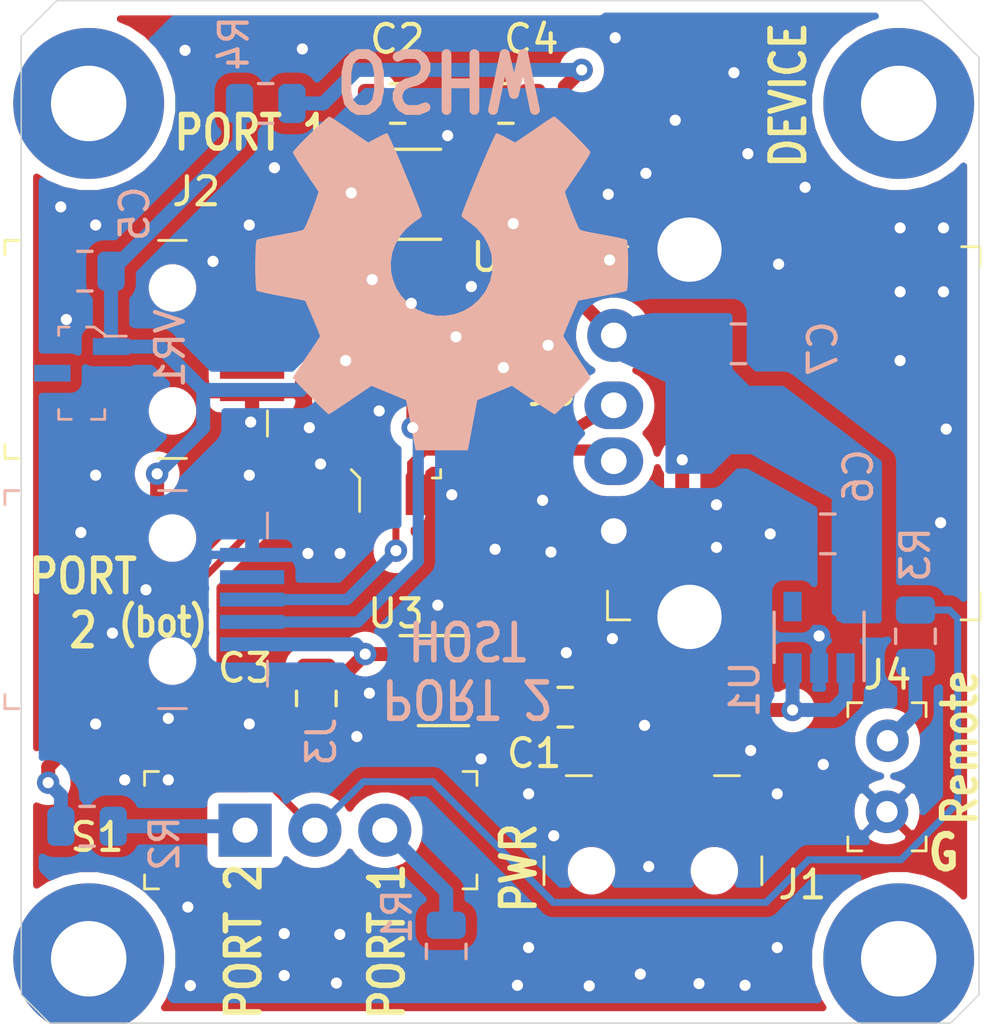
<source format=kicad_pcb>
(kicad_pcb (version 20171130) (host pcbnew "(5.1.4)-1")

  (general
    (thickness 1.6)
    (drawings 28)
    (tracks 251)
    (zones 0)
    (modules 27)
    (nets 26)
  )

  (page A4)
  (layers
    (0 F.Cu signal hide)
    (31 B.Cu signal)
    (32 B.Adhes user hide)
    (33 F.Adhes user hide)
    (34 B.Paste user hide)
    (35 F.Paste user hide)
    (36 B.SilkS user)
    (37 F.SilkS user)
    (38 B.Mask user hide)
    (39 F.Mask user hide)
    (40 Dwgs.User user hide)
    (41 Cmts.User user hide)
    (42 Eco1.User user hide)
    (43 Eco2.User user hide)
    (44 Edge.Cuts user)
    (45 Margin user hide)
    (46 B.CrtYd user)
    (47 F.CrtYd user hide)
    (48 B.Fab user hide)
    (49 F.Fab user hide)
  )

  (setup
    (last_trace_width 0.25)
    (user_trace_width 0.4)
    (user_trace_width 0.5)
    (trace_clearance 0.2)
    (zone_clearance 0.4)
    (zone_45_only yes)
    (trace_min 0.25)
    (via_size 0.8)
    (via_drill 0.4)
    (via_min_size 0.4)
    (via_min_drill 0.3)
    (user_via 0.9 0.4)
    (uvia_size 0.3)
    (uvia_drill 0.1)
    (uvias_allowed no)
    (uvia_min_size 0.2)
    (uvia_min_drill 0.1)
    (edge_width 0.05)
    (segment_width 0.2)
    (pcb_text_width 0.3)
    (pcb_text_size 1.5 1.5)
    (mod_edge_width 0.12)
    (mod_text_size 1 1)
    (mod_text_width 0.15)
    (pad_size 1.7 2.1)
    (pad_drill 0.92)
    (pad_to_mask_clearance 0.051)
    (solder_mask_min_width 0.25)
    (aux_axis_origin 0 0)
    (visible_elements FFFFFF7F)
    (pcbplotparams
      (layerselection 0x010f0_ffffffff)
      (usegerberextensions false)
      (usegerberattributes false)
      (usegerberadvancedattributes false)
      (creategerberjobfile false)
      (excludeedgelayer true)
      (linewidth 0.100000)
      (plotframeref false)
      (viasonmask true)
      (mode 1)
      (useauxorigin false)
      (hpglpennumber 1)
      (hpglpenspeed 20)
      (hpglpendiameter 15.000000)
      (psnegative false)
      (psa4output false)
      (plotreference true)
      (plotvalue true)
      (plotinvisibletext false)
      (padsonsilk false)
      (subtractmaskfromsilk false)
      (outputformat 1)
      (mirror false)
      (drillshape 0)
      (scaleselection 1)
      (outputdirectory "FAB/"))
  )

  (net 0 "")
  (net 1 GNDD)
  (net 2 "Net-(J2-Pad4)")
  (net 3 PORT1_DATA_P)
  (net 4 PORT1_DATA_N)
  (net 5 /VUSB_PORT1)
  (net 6 /VUSB_PORT2)
  (net 7 PORT2_DATA_N)
  (net 8 PORT2_DATA_P)
  (net 9 "Net-(J3-Pad4)")
  (net 10 "Net-(J4-Pad2)")
  (net 11 PORT_PERIPHERAL_DATA_P)
  (net 12 PORT_PERIPHERAL_DATA_N)
  (net 13 +5VD)
  (net 14 "Net-(R3-Pad1)")
  (net 15 +4V)
  (net 16 "Net-(VR1-Pad3)")
  (net 17 /VUSB_POWER)
  (net 18 "Net-(J1-Pad2)")
  (net 19 "Net-(J1-Pad3)")
  (net 20 "Net-(J1-Pad4)")
  (net 21 "Net-(R2-Pad1)")
  (net 22 "Net-(R1-Pad1)")
  (net 23 "Net-(U1-Pad4)")
  (net 24 "Net-(U2-Pad4)")
  (net 25 "Net-(U3-Pad4)")

  (net_class Default "This is the default net class."
    (clearance 0.2)
    (trace_width 0.25)
    (via_dia 0.8)
    (via_drill 0.4)
    (uvia_dia 0.3)
    (uvia_drill 0.1)
    (add_net +4V)
    (add_net +5VD)
    (add_net /VUSB_PORT1)
    (add_net /VUSB_PORT2)
    (add_net /VUSB_POWER)
    (add_net GNDD)
    (add_net "Net-(J1-Pad2)")
    (add_net "Net-(J1-Pad3)")
    (add_net "Net-(J1-Pad4)")
    (add_net "Net-(J2-Pad4)")
    (add_net "Net-(J3-Pad4)")
    (add_net "Net-(J4-Pad2)")
    (add_net "Net-(R1-Pad1)")
    (add_net "Net-(R2-Pad1)")
    (add_net "Net-(R3-Pad1)")
    (add_net "Net-(U1-Pad4)")
    (add_net "Net-(U2-Pad4)")
    (add_net "Net-(U3-Pad4)")
    (add_net "Net-(VR1-Pad3)")
    (add_net PORT1_DATA_N)
    (add_net PORT1_DATA_P)
    (add_net PORT2_DATA_N)
    (add_net PORT2_DATA_P)
    (add_net PORT_PERIPHERAL_DATA_N)
    (add_net PORT_PERIPHERAL_DATA_P)
  )

  (module MountingHole:MountingHole_2.7mm_M2.5_Pad (layer F.Cu) (tedit 56D1B4CB) (tstamp 5DB4488B)
    (at 103 81.4)
    (descr "Mounting Hole 2.7mm, M2.5")
    (tags "mounting hole 2.7mm m2.5")
    (attr virtual)
    (fp_text reference REF** (at 0 -3.7) (layer F.SilkS) hide
      (effects (font (size 1 1) (thickness 0.15)))
    )
    (fp_text value MountingHole_2.7mm_M2.5_Pad (at 0 3.7) (layer F.Fab)
      (effects (font (size 1 1) (thickness 0.15)))
    )
    (fp_text user %R (at 0.3 0) (layer F.Fab)
      (effects (font (size 1 1) (thickness 0.15)))
    )
    (fp_circle (center 0 0) (end 2.7 0) (layer Cmts.User) (width 0.15))
    (fp_circle (center 0 0) (end 2.95 0) (layer F.CrtYd) (width 0.05))
    (pad 1 thru_hole circle (at 0 0) (size 5.4 5.4) (drill 2.7) (layers *.Cu *.Mask))
  )

  (module MountingHole:MountingHole_2.7mm_M2.5_Pad (layer F.Cu) (tedit 56D1B4CB) (tstamp 5DB4486F)
    (at 132 112)
    (descr "Mounting Hole 2.7mm, M2.5")
    (tags "mounting hole 2.7mm m2.5")
    (attr virtual)
    (fp_text reference REF** (at 0 -3.7) (layer F.SilkS) hide
      (effects (font (size 1 1) (thickness 0.15)))
    )
    (fp_text value MountingHole_2.7mm_M2.5_Pad (at 0 3.7) (layer F.Fab)
      (effects (font (size 1 1) (thickness 0.15)))
    )
    (fp_text user %R (at 0.3 0) (layer F.Fab)
      (effects (font (size 1 1) (thickness 0.15)))
    )
    (fp_circle (center 0 0) (end 2.7 0) (layer Cmts.User) (width 0.15))
    (fp_circle (center 0 0) (end 2.95 0) (layer F.CrtYd) (width 0.05))
    (pad 1 thru_hole circle (at 0 0) (size 5.4 5.4) (drill 2.7) (layers *.Cu *.Mask))
  )

  (module Symbol:OSHW-Symbol_13.4x12mm_SilkScreen (layer B.Cu) (tedit 0) (tstamp 5DB47944)
    (at 115.62 87.81)
    (descr "Open Source Hardware Symbol")
    (tags "Logo Symbol OSHW")
    (attr virtual)
    (fp_text reference REF** (at 0 0) (layer B.SilkS) hide
      (effects (font (size 1 1) (thickness 0.15)) (justify mirror))
    )
    (fp_text value OSHW-Symbol_13.4x12mm_SilkScreen (at 0.75 0) (layer B.Fab) hide
      (effects (font (size 1 1) (thickness 0.15)) (justify mirror))
    )
    (fp_poly (pts (xy 1.119803 5.09936) (xy 1.288676 4.203573) (xy 1.911796 3.946702) (xy 2.534916 3.689832)
      (xy 3.282453 4.198151) (xy 3.491802 4.339684) (xy 3.681043 4.466055) (xy 3.841343 4.571493)
      (xy 3.963874 4.65023) (xy 4.039802 4.696495) (xy 4.06048 4.706471) (xy 4.097731 4.680814)
      (xy 4.177332 4.609885) (xy 4.290361 4.502743) (xy 4.427895 4.36845) (xy 4.581012 4.216066)
      (xy 4.740789 4.054653) (xy 4.898305 3.89327) (xy 5.044637 3.740978) (xy 5.170863 3.606838)
      (xy 5.26806 3.499911) (xy 5.327307 3.429258) (xy 5.341471 3.405612) (xy 5.321087 3.362021)
      (xy 5.263941 3.266519) (xy 5.176041 3.12845) (xy 5.063396 2.957155) (xy 4.932013 2.761975)
      (xy 4.855882 2.650648) (xy 4.717118 2.447367) (xy 4.593811 2.263927) (xy 4.491945 2.109458)
      (xy 4.417501 1.993091) (xy 4.376461 1.923958) (xy 4.370294 1.90943) (xy 4.384274 1.86814)
      (xy 4.422382 1.771908) (xy 4.478867 1.634266) (xy 4.54798 1.468742) (xy 4.62397 1.288868)
      (xy 4.701089 1.108172) (xy 4.773585 0.940186) (xy 4.835709 0.79844) (xy 4.881712 0.696463)
      (xy 4.905843 0.647786) (xy 4.907267 0.64587) (xy 4.945158 0.636575) (xy 5.046069 0.61584)
      (xy 5.19954 0.585702) (xy 5.395112 0.548199) (xy 5.622325 0.505371) (xy 5.754891 0.480674)
      (xy 5.997679 0.434447) (xy 6.216974 0.39046) (xy 6.401681 0.351119) (xy 6.540705 0.318831)
      (xy 6.622952 0.296003) (xy 6.639485 0.28876) (xy 6.655678 0.239739) (xy 6.668744 0.129023)
      (xy 6.678691 -0.030438) (xy 6.685528 -0.2257) (xy 6.689264 -0.443814) (xy 6.689907 -0.671835)
      (xy 6.687468 -0.896815) (xy 6.681953 -1.105809) (xy 6.673374 -1.285868) (xy 6.661737 -1.424047)
      (xy 6.647052 -1.507398) (xy 6.638245 -1.52475) (xy 6.585599 -1.545548) (xy 6.474043 -1.575282)
      (xy 6.318335 -1.610459) (xy 6.133229 -1.647586) (xy 6.068613 -1.659597) (xy 5.757071 -1.716662)
      (xy 5.510976 -1.762618) (xy 5.322195 -1.799293) (xy 5.182598 -1.828513) (xy 5.084052 -1.852104)
      (xy 5.018426 -1.871892) (xy 4.977589 -1.889706) (xy 4.953409 -1.90737) (xy 4.950026 -1.910861)
      (xy 4.916255 -1.9671) (xy 4.864737 -2.076547) (xy 4.800617 -2.2258) (xy 4.729039 -2.401459)
      (xy 4.655146 -2.590121) (xy 4.584083 -2.778385) (xy 4.520993 -2.952848) (xy 4.471021 -3.100108)
      (xy 4.439312 -3.206764) (xy 4.431008 -3.259413) (xy 4.4317 -3.261257) (xy 4.459836 -3.304292)
      (xy 4.523665 -3.398978) (xy 4.61648 -3.53546) (xy 4.731573 -3.703882) (xy 4.862237 -3.89439)
      (xy 4.899448 -3.948529) (xy 5.032129 -4.144804) (xy 5.148883 -4.323886) (xy 5.243349 -4.475492)
      (xy 5.309168 -4.589338) (xy 5.339978 -4.655141) (xy 5.341471 -4.663225) (xy 5.315584 -4.705715)
      (xy 5.244054 -4.789891) (xy 5.136076 -4.906705) (xy 5.000846 -5.04711) (xy 4.847558 -5.202061)
      (xy 4.685409 -5.362509) (xy 4.523593 -5.519409) (xy 4.371306 -5.663713) (xy 4.237743 -5.786376)
      (xy 4.1321 -5.87835) (xy 4.063572 -5.930589) (xy 4.044614 -5.939118) (xy 4.000487 -5.919029)
      (xy 3.910142 -5.864849) (xy 3.788295 -5.785704) (xy 3.694546 -5.722001) (xy 3.524678 -5.60511)
      (xy 3.323512 -5.467476) (xy 3.121733 -5.330063) (xy 3.01325 -5.256519) (xy 2.646058 -5.008155)
      (xy 2.337826 -5.174813) (xy 2.197404 -5.247822) (xy 2.077996 -5.304571) (xy 1.997202 -5.336937)
      (xy 1.976636 -5.341441) (xy 1.951906 -5.308189) (xy 1.903118 -5.214224) (xy 1.833913 -5.068213)
      (xy 1.747935 -4.878824) (xy 1.648824 -4.654724) (xy 1.540224 -4.404581) (xy 1.425775 -4.137063)
      (xy 1.30912 -3.860836) (xy 1.193901 -3.584568) (xy 1.08376 -3.316927) (xy 0.982339 -3.06658)
      (xy 0.89328 -2.842195) (xy 0.820225 -2.652439) (xy 0.766816 -2.50598) (xy 0.736695 -2.411485)
      (xy 0.731851 -2.379031) (xy 0.770245 -2.337636) (xy 0.854308 -2.270438) (xy 0.966467 -2.1914)
      (xy 0.975881 -2.185147) (xy 1.265768 -1.953103) (xy 1.499512 -1.682386) (xy 1.675087 -1.381653)
      (xy 1.790469 -1.059561) (xy 1.84363 -0.724765) (xy 1.832547 -0.385922) (xy 1.755192 -0.051688)
      (xy 1.60954 0.269281) (xy 1.566688 0.339505) (xy 1.343802 0.623073) (xy 1.080491 0.850782)
      (xy 0.785865 1.021449) (xy 0.469041 1.133888) (xy 0.13913 1.186917) (xy -0.194754 1.179349)
      (xy -0.523497 1.110002) (xy -0.837986 0.977691) (xy -1.129107 0.781232) (xy -1.21916 0.701494)
      (xy -1.448347 0.451892) (xy -1.615354 0.189132) (xy -1.729915 -0.105399) (xy -1.793719 -0.397075)
      (xy -1.80947 -0.725012) (xy -1.756949 -1.054577) (xy -1.64149 -1.37463) (xy -1.468429 -1.674032)
      (xy -1.243101 -1.941643) (xy -0.97084 -2.166325) (xy -0.935058 -2.190008) (xy -0.821698 -2.267568)
      (xy -0.735522 -2.334768) (xy -0.694323 -2.377675) (xy -0.693724 -2.379031) (xy -0.702569 -2.425446)
      (xy -0.737631 -2.530786) (xy -0.795267 -2.686388) (xy -0.871834 -2.883584) (xy -0.963686 -3.11371)
      (xy -1.067183 -3.368101) (xy -1.178679 -3.63809) (xy -1.294532 -3.915012) (xy -1.411097 -4.190201)
      (xy -1.524733 -4.454993) (xy -1.631794 -4.700721) (xy -1.728638 -4.918721) (xy -1.811621 -5.100326)
      (xy -1.877099 -5.236871) (xy -1.921431 -5.31969) (xy -1.939283 -5.341441) (xy -1.993834 -5.324504)
      (xy -2.095905 -5.279077) (xy -2.227895 -5.21328) (xy -2.300474 -5.174813) (xy -2.608705 -5.008155)
      (xy -2.975897 -5.256519) (xy -3.16334 -5.383754) (xy -3.368557 -5.523773) (xy -3.560867 -5.655612)
      (xy -3.657193 -5.722001) (xy -3.792673 -5.812976) (xy -3.907393 -5.885071) (xy -3.986388 -5.929154)
      (xy -4.012046 -5.938473) (xy -4.049391 -5.913334) (xy -4.132042 -5.843154) (xy -4.251985 -5.73522)
      (xy -4.401209 -5.596818) (xy -4.571699 -5.435235) (xy -4.679526 -5.331488) (xy -4.868172 -5.146135)
      (xy -5.031205 -4.980351) (xy -5.162032 -4.841227) (xy -5.254065 -4.735856) (xy -5.300713 -4.671329)
      (xy -5.305188 -4.658234) (xy -5.28442 -4.608425) (xy -5.227031 -4.507713) (xy -5.139387 -4.366295)
      (xy -5.027854 -4.194367) (xy -4.898797 -4.002124) (xy -4.862096 -3.948529) (xy -4.728368 -3.753733)
      (xy -4.608393 -3.578353) (xy -4.508879 -3.432243) (xy -4.436533 -3.325258) (xy -4.398064 -3.267255)
      (xy -4.394347 -3.261257) (xy -4.399905 -3.215032) (xy -4.429407 -3.113398) (xy -4.477709 -2.969758)
      (xy -4.539667 -2.797514) (xy -4.610137 -2.610066) (xy -4.683975 -2.420818) (xy -4.756037 -2.243171)
      (xy -4.821178 -2.090527) (xy -4.874255 -1.976288) (xy -4.910123 -1.913856) (xy -4.912673 -1.910861)
      (xy -4.934606 -1.893019) (xy -4.971652 -1.875374) (xy -5.031941 -1.856101) (xy -5.123604 -1.833374)
      (xy -5.254774 -1.805364) (xy -5.433582 -1.770247) (xy -5.668158 -1.726195) (xy -5.966635 -1.671382)
      (xy -6.03126 -1.659597) (xy -6.222794 -1.622591) (xy -6.389769 -1.586389) (xy -6.517432 -1.554485)
      (xy -6.591024 -1.530372) (xy -6.600892 -1.52475) (xy -6.617153 -1.47491) (xy -6.63037 -1.363532)
      (xy -6.640536 -1.203563) (xy -6.64764 -1.00795) (xy -6.651674 -0.78964) (xy -6.65263 -0.561579)
      (xy -6.650498 -0.336714) (xy -6.645269 -0.127991) (xy -6.636935 0.051642) (xy -6.625487 0.189238)
      (xy -6.610916 0.271852) (xy -6.602132 0.28876) (xy -6.55323 0.305816) (xy -6.441873 0.333564)
      (xy -6.279156 0.369597) (xy -6.076174 0.411507) (xy -5.844021 0.456889) (xy -5.717538 0.480674)
      (xy -5.477555 0.525535) (xy -5.263549 0.566175) (xy -5.085978 0.600554) (xy -4.955302 0.626635)
      (xy -4.881982 0.642379) (xy -4.869915 0.64587) (xy -4.849519 0.685221) (xy -4.806406 0.780007)
      (xy -4.746321 0.916685) (xy -4.675013 1.081714) (xy -4.598227 1.261553) (xy -4.52171 1.44266)
      (xy -4.45121 1.611493) (xy -4.392473 1.754512) (xy -4.351246 1.858174) (xy -4.333276 1.908939)
      (xy -4.332941 1.911158) (xy -4.353313 1.951204) (xy -4.410427 2.043361) (xy -4.498279 2.178467)
      (xy -4.610867 2.347365) (xy -4.742189 2.540895) (xy -4.818529 2.652059) (xy -4.957636 2.855884)
      (xy -5.081188 3.040937) (xy -5.183158 3.197854) (xy -5.257517 3.317276) (xy -5.298237 3.38984)
      (xy -5.304118 3.406107) (xy -5.278837 3.44397) (xy -5.208948 3.524814) (xy -5.103377 3.639581)
      (xy -4.971052 3.779215) (xy -4.820901 3.934658) (xy -4.661852 4.096854) (xy -4.502833 4.256746)
      (xy -4.352771 4.405276) (xy -4.220594 4.533387) (xy -4.11523 4.632023) (xy -4.045607 4.692127)
      (xy -4.022315 4.706471) (xy -3.98439 4.686301) (xy -3.893683 4.629637) (xy -3.759011 4.542247)
      (xy -3.589195 4.4299) (xy -3.393054 4.298362) (xy -3.2451 4.198151) (xy -2.497564 3.689832)
      (xy -1.874444 3.946702) (xy -1.251324 4.203573) (xy -0.913576 5.995147) (xy 0.950929 5.995147)
      (xy 1.119803 5.09936)) (layer B.SilkS) (width 0.01))
  )

  (module MountingHole:MountingHole_2.7mm_M2.5_Pad (layer F.Cu) (tedit 56D1B4CB) (tstamp 5DB46D3C)
    (at 132 81.4)
    (descr "Mounting Hole 2.7mm, M2.5")
    (tags "mounting hole 2.7mm m2.5")
    (attr virtual)
    (fp_text reference REF** (at -12.6 11.5) (layer F.SilkS) hide
      (effects (font (size 1 1) (thickness 0.15)))
    )
    (fp_text value MountingHole_2.7mm_M2.5_Pad (at 0 3.7) (layer F.Fab)
      (effects (font (size 1 1) (thickness 0.15)))
    )
    (fp_circle (center 0 0) (end 2.95 0) (layer F.CrtYd) (width 0.05))
    (fp_circle (center 0 0) (end 2.7 0) (layer Cmts.User) (width 0.15))
    (fp_text user %R (at 0.3 0) (layer F.Fab)
      (effects (font (size 1 1) (thickness 0.15)))
    )
    (pad 1 thru_hole circle (at 0 0) (size 5.4 5.4) (drill 2.7) (layers *.Cu *.Mask))
  )

  (module MountingHole:MountingHole_2.7mm_M2.5_Pad (layer F.Cu) (tedit 56D1B4CB) (tstamp 5DB46DD9)
    (at 103 112)
    (descr "Mounting Hole 2.7mm, M2.5")
    (tags "mounting hole 2.7mm m2.5")
    (attr virtual)
    (fp_text reference REF** (at 0 -3.7) (layer F.SilkS) hide
      (effects (font (size 1 1) (thickness 0.15)))
    )
    (fp_text value MountingHole_2.7mm_M2.5_Pad (at 0 3.7) (layer F.Fab)
      (effects (font (size 1 1) (thickness 0.15)))
    )
    (fp_circle (center 0 0) (end 2.95 0) (layer F.CrtYd) (width 0.05))
    (fp_circle (center 0 0) (end 2.7 0) (layer Cmts.User) (width 0.15))
    (fp_text user %R (at 0.3 0) (layer F.Fab)
      (effects (font (size 1 1) (thickness 0.15)))
    )
    (pad 1 thru_hole circle (at 0 0) (size 5.4 5.4) (drill 2.7) (layers *.Cu *.Mask))
  )

  (module digikey-footprints:USB_Mini_B_Female_690-005-299-043 (layer F.Cu) (tedit 5DB44D2D) (tstamp 5DB43FD0)
    (at 106 90.2)
    (descr http://files.edac.net/USB_Mini_B_Female_690-005-299-043.pdf)
    (path /5DB5A2A5)
    (attr smd)
    (fp_text reference J2 (at 0.85 -5.65) (layer F.SilkS)
      (effects (font (size 1 1) (thickness 0.15)))
    )
    (fp_text value 690-005-299-043 (at 0.08 9.44) (layer F.Fab)
      (effects (font (size 1 1) (thickness 0.15)))
    )
    (fp_line (start 3.3 -3.75) (end -5.9 -3.75) (layer F.Fab) (width 0.1))
    (fp_line (start 3.3 3.75) (end -5.9 3.75) (layer F.Fab) (width 0.1))
    (fp_line (start 3.3 -3.75) (end 3.3 3.75) (layer F.Fab) (width 0.1))
    (fp_line (start -5.9 3.75) (end -5.9 -3.75) (layer F.Fab) (width 0.1))
    (fp_line (start -6 -3.9) (end -5.5 -3.9) (layer F.SilkS) (width 0.1))
    (fp_line (start -6 -3.9) (end -6 -3.4) (layer F.SilkS) (width 0.1))
    (fp_line (start -6 3.9) (end -5.5 3.9) (layer F.SilkS) (width 0.1))
    (fp_line (start -6 3.9) (end -6 3.4) (layer F.SilkS) (width 0.1))
    (fp_line (start 0 3.9) (end -0.5 3.9) (layer F.SilkS) (width 0.1))
    (fp_line (start 0 3.9) (end 0.5 3.9) (layer F.SilkS) (width 0.1))
    (fp_line (start 3.4 2.2) (end 3.4 3.1) (layer F.SilkS) (width 0.1))
    (fp_line (start 3.4 -2.2) (end 3.4 -3.1) (layer F.SilkS) (width 0.1))
    (fp_line (start 0 -3.9) (end -0.5 -3.9) (layer F.SilkS) (width 0.1))
    (fp_line (start 0 -3.9) (end 0.5 -3.9) (layer F.SilkS) (width 0.1))
    (fp_text user %R (at -1.3 0) (layer F.Fab)
      (effects (font (size 1 1) (thickness 0.15)))
    )
    (fp_line (start 4.25 -5.7) (end -6.15 -5.7) (layer F.CrtYd) (width 0.05))
    (fp_line (start 4.25 5.7) (end 4.25 -5.7) (layer F.CrtYd) (width 0.05))
    (fp_line (start -6.15 5.7) (end 4.25 5.7) (layer F.CrtYd) (width 0.05))
    (fp_line (start -6.15 -5.7) (end -6.15 5.7) (layer F.CrtYd) (width 0.05))
    (pad "" np_thru_hole circle (at 0 -2.2) (size 0.9 0.9) (drill 0.9) (layers *.Cu *.Mask))
    (pad "" np_thru_hole circle (at 0 2.2) (size 0.9 0.9) (drill 0.9) (layers *.Cu *.Mask))
    (pad 5 smd rect (at 2.85 1.6) (size 2.3 0.5) (layers F.Cu F.Paste F.Mask)
      (net 1 GNDD) (zone_connect 1) (thermal_width 0.3) (thermal_gap 0.4))
    (pad 4 smd rect (at 2.85 0.8) (size 2.3 0.5) (layers F.Cu F.Paste F.Mask)
      (net 2 "Net-(J2-Pad4)"))
    (pad 3 smd rect (at 2.85 0) (size 2.3 0.5) (layers F.Cu F.Paste F.Mask)
      (net 3 PORT1_DATA_P))
    (pad 2 smd rect (at 2.85 -0.8) (size 2.3 0.5) (layers F.Cu F.Paste F.Mask)
      (net 4 PORT1_DATA_N))
    (pad 1 smd rect (at 2.85 -1.6) (size 2.3 0.5) (layers F.Cu F.Paste F.Mask)
      (net 5 /VUSB_PORT1))
    (pad SH smd rect (at 2.75 4.45) (size 2.5 2) (layers F.Cu F.Paste F.Mask)
      (net 1 GNDD))
    (pad SH smd rect (at 2.75 -4.45) (size 2.5 2) (layers F.Cu F.Paste F.Mask)
      (net 1 GNDD))
    (pad SH smd rect (at -2.75 -4.45) (size 2.5 2) (layers F.Cu F.Paste F.Mask)
      (net 1 GNDD))
    (pad SH smd rect (at -2.75 4.45) (size 2.5 2) (layers F.Cu F.Paste F.Mask)
      (net 1 GNDD))
  )

  (module digikey-footprints:USB_Mini_B_Female_690-005-299-043 (layer B.Cu) (tedit 5DB44AC7) (tstamp 5DB44940)
    (at 106 99.15)
    (descr http://files.edac.net/USB_Mini_B_Female_690-005-299-043.pdf)
    (path /5DB7B4FB)
    (attr smd)
    (fp_text reference J3 (at 5.33 5.08 270) (layer B.SilkS)
      (effects (font (size 1 1) (thickness 0.15)) (justify mirror))
    )
    (fp_text value 690-005-299-043 (at 0.08 -9.44) (layer B.Fab)
      (effects (font (size 1 1) (thickness 0.15)) (justify mirror))
    )
    (fp_line (start -6.15 5.7) (end -6.15 -5.7) (layer B.CrtYd) (width 0.05))
    (fp_line (start -6.15 -5.7) (end 4.25 -5.7) (layer B.CrtYd) (width 0.05))
    (fp_line (start 4.25 -5.7) (end 4.25 5.7) (layer B.CrtYd) (width 0.05))
    (fp_line (start 4.25 5.7) (end -6.15 5.7) (layer B.CrtYd) (width 0.05))
    (fp_text user %R (at -1.3 0) (layer B.Fab)
      (effects (font (size 1 1) (thickness 0.15)) (justify mirror))
    )
    (fp_line (start 0 3.9) (end 0.5 3.9) (layer B.SilkS) (width 0.1))
    (fp_line (start 0 3.9) (end -0.5 3.9) (layer B.SilkS) (width 0.1))
    (fp_line (start 3.4 2.2) (end 3.4 3.1) (layer B.SilkS) (width 0.1))
    (fp_line (start 3.4 -2.2) (end 3.4 -3.1) (layer B.SilkS) (width 0.1))
    (fp_line (start 0 -3.9) (end 0.5 -3.9) (layer B.SilkS) (width 0.1))
    (fp_line (start 0 -3.9) (end -0.5 -3.9) (layer B.SilkS) (width 0.1))
    (fp_line (start -6 -3.9) (end -6 -3.4) (layer B.SilkS) (width 0.1))
    (fp_line (start -6 -3.9) (end -5.5 -3.9) (layer B.SilkS) (width 0.1))
    (fp_line (start -6 3.9) (end -6 3.4) (layer B.SilkS) (width 0.1))
    (fp_line (start -6 3.9) (end -5.5 3.9) (layer B.SilkS) (width 0.1))
    (fp_line (start -5.9 -3.75) (end -5.9 3.75) (layer B.Fab) (width 0.1))
    (fp_line (start 3.3 3.75) (end 3.3 -3.75) (layer B.Fab) (width 0.1))
    (fp_line (start 3.3 -3.75) (end -5.9 -3.75) (layer B.Fab) (width 0.1))
    (fp_line (start 3.3 3.75) (end -5.9 3.75) (layer B.Fab) (width 0.1))
    (pad SH smd rect (at -2.75 -4.45) (size 2.5 2) (layers B.Cu B.Paste B.Mask)
      (net 1 GNDD))
    (pad SH smd rect (at -2.75 4.45) (size 2.5 2) (layers B.Cu B.Paste B.Mask)
      (net 1 GNDD))
    (pad SH smd rect (at 2.75 4.45) (size 2.5 2) (layers B.Cu B.Paste B.Mask)
      (net 1 GNDD))
    (pad SH smd rect (at 2.75 -4.45) (size 2.5 2) (layers B.Cu B.Paste B.Mask)
      (net 1 GNDD))
    (pad 1 smd rect (at 2.85 1.6) (size 2.3 0.5) (layers B.Cu B.Paste B.Mask)
      (net 6 /VUSB_PORT2))
    (pad 2 smd rect (at 2.85 0.8) (size 2.3 0.5) (layers B.Cu B.Paste B.Mask)
      (net 7 PORT2_DATA_N))
    (pad 3 smd rect (at 2.85 0) (size 2.3 0.5) (layers B.Cu B.Paste B.Mask)
      (net 8 PORT2_DATA_P))
    (pad 4 smd rect (at 2.85 -0.8) (size 2.3 0.5) (layers B.Cu B.Paste B.Mask)
      (net 9 "Net-(J3-Pad4)"))
    (pad 5 smd rect (at 2.85 -1.6) (size 2.3 0.5) (layers B.Cu B.Paste B.Mask)
      (net 1 GNDD) (zone_connect 1) (thermal_width 0.3) (thermal_gap 0.3))
    (pad "" np_thru_hole circle (at 0 -2.2) (size 0.9 0.9) (drill 0.9) (layers *.Cu *.Mask))
    (pad "" np_thru_hole circle (at 0 2.2) (size 0.9 0.9) (drill 0.9) (layers *.Cu *.Mask))
  )

  (module digikey-footprints:PinHeader_1x2_P2.54mm (layer F.Cu) (tedit 5DB44D0A) (tstamp 5DB3C58F)
    (at 131.58 106.74 90)
    (path /5DBC4D88)
    (fp_text reference J4 (at 4.89 0.02 180) (layer F.SilkS)
      (effects (font (size 1 1) (thickness 0.15)))
    )
    (fp_text value M20-9990246 (at 1.26 2.84 90) (layer F.Fab)
      (effects (font (size 1 1) (thickness 0.15)))
    )
    (fp_line (start 4.06 1.52) (end -1.52 1.52) (layer F.CrtYd) (width 0.05))
    (fp_line (start -1.52 -1.52) (end -1.52 1.52) (layer F.CrtYd) (width 0.05))
    (fp_line (start 4.06 -1.52) (end 4.06 1.52) (layer F.CrtYd) (width 0.05))
    (fp_line (start 4.06 -1.52) (end -1.52 -1.52) (layer F.CrtYd) (width 0.05))
    (fp_text user %R (at 1.2 0 90) (layer F.Fab)
      (effects (font (size 1 1) (thickness 0.15)))
    )
    (fp_line (start 3.9 1.4) (end 3.9 0.9) (layer F.SilkS) (width 0.1))
    (fp_line (start 3.9 1.4) (end 3.4 1.4) (layer F.SilkS) (width 0.1))
    (fp_line (start -1.4 1.4) (end -1.4 0.9) (layer F.SilkS) (width 0.1))
    (fp_line (start -1.4 1.4) (end -0.9 1.4) (layer F.SilkS) (width 0.1))
    (fp_line (start -1.4 -1.4) (end -1.4 -0.9) (layer F.SilkS) (width 0.1))
    (fp_line (start -1.4 -1.4) (end -0.9 -1.4) (layer F.SilkS) (width 0.1))
    (fp_line (start 3.9 -1.4) (end 3.9 -0.9) (layer F.SilkS) (width 0.1))
    (fp_line (start 3.9 -1.4) (end 3.4 -1.4) (layer F.SilkS) (width 0.1))
    (fp_line (start -1.27 1.27) (end 3.81 1.27) (layer F.Fab) (width 0.1))
    (fp_line (start 3.81 1.27) (end 3.81 -1.27) (layer F.Fab) (width 0.1))
    (fp_line (start -1.27 -1.27) (end 3.81 -1.27) (layer F.Fab) (width 0.1))
    (fp_line (start -1.27 1.27) (end -1.27 -1.27) (layer F.Fab) (width 0.1))
    (pad 1 thru_hole circle (at 0 0 90) (size 1.524 1.524) (drill 0.762) (layers *.Cu *.Mask)
      (net 1 GNDD) (zone_connect 1) (thermal_width 0.3) (thermal_gap 0.4))
    (pad 2 thru_hole circle (at 2.54 0.02 90) (size 1.524 1.524) (drill 0.762) (layers *.Cu *.Mask)
      (net 10 "Net-(J4-Pad2)"))
  )

  (module digikey-footprints:USB_A_Female_UE27AC54100 (layer F.Cu) (tedit 5DB459B7) (tstamp 5DB3C5AA)
    (at 124.51 93.2 90)
    (path /5DB3B81C)
    (fp_text reference J5 (at 1.5 -4.925 180) (layer F.SilkS)
      (effects (font (size 1 1) (thickness 0.15)))
    )
    (fp_text value UE27AC54100 (at 0 12 90) (layer F.Fab)
      (effects (font (size 1 1) (thickness 0.15)))
    )
    (fp_text user %R (at -0.025 0.975 90) (layer F.Fab)
      (effects (font (size 1 1) (thickness 0.15)))
    )
    (fp_line (start -8.45 10.57) (end 8.45 10.57) (layer F.CrtYd) (width 0.05))
    (fp_line (start -8.45 -3.94) (end -8.45 10.57) (layer F.CrtYd) (width 0.05))
    (fp_line (start 8.45 -3.94) (end 8.45 10.57) (layer F.CrtYd) (width 0.05))
    (fp_line (start -8.45 -3.94) (end 8.45 -3.94) (layer F.CrtYd) (width 0.05))
    (fp_line (start -5.7 10.395) (end -6.675 10.395) (layer F.SilkS) (width 0.1))
    (fp_line (start -6.675 10.395) (end -6.675 9.72) (layer F.SilkS) (width 0.1))
    (fp_line (start 6.675 9.745) (end 6.675 10.395) (layer F.SilkS) (width 0.1))
    (fp_line (start 6.675 10.395) (end 5.975 10.395) (layer F.SilkS) (width 0.1))
    (fp_line (start -5.65 -2.935) (end -6.675 -2.935) (layer F.SilkS) (width 0.1))
    (fp_line (start -6.675 -2.935) (end -6.675 -2.135) (layer F.SilkS) (width 0.1))
    (fp_line (start 5.725 -2.935) (end 6.675 -2.935) (layer F.SilkS) (width 0.1))
    (fp_line (start 6.675 -2.935) (end 6.675 -2.21) (layer F.SilkS) (width 0.1))
    (fp_line (start -6.55 10.28) (end 6.55 10.28) (layer F.Fab) (width 0.1))
    (fp_line (start -6.55 -2.82) (end -6.55 10.28) (layer F.Fab) (width 0.1))
    (fp_line (start 6.55 -2.82) (end 6.55 10.28) (layer F.Fab) (width 0.1))
    (fp_line (start -6.55 -2.82) (end 6.55 -2.82) (layer F.Fab) (width 0.1))
    (pad SH thru_hole circle (at -6.57 0 90) (size 3.3 3.3) (drill 2.3) (layers *.Cu *.Mask)
      (net 1 GNDD))
    (pad SH thru_hole circle (at 6.57 0 90) (size 3.3 3.3) (drill 2.3) (layers *.Cu *.Mask)
      (net 1 GNDD))
    (pad 1 thru_hole circle (at -3.5 -2.71 90) (size 1.9 1.9) (drill 0.92) (layers *.Cu *.Mask)
      (net 1 GNDD))
    (pad 2 thru_hole oval (at -1 -2.71 90) (size 1.7 2.1) (drill 0.92) (layers *.Cu *.Mask)
      (net 11 PORT_PERIPHERAL_DATA_P))
    (pad 3 thru_hole oval (at 1 -2.71 90) (size 1.7 2.1) (drill 0.92) (layers *.Cu *.Mask)
      (net 12 PORT_PERIPHERAL_DATA_N))
    (pad 4 thru_hole circle (at 3.5 -2.71 90) (size 1.9 1.9) (drill 0.92) (layers *.Cu *.Mask)
      (net 13 +5VD))
  )

  (module digikey-footprints:MSOP-10_W3mm (layer F.Cu) (tedit 5D2894A0) (tstamp 5DB4694A)
    (at 114 93.2)
    (path /5DB368F0)
    (attr smd)
    (fp_text reference U4 (at 2.5 -2.05) (layer F.SilkS)
      (effects (font (size 1 1) (thickness 0.15)))
    )
    (fp_text value TS3USB30EDGSR (at 0 4.8) (layer F.Fab)
      (effects (font (size 1 1) (thickness 0.15)))
    )
    (fp_text user REF** (at 0 0) (layer F.Fab)
      (effects (font (size 0.5 0.5) (thickness 0.05)))
    )
    (fp_line (start -1.6 -1.3) (end -1.6 -1.6) (layer F.SilkS) (width 0.1))
    (fp_line (start -1.6 -1.6) (end -1.3 -1.6) (layer F.SilkS) (width 0.1))
    (fp_line (start 1.3 -1.6) (end 1.6 -1.6) (layer F.SilkS) (width 0.1))
    (fp_line (start 1.6 -1.6) (end 1.6 -1.3) (layer F.SilkS) (width 0.1))
    (fp_line (start 1.6 1.3) (end 1.6 1.6) (layer F.SilkS) (width 0.1))
    (fp_line (start 1.6 1.6) (end 1.3 1.6) (layer F.SilkS) (width 0.1))
    (fp_line (start -1.6 1.3) (end -1.3 1.6) (layer F.SilkS) (width 0.1))
    (fp_line (start -1.3 1.6) (end -1.3 2.8) (layer F.SilkS) (width 0.1))
    (fp_line (start 1.75 -3.18) (end 1.75 3.18) (layer F.CrtYd) (width 0.05))
    (fp_line (start -1.75 3.18) (end -1.75 -3.18) (layer F.CrtYd) (width 0.05))
    (fp_line (start -1.75 3.18) (end 1.75 3.18) (layer F.CrtYd) (width 0.05))
    (fp_line (start -1.75 -3.18) (end 1.75 -3.18) (layer F.CrtYd) (width 0.05))
    (fp_line (start -1.1 1.45) (end 1.45 1.45) (layer F.Fab) (width 0.1))
    (fp_line (start -1.45 -1.45) (end -1.45 1.1) (layer F.Fab) (width 0.1))
    (fp_line (start -1.45 1.1) (end -1.1 1.45) (layer F.Fab) (width 0.1))
    (fp_line (start -1.45 -1.45) (end 1.45 -1.45) (layer F.Fab) (width 0.1))
    (fp_line (start 1.45 -1.45) (end 1.45 1.45) (layer F.Fab) (width 0.1))
    (pad 1 smd rect (at -1 2.2) (size 0.3 1.45) (layers F.Cu F.Paste F.Mask)
      (net 14 "Net-(R3-Pad1)") (solder_mask_margin 0.05))
    (pad 6 smd rect (at 1 -2.2) (size 0.3 1.45) (layers F.Cu F.Paste F.Mask)
      (net 12 PORT_PERIPHERAL_DATA_N) (solder_mask_margin 0.05))
    (pad 2 smd rect (at -0.5 2.2) (size 0.3 1.45) (layers F.Cu F.Paste F.Mask)
      (net 3 PORT1_DATA_P) (solder_mask_margin 0.05))
    (pad 3 smd rect (at 0 2.2) (size 0.3 1.45) (layers F.Cu F.Paste F.Mask)
      (net 8 PORT2_DATA_P) (solder_mask_margin 0.05))
    (pad 4 smd rect (at 0.5 2.2) (size 0.3 1.45) (layers F.Cu F.Paste F.Mask)
      (net 11 PORT_PERIPHERAL_DATA_P) (solder_mask_margin 0.05))
    (pad 5 smd rect (at 1 2.2) (size 0.3 1.45) (layers F.Cu F.Paste F.Mask)
      (net 1 GNDD) (solder_mask_margin 0.05))
    (pad 7 smd rect (at 0.5 -2.2) (size 0.3 1.45) (layers F.Cu F.Paste F.Mask)
      (net 7 PORT2_DATA_N) (solder_mask_margin 0.05))
    (pad 8 smd rect (at 0 -2.2) (size 0.3 1.45) (layers F.Cu F.Paste F.Mask)
      (net 4 PORT1_DATA_N) (solder_mask_margin 0.05))
    (pad 9 smd rect (at -0.5 -2.2) (size 0.3 1.45) (layers F.Cu F.Paste F.Mask)
      (net 1 GNDD) (solder_mask_margin 0.05))
    (pad 10 smd rect (at -1 -2.2) (size 0.3 1.45) (layers F.Cu F.Paste F.Mask)
      (net 15 +4V) (solder_mask_margin 0.05))
  )

  (module digikey-footprints:SOT-23-3 (layer B.Cu) (tedit 5D28A5E3) (tstamp 5DB3C5E6)
    (at 102.75 91.05 180)
    (path /5DB63EAE)
    (attr smd)
    (fp_text reference VR1 (at -3.168 0.88 90) (layer B.SilkS)
      (effects (font (size 1 1) (thickness 0.15)) (justify mirror))
    )
    (fp_text value LM4040D25FTA (at 0.025 -3.25) (layer B.Fab)
      (effects (font (size 1 1) (thickness 0.15)) (justify mirror))
    )
    (fp_line (start -1.825 1.95) (end 1.825 1.95) (layer B.CrtYd) (width 0.05))
    (fp_line (start -1.825 1.95) (end -1.825 -1.95) (layer B.CrtYd) (width 0.05))
    (fp_line (start 1.825 -1.95) (end -1.825 -1.95) (layer B.CrtYd) (width 0.05))
    (fp_line (start 1.825 1.95) (end 1.825 -1.95) (layer B.CrtYd) (width 0.05))
    (fp_line (start -0.175 1.65) (end -0.45 1.65) (layer B.SilkS) (width 0.1))
    (fp_line (start -0.45 1.65) (end -0.825 1.375) (layer B.SilkS) (width 0.1))
    (fp_line (start -0.825 1.375) (end -0.825 1.325) (layer B.SilkS) (width 0.1))
    (fp_line (start -0.825 1.325) (end -1.6 1.325) (layer B.SilkS) (width 0.1))
    (fp_line (start -0.7 1.325) (end -0.7 -1.525) (layer B.Fab) (width 0.1))
    (fp_line (start -0.425 1.525) (end 0.7 1.525) (layer B.Fab) (width 0.1))
    (fp_line (start -0.425 1.525) (end -0.7 1.325) (layer B.Fab) (width 0.1))
    (fp_line (start -0.35 -1.65) (end -0.825 -1.65) (layer B.SilkS) (width 0.1))
    (fp_line (start -0.825 -1.65) (end -0.825 -1.3) (layer B.SilkS) (width 0.1))
    (fp_line (start 0.825 -1.425) (end 0.825 -1.3) (layer B.SilkS) (width 0.1))
    (fp_line (start 0.825 -1.35) (end 0.825 -1.65) (layer B.SilkS) (width 0.1))
    (fp_line (start 0.825 -1.65) (end 0.375 -1.65) (layer B.SilkS) (width 0.1))
    (fp_line (start 0.45 1.65) (end 0.825 1.65) (layer B.SilkS) (width 0.1))
    (fp_line (start 0.825 1.65) (end 0.825 1.35) (layer B.SilkS) (width 0.1))
    (fp_text user %R (at -0.125 -0.15) (layer B.Fab)
      (effects (font (size 0.25 0.25) (thickness 0.05)) (justify mirror))
    )
    (fp_line (start -0.7 -1.52) (end 0.7 -1.52) (layer B.Fab) (width 0.1))
    (fp_line (start 0.7 -1.52) (end 0.7 1.52) (layer B.Fab) (width 0.1))
    (pad 3 smd rect (at 1.05 0 180) (size 1.3 0.6) (layers B.Cu B.Paste B.Mask)
      (net 16 "Net-(VR1-Pad3)") (solder_mask_margin 0.07))
    (pad 2 smd rect (at -1.05 -0.95 180) (size 1.3 0.6) (layers B.Cu B.Paste B.Mask)
      (net 1 GNDD) (solder_mask_margin 0.07))
    (pad 1 smd rect (at -1.05 0.95 180) (size 1.3 0.6) (layers B.Cu B.Paste B.Mask)
      (net 15 +4V) (solder_mask_margin 0.07))
  )

  (module digikey-footprints:USB_Mini_B_Female_690-005-299-043 (layer F.Cu) (tedit 5DB44D1F) (tstamp 5DB3DB3D)
    (at 123.2 108.85 90)
    (descr http://files.edac.net/USB_Mini_B_Female_690-005-299-043.pdf)
    (path /5DBA5E1C)
    (attr smd)
    (fp_text reference J1 (at -0.5 5.35 180) (layer F.SilkS)
      (effects (font (size 1 1) (thickness 0.15)))
    )
    (fp_text value 690-005-299-043 (at 0.08 9.44 90) (layer F.Fab)
      (effects (font (size 1 1) (thickness 0.15)))
    )
    (fp_line (start -6.15 -5.7) (end -6.15 5.7) (layer F.CrtYd) (width 0.05))
    (fp_line (start -6.15 5.7) (end 4.25 5.7) (layer F.CrtYd) (width 0.05))
    (fp_line (start 4.25 5.7) (end 4.25 -5.7) (layer F.CrtYd) (width 0.05))
    (fp_line (start 4.25 -5.7) (end -6.15 -5.7) (layer F.CrtYd) (width 0.05))
    (fp_text user %R (at -1.3 0 90) (layer F.Fab)
      (effects (font (size 1 1) (thickness 0.15)))
    )
    (fp_line (start 0 -3.9) (end 0.5 -3.9) (layer F.SilkS) (width 0.1))
    (fp_line (start 0 -3.9) (end -0.5 -3.9) (layer F.SilkS) (width 0.1))
    (fp_line (start 3.4 -2.2) (end 3.4 -3.1) (layer F.SilkS) (width 0.1))
    (fp_line (start 3.4 2.2) (end 3.4 3.1) (layer F.SilkS) (width 0.1))
    (fp_line (start 0 3.9) (end 0.5 3.9) (layer F.SilkS) (width 0.1))
    (fp_line (start 0 3.9) (end -0.5 3.9) (layer F.SilkS) (width 0.1))
    (fp_line (start -6 3.9) (end -6 3.4) (layer F.SilkS) (width 0.1))
    (fp_line (start -6 3.9) (end -5.5 3.9) (layer F.SilkS) (width 0.1))
    (fp_line (start -6 -3.9) (end -6 -3.4) (layer F.SilkS) (width 0.1))
    (fp_line (start -6 -3.9) (end -5.5 -3.9) (layer F.SilkS) (width 0.1))
    (fp_line (start -5.9 3.75) (end -5.9 -3.75) (layer F.Fab) (width 0.1))
    (fp_line (start 3.3 -3.75) (end 3.3 3.75) (layer F.Fab) (width 0.1))
    (fp_line (start 3.3 3.75) (end -5.9 3.75) (layer F.Fab) (width 0.1))
    (fp_line (start 3.3 -3.75) (end -5.9 -3.75) (layer F.Fab) (width 0.1))
    (pad SH smd rect (at -2.75 4.45 90) (size 2.5 2) (layers F.Cu F.Paste F.Mask)
      (net 1 GNDD))
    (pad SH smd rect (at -2.75 -4.45 90) (size 2.5 2) (layers F.Cu F.Paste F.Mask)
      (net 1 GNDD))
    (pad SH smd rect (at 2.75 -4.45 90) (size 2.5 2) (layers F.Cu F.Paste F.Mask)
      (net 1 GNDD))
    (pad SH smd rect (at 2.75 4.45 90) (size 2.5 2) (layers F.Cu F.Paste F.Mask)
      (net 1 GNDD))
    (pad 1 smd rect (at 2.85 -1.6 90) (size 2.3 0.5) (layers F.Cu F.Paste F.Mask)
      (net 17 /VUSB_POWER))
    (pad 2 smd rect (at 2.85 -0.8 90) (size 2.3 0.5) (layers F.Cu F.Paste F.Mask)
      (net 18 "Net-(J1-Pad2)"))
    (pad 3 smd rect (at 2.85 0 90) (size 2.3 0.5) (layers F.Cu F.Paste F.Mask)
      (net 19 "Net-(J1-Pad3)"))
    (pad 4 smd rect (at 2.85 0.8 90) (size 2.3 0.5) (layers F.Cu F.Paste F.Mask)
      (net 20 "Net-(J1-Pad4)"))
    (pad 5 smd rect (at 2.85 1.6 90) (size 2.3 0.5) (layers F.Cu F.Paste F.Mask)
      (net 1 GNDD) (zone_connect 1) (thermal_width 0.3) (thermal_gap 0.3))
    (pad "" np_thru_hole circle (at 0 2.2 90) (size 0.9 0.9) (drill 0.9) (layers *.Cu *.Mask))
    (pad "" np_thru_hole circle (at 0 -2.2 90) (size 0.9 0.9) (drill 0.9) (layers *.Cu *.Mask))
  )

  (module digikey-footprints:Switch_Slide_11.6x4mm_EG1218 (layer F.Cu) (tedit 5A1EC915) (tstamp 5DB442F0)
    (at 108.6 107.4)
    (descr http://spec_sheets.e-switch.com/specs/P040040.pdf)
    (path /5DB4DB6B)
    (fp_text reference S1 (at -5.3 0.25) (layer F.SilkS)
      (effects (font (size 1 1) (thickness 0.15)))
    )
    (fp_text value EG1218 (at 2.11 3.14) (layer F.Fab)
      (effects (font (size 1 1) (thickness 0.15)))
    )
    (fp_text user %R (at 2.5 0) (layer F.Fab)
      (effects (font (size 1 1) (thickness 0.15)))
    )
    (fp_line (start -3.67 2.25) (end -3.67 -2.25) (layer F.CrtYd) (width 0.05))
    (fp_line (start -3.67 2.25) (end 8.43 2.25) (layer F.CrtYd) (width 0.05))
    (fp_line (start 8.43 2.25) (end 8.43 -2.25) (layer F.CrtYd) (width 0.05))
    (fp_line (start -3.67 -2.25) (end 8.43 -2.25) (layer F.CrtYd) (width 0.05))
    (fp_line (start 8.3 2.1) (end 7.8 2.1) (layer F.SilkS) (width 0.1))
    (fp_line (start 8.3 2.1) (end 8.3 1.6) (layer F.SilkS) (width 0.1))
    (fp_line (start -3.6 2.1) (end -3.1 2.1) (layer F.SilkS) (width 0.1))
    (fp_line (start -3.6 2.1) (end -3.6 1.6) (layer F.SilkS) (width 0.1))
    (fp_line (start -3.6 -2.1) (end -3.1 -2.1) (layer F.SilkS) (width 0.1))
    (fp_line (start -3.6 -2.1) (end -3.6 -1.6) (layer F.SilkS) (width 0.1))
    (fp_line (start 8.3 -2.1) (end 8.3 -1.6) (layer F.SilkS) (width 0.1))
    (fp_line (start 8.3 -2.1) (end 7.8 -2.1) (layer F.SilkS) (width 0.1))
    (fp_line (start -3.42 2) (end 8.18 2) (layer F.Fab) (width 0.1))
    (fp_line (start 8.18 2) (end 8.18 -2) (layer F.Fab) (width 0.1))
    (fp_line (start -3.42 2) (end -3.42 -2) (layer F.Fab) (width 0.1))
    (fp_line (start -3.42 -2) (end 8.18 -2) (layer F.Fab) (width 0.1))
    (pad 1 thru_hole rect (at 0 0) (size 1.9 1.9) (drill 0.9) (layers *.Cu *.Mask)
      (net 21 "Net-(R2-Pad1)"))
    (pad 2 thru_hole circle (at 2.5 0) (size 1.9 1.9) (drill 0.9) (layers *.Cu *.Mask)
      (net 14 "Net-(R3-Pad1)"))
    (pad 3 thru_hole circle (at 5 0) (size 1.9 1.9) (drill 0.9) (layers *.Cu *.Mask)
      (net 22 "Net-(R1-Pad1)"))
  )

  (module Capacitor_SMD:C_0805_2012Metric (layer F.Cu) (tedit 5B36C52B) (tstamp 5DB3E0D6)
    (at 120.0625 103 180)
    (descr "Capacitor SMD 0805 (2012 Metric), square (rectangular) end terminal, IPC_7351 nominal, (Body size source: https://docs.google.com/spreadsheets/d/1BsfQQcO9C6DZCsRaXUlFlo91Tg2WpOkGARC1WS5S8t0/edit?usp=sharing), generated with kicad-footprint-generator")
    (tags capacitor)
    (path /5DBE18FC)
    (attr smd)
    (fp_text reference C1 (at 1.1125 -1.65) (layer F.SilkS)
      (effects (font (size 1 1) (thickness 0.15)))
    )
    (fp_text value "1uF | 0805" (at 0 1.65) (layer F.Fab)
      (effects (font (size 1 1) (thickness 0.15)))
    )
    (fp_line (start -1 0.6) (end -1 -0.6) (layer F.Fab) (width 0.1))
    (fp_line (start -1 -0.6) (end 1 -0.6) (layer F.Fab) (width 0.1))
    (fp_line (start 1 -0.6) (end 1 0.6) (layer F.Fab) (width 0.1))
    (fp_line (start 1 0.6) (end -1 0.6) (layer F.Fab) (width 0.1))
    (fp_line (start -0.258578 -0.71) (end 0.258578 -0.71) (layer F.SilkS) (width 0.12))
    (fp_line (start -0.258578 0.71) (end 0.258578 0.71) (layer F.SilkS) (width 0.12))
    (fp_line (start -1.68 0.95) (end -1.68 -0.95) (layer F.CrtYd) (width 0.05))
    (fp_line (start -1.68 -0.95) (end 1.68 -0.95) (layer F.CrtYd) (width 0.05))
    (fp_line (start 1.68 -0.95) (end 1.68 0.95) (layer F.CrtYd) (width 0.05))
    (fp_line (start 1.68 0.95) (end -1.68 0.95) (layer F.CrtYd) (width 0.05))
    (fp_text user %R (at 0 0) (layer F.Fab)
      (effects (font (size 0.5 0.5) (thickness 0.08)))
    )
    (pad 1 smd roundrect (at -0.9375 0 180) (size 0.975 1.4) (layers F.Cu F.Paste F.Mask) (roundrect_rratio 0.25)
      (net 17 /VUSB_POWER))
    (pad 2 smd roundrect (at 0.9375 0 180) (size 0.975 1.4) (layers F.Cu F.Paste F.Mask) (roundrect_rratio 0.25)
      (net 1 GNDD))
    (model ${KISYS3DMOD}/Capacitor_SMD.3dshapes/C_0805_2012Metric.wrl
      (at (xyz 0 0 0))
      (scale (xyz 1 1 1))
      (rotate (xyz 0 0 0))
    )
  )

  (module Capacitor_SMD:C_0805_2012Metric (layer F.Cu) (tedit 5B36C52B) (tstamp 5DB3E0E7)
    (at 114.0625 81.4)
    (descr "Capacitor SMD 0805 (2012 Metric), square (rectangular) end terminal, IPC_7351 nominal, (Body size source: https://docs.google.com/spreadsheets/d/1BsfQQcO9C6DZCsRaXUlFlo91Tg2WpOkGARC1WS5S8t0/edit?usp=sharing), generated with kicad-footprint-generator")
    (tags capacitor)
    (path /5DBEB222)
    (attr smd)
    (fp_text reference C2 (at -0.0125 -2.3) (layer F.SilkS)
      (effects (font (size 1 1) (thickness 0.15)))
    )
    (fp_text value "1uF | 0805" (at 0 1.65) (layer F.Fab)
      (effects (font (size 1 1) (thickness 0.15)))
    )
    (fp_text user %R (at 0 0) (layer F.Fab)
      (effects (font (size 0.5 0.5) (thickness 0.08)))
    )
    (fp_line (start 1.68 0.95) (end -1.68 0.95) (layer F.CrtYd) (width 0.05))
    (fp_line (start 1.68 -0.95) (end 1.68 0.95) (layer F.CrtYd) (width 0.05))
    (fp_line (start -1.68 -0.95) (end 1.68 -0.95) (layer F.CrtYd) (width 0.05))
    (fp_line (start -1.68 0.95) (end -1.68 -0.95) (layer F.CrtYd) (width 0.05))
    (fp_line (start -0.258578 0.71) (end 0.258578 0.71) (layer F.SilkS) (width 0.12))
    (fp_line (start -0.258578 -0.71) (end 0.258578 -0.71) (layer F.SilkS) (width 0.12))
    (fp_line (start 1 0.6) (end -1 0.6) (layer F.Fab) (width 0.1))
    (fp_line (start 1 -0.6) (end 1 0.6) (layer F.Fab) (width 0.1))
    (fp_line (start -1 -0.6) (end 1 -0.6) (layer F.Fab) (width 0.1))
    (fp_line (start -1 0.6) (end -1 -0.6) (layer F.Fab) (width 0.1))
    (pad 2 smd roundrect (at 0.9375 0) (size 0.975 1.4) (layers F.Cu F.Paste F.Mask) (roundrect_rratio 0.25)
      (net 1 GNDD))
    (pad 1 smd roundrect (at -0.9375 0) (size 0.975 1.4) (layers F.Cu F.Paste F.Mask) (roundrect_rratio 0.25)
      (net 5 /VUSB_PORT1))
    (model ${KISYS3DMOD}/Capacitor_SMD.3dshapes/C_0805_2012Metric.wrl
      (at (xyz 0 0 0))
      (scale (xyz 1 1 1))
      (rotate (xyz 0 0 0))
    )
  )

  (module Capacitor_SMD:C_0805_2012Metric (layer F.Cu) (tedit 5B36C52B) (tstamp 5DB3E0F8)
    (at 111.15 102.6875 270)
    (descr "Capacitor SMD 0805 (2012 Metric), square (rectangular) end terminal, IPC_7351 nominal, (Body size source: https://docs.google.com/spreadsheets/d/1BsfQQcO9C6DZCsRaXUlFlo91Tg2WpOkGARC1WS5S8t0/edit?usp=sharing), generated with kicad-footprint-generator")
    (tags capacitor)
    (path /5DBEF6A7)
    (attr smd)
    (fp_text reference C3 (at -1.0875 2.55 180) (layer F.SilkS)
      (effects (font (size 1 1) (thickness 0.15)))
    )
    (fp_text value "1uF | 0805" (at 0 1.65 90) (layer F.Fab)
      (effects (font (size 1 1) (thickness 0.15)))
    )
    (fp_line (start -1 0.6) (end -1 -0.6) (layer F.Fab) (width 0.1))
    (fp_line (start -1 -0.6) (end 1 -0.6) (layer F.Fab) (width 0.1))
    (fp_line (start 1 -0.6) (end 1 0.6) (layer F.Fab) (width 0.1))
    (fp_line (start 1 0.6) (end -1 0.6) (layer F.Fab) (width 0.1))
    (fp_line (start -0.258578 -0.71) (end 0.258578 -0.71) (layer F.SilkS) (width 0.12))
    (fp_line (start -0.258578 0.71) (end 0.258578 0.71) (layer F.SilkS) (width 0.12))
    (fp_line (start -1.68 0.95) (end -1.68 -0.95) (layer F.CrtYd) (width 0.05))
    (fp_line (start -1.68 -0.95) (end 1.68 -0.95) (layer F.CrtYd) (width 0.05))
    (fp_line (start 1.68 -0.95) (end 1.68 0.95) (layer F.CrtYd) (width 0.05))
    (fp_line (start 1.68 0.95) (end -1.68 0.95) (layer F.CrtYd) (width 0.05))
    (fp_text user %R (at -0.0625 0 90) (layer F.Fab)
      (effects (font (size 0.5 0.5) (thickness 0.08)))
    )
    (pad 1 smd roundrect (at -0.9375 0 270) (size 0.975 1.4) (layers F.Cu F.Paste F.Mask) (roundrect_rratio 0.25)
      (net 6 /VUSB_PORT2))
    (pad 2 smd roundrect (at 0.9375 0 270) (size 0.975 1.4) (layers F.Cu F.Paste F.Mask) (roundrect_rratio 0.25)
      (net 1 GNDD))
    (model ${KISYS3DMOD}/Capacitor_SMD.3dshapes/C_0805_2012Metric.wrl
      (at (xyz 0 0 0))
      (scale (xyz 1 1 1))
      (rotate (xyz 0 0 0))
    )
  )

  (module Capacitor_SMD:C_0805_2012Metric (layer F.Cu) (tedit 5B36C52B) (tstamp 5DB44C28)
    (at 117.9375 81.4 180)
    (descr "Capacitor SMD 0805 (2012 Metric), square (rectangular) end terminal, IPC_7351 nominal, (Body size source: https://docs.google.com/spreadsheets/d/1BsfQQcO9C6DZCsRaXUlFlo91Tg2WpOkGARC1WS5S8t0/edit?usp=sharing), generated with kicad-footprint-generator")
    (tags capacitor)
    (path /5DBDC05A)
    (attr smd)
    (fp_text reference C4 (at -0.9125 2.3) (layer F.SilkS)
      (effects (font (size 1 1) (thickness 0.15)))
    )
    (fp_text value "1uF | 0805" (at 0 1.65) (layer F.Fab)
      (effects (font (size 1 1) (thickness 0.15)))
    )
    (fp_text user %R (at 0 0) (layer F.Fab)
      (effects (font (size 0.5 0.5) (thickness 0.08)))
    )
    (fp_line (start 1.68 0.95) (end -1.68 0.95) (layer F.CrtYd) (width 0.05))
    (fp_line (start 1.68 -0.95) (end 1.68 0.95) (layer F.CrtYd) (width 0.05))
    (fp_line (start -1.68 -0.95) (end 1.68 -0.95) (layer F.CrtYd) (width 0.05))
    (fp_line (start -1.68 0.95) (end -1.68 -0.95) (layer F.CrtYd) (width 0.05))
    (fp_line (start -0.258578 0.71) (end 0.258578 0.71) (layer F.SilkS) (width 0.12))
    (fp_line (start -0.258578 -0.71) (end 0.258578 -0.71) (layer F.SilkS) (width 0.12))
    (fp_line (start 1 0.6) (end -1 0.6) (layer F.Fab) (width 0.1))
    (fp_line (start 1 -0.6) (end 1 0.6) (layer F.Fab) (width 0.1))
    (fp_line (start -1 -0.6) (end 1 -0.6) (layer F.Fab) (width 0.1))
    (fp_line (start -1 0.6) (end -1 -0.6) (layer F.Fab) (width 0.1))
    (pad 2 smd roundrect (at 0.9375 0 180) (size 0.975 1.4) (layers F.Cu F.Paste F.Mask) (roundrect_rratio 0.25)
      (net 1 GNDD))
    (pad 1 smd roundrect (at -0.9375 0 180) (size 0.975 1.4) (layers F.Cu F.Paste F.Mask) (roundrect_rratio 0.25)
      (net 13 +5VD))
    (model ${KISYS3DMOD}/Capacitor_SMD.3dshapes/C_0805_2012Metric.wrl
      (at (xyz 0 0 0))
      (scale (xyz 1 1 1))
      (rotate (xyz 0 0 0))
    )
  )

  (module Capacitor_SMD:C_0805_2012Metric (layer B.Cu) (tedit 5B36C52B) (tstamp 5DB3E11A)
    (at 102.8625 87.4 180)
    (descr "Capacitor SMD 0805 (2012 Metric), square (rectangular) end terminal, IPC_7351 nominal, (Body size source: https://docs.google.com/spreadsheets/d/1BsfQQcO9C6DZCsRaXUlFlo91Tg2WpOkGARC1WS5S8t0/edit?usp=sharing), generated with kicad-footprint-generator")
    (tags capacitor)
    (path /5DBCBDCC)
    (attr smd)
    (fp_text reference C5 (at -1.7855 2.056 90) (layer B.SilkS)
      (effects (font (size 1 1) (thickness 0.15)) (justify mirror))
    )
    (fp_text value "1uF | 0805" (at 0 -1.65) (layer B.Fab)
      (effects (font (size 1 1) (thickness 0.15)) (justify mirror))
    )
    (fp_line (start -1 -0.6) (end -1 0.6) (layer B.Fab) (width 0.1))
    (fp_line (start -1 0.6) (end 1 0.6) (layer B.Fab) (width 0.1))
    (fp_line (start 1 0.6) (end 1 -0.6) (layer B.Fab) (width 0.1))
    (fp_line (start 1 -0.6) (end -1 -0.6) (layer B.Fab) (width 0.1))
    (fp_line (start -0.258578 0.71) (end 0.258578 0.71) (layer B.SilkS) (width 0.12))
    (fp_line (start -0.258578 -0.71) (end 0.258578 -0.71) (layer B.SilkS) (width 0.12))
    (fp_line (start -1.68 -0.95) (end -1.68 0.95) (layer B.CrtYd) (width 0.05))
    (fp_line (start -1.68 0.95) (end 1.68 0.95) (layer B.CrtYd) (width 0.05))
    (fp_line (start 1.68 0.95) (end 1.68 -0.95) (layer B.CrtYd) (width 0.05))
    (fp_line (start 1.68 -0.95) (end -1.68 -0.95) (layer B.CrtYd) (width 0.05))
    (fp_text user %R (at 0 0 90) (layer B.Fab)
      (effects (font (size 0.5 0.5) (thickness 0.08)) (justify mirror))
    )
    (pad 1 smd roundrect (at -0.9375 0 180) (size 0.975 1.4) (layers B.Cu B.Paste B.Mask) (roundrect_rratio 0.25)
      (net 15 +4V))
    (pad 2 smd roundrect (at 0.9375 0 180) (size 0.975 1.4) (layers B.Cu B.Paste B.Mask) (roundrect_rratio 0.25)
      (net 1 GNDD))
    (model ${KISYS3DMOD}/Capacitor_SMD.3dshapes/C_0805_2012Metric.wrl
      (at (xyz 0 0 0))
      (scale (xyz 1 1 1))
      (rotate (xyz 0 0 0))
    )
  )

  (module Capacitor_SMD:C_0805_2012Metric (layer B.Cu) (tedit 5B36C52B) (tstamp 5DB3E12B)
    (at 129.4625 96.8 180)
    (descr "Capacitor SMD 0805 (2012 Metric), square (rectangular) end terminal, IPC_7351 nominal, (Body size source: https://docs.google.com/spreadsheets/d/1BsfQQcO9C6DZCsRaXUlFlo91Tg2WpOkGARC1WS5S8t0/edit?usp=sharing), generated with kicad-footprint-generator")
    (tags capacitor)
    (path /5DBFDA70)
    (attr smd)
    (fp_text reference C6 (at -1.0935 2.058 90) (layer B.SilkS)
      (effects (font (size 1 1) (thickness 0.15)) (justify mirror))
    )
    (fp_text value "10uF | 0805" (at 0 -1.65) (layer B.Fab)
      (effects (font (size 1 1) (thickness 0.15)) (justify mirror))
    )
    (fp_line (start -1 -0.6) (end -1 0.6) (layer B.Fab) (width 0.1))
    (fp_line (start -1 0.6) (end 1 0.6) (layer B.Fab) (width 0.1))
    (fp_line (start 1 0.6) (end 1 -0.6) (layer B.Fab) (width 0.1))
    (fp_line (start 1 -0.6) (end -1 -0.6) (layer B.Fab) (width 0.1))
    (fp_line (start -0.258578 0.71) (end 0.258578 0.71) (layer B.SilkS) (width 0.12))
    (fp_line (start -0.258578 -0.71) (end 0.258578 -0.71) (layer B.SilkS) (width 0.12))
    (fp_line (start -1.68 -0.95) (end -1.68 0.95) (layer B.CrtYd) (width 0.05))
    (fp_line (start -1.68 0.95) (end 1.68 0.95) (layer B.CrtYd) (width 0.05))
    (fp_line (start 1.68 0.95) (end 1.68 -0.95) (layer B.CrtYd) (width 0.05))
    (fp_line (start 1.68 -0.95) (end -1.68 -0.95) (layer B.CrtYd) (width 0.05))
    (fp_text user %R (at 0 0) (layer B.Fab)
      (effects (font (size 0.5 0.5) (thickness 0.08)) (justify mirror))
    )
    (pad 1 smd roundrect (at -0.9375 0 180) (size 0.975 1.4) (layers B.Cu B.Paste B.Mask) (roundrect_rratio 0.25)
      (net 13 +5VD))
    (pad 2 smd roundrect (at 0.9375 0 180) (size 0.975 1.4) (layers B.Cu B.Paste B.Mask) (roundrect_rratio 0.25)
      (net 1 GNDD))
    (model ${KISYS3DMOD}/Capacitor_SMD.3dshapes/C_0805_2012Metric.wrl
      (at (xyz 0 0 0))
      (scale (xyz 1 1 1))
      (rotate (xyz 0 0 0))
    )
  )

  (module Capacitor_SMD:C_0805_2012Metric (layer B.Cu) (tedit 5B36C52B) (tstamp 5DB3E13C)
    (at 126.2625 90)
    (descr "Capacitor SMD 0805 (2012 Metric), square (rectangular) end terminal, IPC_7351 nominal, (Body size source: https://docs.google.com/spreadsheets/d/1BsfQQcO9C6DZCsRaXUlFlo91Tg2WpOkGARC1WS5S8t0/edit?usp=sharing), generated with kicad-footprint-generator")
    (tags capacitor)
    (path /5DBF5F86)
    (attr smd)
    (fp_text reference C7 (at 3.0235 0.17 90) (layer B.SilkS)
      (effects (font (size 1 1) (thickness 0.15)) (justify mirror))
    )
    (fp_text value "10uF | 0805" (at 0 -1.65) (layer B.Fab)
      (effects (font (size 1 1) (thickness 0.15)) (justify mirror))
    )
    (fp_text user %R (at 0 0) (layer B.Fab)
      (effects (font (size 0.5 0.5) (thickness 0.08)) (justify mirror))
    )
    (fp_line (start 1.68 -0.95) (end -1.68 -0.95) (layer B.CrtYd) (width 0.05))
    (fp_line (start 1.68 0.95) (end 1.68 -0.95) (layer B.CrtYd) (width 0.05))
    (fp_line (start -1.68 0.95) (end 1.68 0.95) (layer B.CrtYd) (width 0.05))
    (fp_line (start -1.68 -0.95) (end -1.68 0.95) (layer B.CrtYd) (width 0.05))
    (fp_line (start -0.258578 -0.71) (end 0.258578 -0.71) (layer B.SilkS) (width 0.12))
    (fp_line (start -0.258578 0.71) (end 0.258578 0.71) (layer B.SilkS) (width 0.12))
    (fp_line (start 1 -0.6) (end -1 -0.6) (layer B.Fab) (width 0.1))
    (fp_line (start 1 0.6) (end 1 -0.6) (layer B.Fab) (width 0.1))
    (fp_line (start -1 0.6) (end 1 0.6) (layer B.Fab) (width 0.1))
    (fp_line (start -1 -0.6) (end -1 0.6) (layer B.Fab) (width 0.1))
    (pad 2 smd roundrect (at 0.9375 0) (size 0.975 1.4) (layers B.Cu B.Paste B.Mask) (roundrect_rratio 0.25)
      (net 1 GNDD))
    (pad 1 smd roundrect (at -0.9375 0) (size 0.975 1.4) (layers B.Cu B.Paste B.Mask) (roundrect_rratio 0.25)
      (net 13 +5VD))
    (model ${KISYS3DMOD}/Capacitor_SMD.3dshapes/C_0805_2012Metric.wrl
      (at (xyz 0 0 0))
      (scale (xyz 1 1 1))
      (rotate (xyz 0 0 0))
    )
  )

  (module Resistor_SMD:R_0805_2012Metric (layer B.Cu) (tedit 5B36C52B) (tstamp 5DB4518C)
    (at 115.8 111.7375 270)
    (descr "Resistor SMD 0805 (2012 Metric), square (rectangular) end terminal, IPC_7351 nominal, (Body size source: https://docs.google.com/spreadsheets/d/1BsfQQcO9C6DZCsRaXUlFlo91Tg2WpOkGARC1WS5S8t0/edit?usp=sharing), generated with kicad-footprint-generator")
    (tags resistor)
    (path /5DB764F0)
    (attr smd)
    (fp_text reference R1 (at -1.2475 1.754 270) (layer B.SilkS)
      (effects (font (size 1 1) (thickness 0.15)) (justify mirror))
    )
    (fp_text value "20K | 0805" (at 0 -1.65 90) (layer B.Fab)
      (effects (font (size 1 1) (thickness 0.15)) (justify mirror))
    )
    (fp_text user %R (at 0 0 90) (layer B.Fab)
      (effects (font (size 0.5 0.5) (thickness 0.08)) (justify mirror))
    )
    (fp_line (start 1.68 -0.95) (end -1.68 -0.95) (layer B.CrtYd) (width 0.05))
    (fp_line (start 1.68 0.95) (end 1.68 -0.95) (layer B.CrtYd) (width 0.05))
    (fp_line (start -1.68 0.95) (end 1.68 0.95) (layer B.CrtYd) (width 0.05))
    (fp_line (start -1.68 -0.95) (end -1.68 0.95) (layer B.CrtYd) (width 0.05))
    (fp_line (start -0.258578 -0.71) (end 0.258578 -0.71) (layer B.SilkS) (width 0.12))
    (fp_line (start -0.258578 0.71) (end 0.258578 0.71) (layer B.SilkS) (width 0.12))
    (fp_line (start 1 -0.6) (end -1 -0.6) (layer B.Fab) (width 0.1))
    (fp_line (start 1 0.6) (end 1 -0.6) (layer B.Fab) (width 0.1))
    (fp_line (start -1 0.6) (end 1 0.6) (layer B.Fab) (width 0.1))
    (fp_line (start -1 -0.6) (end -1 0.6) (layer B.Fab) (width 0.1))
    (pad 2 smd roundrect (at 0.9375 0 270) (size 0.975 1.4) (layers B.Cu B.Paste B.Mask) (roundrect_rratio 0.25)
      (net 1 GNDD))
    (pad 1 smd roundrect (at -0.9375 0 270) (size 0.975 1.4) (layers B.Cu B.Paste B.Mask) (roundrect_rratio 0.25)
      (net 22 "Net-(R1-Pad1)"))
    (model ${KISYS3DMOD}/Resistor_SMD.3dshapes/R_0805_2012Metric.wrl
      (at (xyz 0 0 0))
      (scale (xyz 1 1 1))
      (rotate (xyz 0 0 0))
    )
  )

  (module Resistor_SMD:R_0805_2012Metric (layer B.Cu) (tedit 5B36C52B) (tstamp 5DB3E15E)
    (at 102.9425 107.26 180)
    (descr "Resistor SMD 0805 (2012 Metric), square (rectangular) end terminal, IPC_7351 nominal, (Body size source: https://docs.google.com/spreadsheets/d/1BsfQQcO9C6DZCsRaXUlFlo91Tg2WpOkGARC1WS5S8t0/edit?usp=sharing), generated with kicad-footprint-generator")
    (tags resistor)
    (path /5DB77D33)
    (attr smd)
    (fp_text reference R2 (at -2.7775 -0.62 90) (layer B.SilkS)
      (effects (font (size 1 1) (thickness 0.15)) (justify mirror))
    )
    (fp_text value "20K | 0805" (at 0 -1.65) (layer B.Fab)
      (effects (font (size 1 1) (thickness 0.15)) (justify mirror))
    )
    (fp_line (start -1 -0.6) (end -1 0.6) (layer B.Fab) (width 0.1))
    (fp_line (start -1 0.6) (end 1 0.6) (layer B.Fab) (width 0.1))
    (fp_line (start 1 0.6) (end 1 -0.6) (layer B.Fab) (width 0.1))
    (fp_line (start 1 -0.6) (end -1 -0.6) (layer B.Fab) (width 0.1))
    (fp_line (start -0.258578 0.71) (end 0.258578 0.71) (layer B.SilkS) (width 0.12))
    (fp_line (start -0.258578 -0.71) (end 0.258578 -0.71) (layer B.SilkS) (width 0.12))
    (fp_line (start -1.68 -0.95) (end -1.68 0.95) (layer B.CrtYd) (width 0.05))
    (fp_line (start -1.68 0.95) (end 1.68 0.95) (layer B.CrtYd) (width 0.05))
    (fp_line (start 1.68 0.95) (end 1.68 -0.95) (layer B.CrtYd) (width 0.05))
    (fp_line (start 1.68 -0.95) (end -1.68 -0.95) (layer B.CrtYd) (width 0.05))
    (fp_text user %R (at 0 0) (layer B.Fab)
      (effects (font (size 0.5 0.5) (thickness 0.08)) (justify mirror))
    )
    (pad 1 smd roundrect (at -0.9375 0 180) (size 0.975 1.4) (layers B.Cu B.Paste B.Mask) (roundrect_rratio 0.25)
      (net 21 "Net-(R2-Pad1)"))
    (pad 2 smd roundrect (at 0.9375 0 180) (size 0.975 1.4) (layers B.Cu B.Paste B.Mask) (roundrect_rratio 0.25)
      (net 15 +4V))
    (model ${KISYS3DMOD}/Resistor_SMD.3dshapes/R_0805_2012Metric.wrl
      (at (xyz 0 0 0))
      (scale (xyz 1 1 1))
      (rotate (xyz 0 0 0))
    )
  )

  (module Resistor_SMD:R_0805_2012Metric (layer B.Cu) (tedit 5B36C52B) (tstamp 5DB3E16F)
    (at 132.6 100.4625 270)
    (descr "Resistor SMD 0805 (2012 Metric), square (rectangular) end terminal, IPC_7351 nominal, (Body size source: https://docs.google.com/spreadsheets/d/1BsfQQcO9C6DZCsRaXUlFlo91Tg2WpOkGARC1WS5S8t0/edit?usp=sharing), generated with kicad-footprint-generator")
    (tags resistor)
    (path /5DBC04A8)
    (attr smd)
    (fp_text reference R3 (at -2.9265 0 270) (layer B.SilkS)
      (effects (font (size 1 1) (thickness 0.15)) (justify mirror))
    )
    (fp_text value "499 | 0805" (at 0 -1.65 90) (layer B.Fab)
      (effects (font (size 1 1) (thickness 0.15)) (justify mirror))
    )
    (fp_text user %R (at 0 0 90) (layer B.Fab)
      (effects (font (size 0.5 0.5) (thickness 0.08)) (justify mirror))
    )
    (fp_line (start 1.68 -0.95) (end -1.68 -0.95) (layer B.CrtYd) (width 0.05))
    (fp_line (start 1.68 0.95) (end 1.68 -0.95) (layer B.CrtYd) (width 0.05))
    (fp_line (start -1.68 0.95) (end 1.68 0.95) (layer B.CrtYd) (width 0.05))
    (fp_line (start -1.68 -0.95) (end -1.68 0.95) (layer B.CrtYd) (width 0.05))
    (fp_line (start -0.258578 -0.71) (end 0.258578 -0.71) (layer B.SilkS) (width 0.12))
    (fp_line (start -0.258578 0.71) (end 0.258578 0.71) (layer B.SilkS) (width 0.12))
    (fp_line (start 1 -0.6) (end -1 -0.6) (layer B.Fab) (width 0.1))
    (fp_line (start 1 0.6) (end 1 -0.6) (layer B.Fab) (width 0.1))
    (fp_line (start -1 0.6) (end 1 0.6) (layer B.Fab) (width 0.1))
    (fp_line (start -1 -0.6) (end -1 0.6) (layer B.Fab) (width 0.1))
    (pad 2 smd roundrect (at 0.9375 0 270) (size 0.975 1.4) (layers B.Cu B.Paste B.Mask) (roundrect_rratio 0.25)
      (net 10 "Net-(J4-Pad2)"))
    (pad 1 smd roundrect (at -0.9375 0 270) (size 0.975 1.4) (layers B.Cu B.Paste B.Mask) (roundrect_rratio 0.25)
      (net 14 "Net-(R3-Pad1)"))
    (model ${KISYS3DMOD}/Resistor_SMD.3dshapes/R_0805_2012Metric.wrl
      (at (xyz 0 0 0))
      (scale (xyz 1 1 1))
      (rotate (xyz 0 0 0))
    )
  )

  (module Resistor_SMD:R_0805_2012Metric (layer B.Cu) (tedit 5B36C52B) (tstamp 5DB44542)
    (at 109.3375 81.4 180)
    (descr "Resistor SMD 0805 (2012 Metric), square (rectangular) end terminal, IPC_7351 nominal, (Body size source: https://docs.google.com/spreadsheets/d/1BsfQQcO9C6DZCsRaXUlFlo91Tg2WpOkGARC1WS5S8t0/edit?usp=sharing), generated with kicad-footprint-generator")
    (tags resistor)
    (path /5DB72421)
    (attr smd)
    (fp_text reference R4 (at 1.1335 2.152 90) (layer B.SilkS)
      (effects (font (size 1 1) (thickness 0.15)) (justify mirror))
    )
    (fp_text value "499 | 0805" (at 0 -1.65) (layer B.Fab)
      (effects (font (size 1 1) (thickness 0.15)) (justify mirror))
    )
    (fp_line (start -1 -0.6) (end -1 0.6) (layer B.Fab) (width 0.1))
    (fp_line (start -1 0.6) (end 1 0.6) (layer B.Fab) (width 0.1))
    (fp_line (start 1 0.6) (end 1 -0.6) (layer B.Fab) (width 0.1))
    (fp_line (start 1 -0.6) (end -1 -0.6) (layer B.Fab) (width 0.1))
    (fp_line (start -0.258578 0.71) (end 0.258578 0.71) (layer B.SilkS) (width 0.12))
    (fp_line (start -0.258578 -0.71) (end 0.258578 -0.71) (layer B.SilkS) (width 0.12))
    (fp_line (start -1.68 -0.95) (end -1.68 0.95) (layer B.CrtYd) (width 0.05))
    (fp_line (start -1.68 0.95) (end 1.68 0.95) (layer B.CrtYd) (width 0.05))
    (fp_line (start 1.68 0.95) (end 1.68 -0.95) (layer B.CrtYd) (width 0.05))
    (fp_line (start 1.68 -0.95) (end -1.68 -0.95) (layer B.CrtYd) (width 0.05))
    (fp_text user %R (at 0 0) (layer B.Fab)
      (effects (font (size 0.5 0.5) (thickness 0.08)) (justify mirror))
    )
    (pad 1 smd roundrect (at -0.9375 0 180) (size 0.975 1.4) (layers B.Cu B.Paste B.Mask) (roundrect_rratio 0.25)
      (net 13 +5VD))
    (pad 2 smd roundrect (at 0.9375 0 180) (size 0.975 1.4) (layers B.Cu B.Paste B.Mask) (roundrect_rratio 0.25)
      (net 15 +4V))
    (model ${KISYS3DMOD}/Resistor_SMD.3dshapes/R_0805_2012Metric.wrl
      (at (xyz 0 0 0))
      (scale (xyz 1 1 1))
      (rotate (xyz 0 0 0))
    )
  )

  (module Package_TO_SOT_SMD:SOT-23-5 (layer B.Cu) (tedit 5A02FF57) (tstamp 5DB453B7)
    (at 129.15 100.5 90)
    (descr "5-pin SOT23 package")
    (tags SOT-23-5)
    (path /5DBA7D96)
    (attr smd)
    (fp_text reference U1 (at -1.862 -2.658 270) (layer B.SilkS)
      (effects (font (size 1 1) (thickness 0.15)) (justify mirror))
    )
    (fp_text value MAX40200AUK (at 0 -2.9 90) (layer B.Fab)
      (effects (font (size 1 1) (thickness 0.15)) (justify mirror))
    )
    (fp_text user %R (at 0 0 180) (layer B.Fab)
      (effects (font (size 0.5 0.5) (thickness 0.075)) (justify mirror))
    )
    (fp_line (start -0.9 -1.61) (end 0.9 -1.61) (layer B.SilkS) (width 0.12))
    (fp_line (start 0.9 1.61) (end -1.55 1.61) (layer B.SilkS) (width 0.12))
    (fp_line (start -1.9 1.8) (end 1.9 1.8) (layer B.CrtYd) (width 0.05))
    (fp_line (start 1.9 1.8) (end 1.9 -1.8) (layer B.CrtYd) (width 0.05))
    (fp_line (start 1.9 -1.8) (end -1.9 -1.8) (layer B.CrtYd) (width 0.05))
    (fp_line (start -1.9 -1.8) (end -1.9 1.8) (layer B.CrtYd) (width 0.05))
    (fp_line (start -0.9 0.9) (end -0.25 1.55) (layer B.Fab) (width 0.1))
    (fp_line (start 0.9 1.55) (end -0.25 1.55) (layer B.Fab) (width 0.1))
    (fp_line (start -0.9 0.9) (end -0.9 -1.55) (layer B.Fab) (width 0.1))
    (fp_line (start 0.9 -1.55) (end -0.9 -1.55) (layer B.Fab) (width 0.1))
    (fp_line (start 0.9 1.55) (end 0.9 -1.55) (layer B.Fab) (width 0.1))
    (pad 1 smd rect (at -1.1 0.95 90) (size 1.06 0.65) (layers B.Cu B.Paste B.Mask)
      (net 17 /VUSB_POWER))
    (pad 2 smd rect (at -1.1 0 90) (size 1.06 0.65) (layers B.Cu B.Paste B.Mask)
      (net 1 GNDD))
    (pad 3 smd rect (at -1.1 -0.95 90) (size 1.06 0.65) (layers B.Cu B.Paste B.Mask)
      (net 17 /VUSB_POWER))
    (pad 4 smd rect (at 1.1 -0.95 90) (size 1.06 0.65) (layers B.Cu B.Paste B.Mask)
      (net 23 "Net-(U1-Pad4)"))
    (pad 5 smd rect (at 1.1 0.95 90) (size 1.06 0.65) (layers B.Cu B.Paste B.Mask)
      (net 13 +5VD))
    (model ${KISYS3DMOD}/Package_TO_SOT_SMD.3dshapes/SOT-23-5.wrl
      (at (xyz 0 0 0))
      (scale (xyz 1 1 1))
      (rotate (xyz 0 0 0))
    )
  )

  (module Package_TO_SOT_SMD:SOT-23-5 (layer F.Cu) (tedit 5A02FF57) (tstamp 5DB3E1AA)
    (at 114.7 84.65)
    (descr "5-pin SOT23 package")
    (tags SOT-23-5)
    (path /5DB8ABEA)
    (attr smd)
    (fp_text reference U2 (at 3 2.25) (layer F.SilkS)
      (effects (font (size 1 1) (thickness 0.15)))
    )
    (fp_text value MAX40200AUK (at 0 2.9) (layer F.Fab)
      (effects (font (size 1 1) (thickness 0.15)))
    )
    (fp_line (start 0.9 -1.55) (end 0.9 1.55) (layer F.Fab) (width 0.1))
    (fp_line (start 0.9 1.55) (end -0.9 1.55) (layer F.Fab) (width 0.1))
    (fp_line (start -0.9 -0.9) (end -0.9 1.55) (layer F.Fab) (width 0.1))
    (fp_line (start 0.9 -1.55) (end -0.25 -1.55) (layer F.Fab) (width 0.1))
    (fp_line (start -0.9 -0.9) (end -0.25 -1.55) (layer F.Fab) (width 0.1))
    (fp_line (start -1.9 1.8) (end -1.9 -1.8) (layer F.CrtYd) (width 0.05))
    (fp_line (start 1.9 1.8) (end -1.9 1.8) (layer F.CrtYd) (width 0.05))
    (fp_line (start 1.9 -1.8) (end 1.9 1.8) (layer F.CrtYd) (width 0.05))
    (fp_line (start -1.9 -1.8) (end 1.9 -1.8) (layer F.CrtYd) (width 0.05))
    (fp_line (start 0.9 -1.61) (end -1.55 -1.61) (layer F.SilkS) (width 0.12))
    (fp_line (start -0.9 1.61) (end 0.9 1.61) (layer F.SilkS) (width 0.12))
    (fp_text user %R (at 0 0 90) (layer F.Fab)
      (effects (font (size 0.5 0.5) (thickness 0.075)))
    )
    (pad 5 smd rect (at 1.1 -0.95) (size 1.06 0.65) (layers F.Cu F.Paste F.Mask)
      (net 13 +5VD))
    (pad 4 smd rect (at 1.1 0.95) (size 1.06 0.65) (layers F.Cu F.Paste F.Mask)
      (net 24 "Net-(U2-Pad4)"))
    (pad 3 smd rect (at -1.1 0.95) (size 1.06 0.65) (layers F.Cu F.Paste F.Mask)
      (net 5 /VUSB_PORT1))
    (pad 2 smd rect (at -1.1 0) (size 1.06 0.65) (layers F.Cu F.Paste F.Mask)
      (net 1 GNDD))
    (pad 1 smd rect (at -1.1 -0.95) (size 1.06 0.65) (layers F.Cu F.Paste F.Mask)
      (net 5 /VUSB_PORT1))
    (model ${KISYS3DMOD}/Package_TO_SOT_SMD.3dshapes/SOT-23-5.wrl
      (at (xyz 0 0 0))
      (scale (xyz 1 1 1))
      (rotate (xyz 0 0 0))
    )
  )

  (module Package_TO_SOT_SMD:SOT-23-5 (layer F.Cu) (tedit 5A02FF57) (tstamp 5DB3E1BF)
    (at 115.7 102.05)
    (descr "5-pin SOT23 package")
    (tags SOT-23-5)
    (path /5DB8D142)
    (attr smd)
    (fp_text reference U3 (at -1.7 -2.4) (layer F.SilkS)
      (effects (font (size 1 1) (thickness 0.15)))
    )
    (fp_text value MAX40200AUK (at 0 2.9) (layer F.Fab)
      (effects (font (size 1 1) (thickness 0.15)))
    )
    (fp_text user %R (at 0 0 90) (layer F.Fab)
      (effects (font (size 0.5 0.5) (thickness 0.075)))
    )
    (fp_line (start -0.9 1.61) (end 0.9 1.61) (layer F.SilkS) (width 0.12))
    (fp_line (start 0.9 -1.61) (end -1.55 -1.61) (layer F.SilkS) (width 0.12))
    (fp_line (start -1.9 -1.8) (end 1.9 -1.8) (layer F.CrtYd) (width 0.05))
    (fp_line (start 1.9 -1.8) (end 1.9 1.8) (layer F.CrtYd) (width 0.05))
    (fp_line (start 1.9 1.8) (end -1.9 1.8) (layer F.CrtYd) (width 0.05))
    (fp_line (start -1.9 1.8) (end -1.9 -1.8) (layer F.CrtYd) (width 0.05))
    (fp_line (start -0.9 -0.9) (end -0.25 -1.55) (layer F.Fab) (width 0.1))
    (fp_line (start 0.9 -1.55) (end -0.25 -1.55) (layer F.Fab) (width 0.1))
    (fp_line (start -0.9 -0.9) (end -0.9 1.55) (layer F.Fab) (width 0.1))
    (fp_line (start 0.9 1.55) (end -0.9 1.55) (layer F.Fab) (width 0.1))
    (fp_line (start 0.9 -1.55) (end 0.9 1.55) (layer F.Fab) (width 0.1))
    (pad 1 smd rect (at -1.1 -0.95) (size 1.06 0.65) (layers F.Cu F.Paste F.Mask)
      (net 6 /VUSB_PORT2))
    (pad 2 smd rect (at -1.1 0) (size 1.06 0.65) (layers F.Cu F.Paste F.Mask)
      (net 1 GNDD))
    (pad 3 smd rect (at -1.1 0.95) (size 1.06 0.65) (layers F.Cu F.Paste F.Mask)
      (net 6 /VUSB_PORT2))
    (pad 4 smd rect (at 1.1 0.95) (size 1.06 0.65) (layers F.Cu F.Paste F.Mask)
      (net 25 "Net-(U3-Pad4)"))
    (pad 5 smd rect (at 1.1 -0.95) (size 1.06 0.65) (layers F.Cu F.Paste F.Mask)
      (net 13 +5VD))
    (model ${KISYS3DMOD}/Package_TO_SOT_SMD.3dshapes/SOT-23-5.wrl
      (at (xyz 0 0 0))
      (scale (xyz 1 1 1))
      (rotate (xyz 0 0 0))
    )
  )

  (gr_line (start 101.854 77.724) (end 102.362 77.724) (layer Edge.Cuts) (width 0.05) (tstamp 5DB481C2))
  (gr_line (start 100.584 78.994) (end 101.854 77.724) (layer Edge.Cuts) (width 0.05))
  (gr_line (start 100.584 83.058) (end 100.584 78.994) (layer Edge.Cuts) (width 0.05))
  (gr_line (start 104.902 114.3) (end 129.286 114.3) (layer Edge.Cuts) (width 0.05) (tstamp 5DB481BB))
  (gr_line (start 101.6 114.3) (end 104.902 114.3) (layer Edge.Cuts) (width 0.05) (tstamp 5DB481B7))
  (gr_line (start 100.584 113.284) (end 101.6 114.3) (layer Edge.Cuts) (width 0.05))
  (gr_line (start 100.584 110.236) (end 100.584 113.284) (layer Edge.Cuts) (width 0.05))
  (gr_line (start 133.858 114.3) (end 134.874 113.284) (layer Edge.Cuts) (width 0.05))
  (gr_line (start 129.286 114.3) (end 133.858 114.3) (layer Edge.Cuts) (width 0.05))
  (gr_line (start 100.584 83.058) (end 100.584 110.236) (layer Edge.Cuts) (width 0.05))
  (gr_line (start 102.87 77.724) (end 102.362 77.724) (layer Edge.Cuts) (width 0.05))
  (gr_line (start 103.124 77.724) (end 102.87 77.724) (layer Edge.Cuts) (width 0.05))
  (gr_line (start 132.842 77.724) (end 103.124 77.724) (layer Edge.Cuts) (width 0.05))
  (gr_line (start 134.874 79.756) (end 132.842 77.724) (layer Edge.Cuts) (width 0.05))
  (gr_line (start 134.874 80.01) (end 134.874 79.756) (layer Edge.Cuts) (width 0.05))
  (gr_line (start 134.874 80.264) (end 134.874 80.01) (layer Edge.Cuts) (width 0.05))
  (gr_line (start 134.874 113.284) (end 134.874 80.264) (layer Edge.Cuts) (width 0.05))
  (gr_text G (at 133.61 108.21) (layer F.SilkS) (tstamp 5DB47AB0)
    (effects (font (size 1.2 1) (thickness 0.25)))
  )
  (gr_text PWR (at 118.4 108.75 90) (layer F.SilkS) (tstamp 5DB471D9)
    (effects (font (size 1.2 1) (thickness 0.2)))
  )
  (gr_text OSHW (at 115.56 80.54 180) (layer B.SilkS) (tstamp 5DB471CF)
    (effects (font (size 2 1.75) (thickness 0.35)) (justify mirror))
  )
  (gr_text DEVICE (at 128.05 81.1 90) (layer F.SilkS) (tstamp 5DB47191)
    (effects (font (size 1.2 1) (thickness 0.2)))
  )
  (gr_text "(bot)" (at 105.66 99.97) (layer F.SilkS) (tstamp 5DB47186)
    (effects (font (size 1 0.84) (thickness 0.18)))
  )
  (gr_text "PORT\n2" (at 102.8 99.29) (layer F.SilkS) (tstamp 5DB47180)
    (effects (font (size 1.2 1) (thickness 0.2)))
  )
  (gr_text Remote (at 134.19 104.44 90) (layer F.SilkS) (tstamp 5DB46FB3)
    (effects (font (size 1.2 1) (thickness 0.2)))
  )
  (gr_text "PORT 2" (at 108.55 111.379 90) (layer F.SilkS) (tstamp 5DB46F7F)
    (effects (font (size 1.2 1) (thickness 0.2)))
  )
  (gr_text "PORT 1" (at 113.68 111.379 90) (layer F.SilkS) (tstamp 5DB46F77)
    (effects (font (size 1.2 1) (thickness 0.2)))
  )
  (gr_text "PORT 1" (at 108.85 82.45) (layer F.SilkS)
    (effects (font (size 1.2 1) (thickness 0.2)))
  )
  (gr_text "PORT 2\nHOST" (at 116.56 101.64 180) (layer B.SilkS)
    (effects (font (size 1.3 1.1) (thickness 0.2)) (justify mirror))
  )

  (segment (start 113.475001 91.724999) (end 113.475001 92.324999) (width 0.25) (layer F.Cu) (net 1))
  (segment (start 113.5 91) (end 113.5 91.7) (width 0.25) (layer F.Cu) (net 1))
  (segment (start 113.5 91.7) (end 113.475001 91.724999) (width 0.25) (layer F.Cu) (net 1))
  (via (at 113.4 92.4) (size 0.8) (drill 0.4) (layers F.Cu B.Cu) (net 1))
  (segment (start 113.475001 92.324999) (end 113.4 92.4) (width 0.25) (layer F.Cu) (net 1))
  (segment (start 115 95.4) (end 116 95.4) (width 0.25) (layer F.Cu) (net 1))
  (via (at 116 95.4) (size 0.8) (drill 0.4) (layers F.Cu B.Cu) (net 1))
  (via (at 108.8 92.8) (size 0.8) (drill 0.4) (layers F.Cu B.Cu) (net 1))
  (segment (start 108.85 91.8) (end 108.85 92.75) (width 0.5) (layer F.Cu) (net 1))
  (segment (start 108.85 92.75) (end 108.8 92.8) (width 0.5) (layer F.Cu) (net 1))
  (via (at 112.4 84.6) (size 0.8) (drill 0.4) (layers F.Cu B.Cu) (net 1))
  (segment (start 113.6 84.65) (end 112.45 84.65) (width 0.5) (layer F.Cu) (net 1))
  (segment (start 112.45 84.65) (end 112.4 84.6) (width 0.5) (layer F.Cu) (net 1))
  (segment (start 115 81.4) (end 117 81.4) (width 0.5) (layer F.Cu) (net 1))
  (via (at 108.75 103.6) (size 0.8) (drill 0.4) (layers F.Cu B.Cu) (net 1))
  (segment (start 111.15 103.625) (end 108.775 103.625) (width 0.5) (layer F.Cu) (net 1))
  (segment (start 108.775 103.625) (end 108.75 103.6) (width 0.5) (layer F.Cu) (net 1))
  (segment (start 114.6 102.05) (end 113.5 102.05) (width 0.5) (layer F.Cu) (net 1))
  (via (at 113.05 102.5) (size 0.8) (drill 0.4) (layers F.Cu B.Cu) (net 1))
  (segment (start 113.5 102.05) (end 113.05 102.5) (width 0.5) (layer F.Cu) (net 1))
  (segment (start 118.75 103.375) (end 119.125 103) (width 0.5) (layer F.Cu) (net 1))
  (segment (start 118.75 106.1) (end 118.75 103.375) (width 0.5) (layer F.Cu) (net 1))
  (segment (start 127.55 106) (end 127.65 106.1) (width 0.5) (layer F.Cu) (net 1))
  (segment (start 124.8 106) (end 127.55 106) (width 0.5) (layer F.Cu) (net 1))
  (via (at 127.65 106.1) (size 0.8) (drill 0.4) (layers F.Cu B.Cu) (net 1))
  (via (at 118.75 106.1) (size 0.8) (drill 0.4) (layers F.Cu B.Cu) (net 1))
  (via (at 118.75 111.6) (size 0.8) (drill 0.4) (layers F.Cu B.Cu) (net 1) (tstamp 5DB47260))
  (via (at 127.65 111.6) (size 0.8) (drill 0.4) (layers F.Cu B.Cu) (net 1))
  (via (at 103.25 103.6) (size 0.8) (drill 0.4) (layers F.Cu B.Cu) (net 1))
  (via (at 103.25 94.7) (size 0.8) (drill 0.4) (layers F.Cu B.Cu) (net 1))
  (via (at 108.75 94.7) (size 0.8) (drill 0.4) (layers F.Cu B.Cu) (net 1))
  (via (at 108.75 85.75) (size 0.8) (drill 0.4) (layers F.Cu B.Cu) (net 1))
  (via (at 103.25 85.75) (size 0.8) (drill 0.4) (layers F.Cu B.Cu) (net 1))
  (via (at 121.85 79.05) (size 0.8) (drill 0.4) (layers F.Cu B.Cu) (net 1))
  (segment (start 115 81.4) (end 115 82.75) (width 0.5) (layer F.Cu) (net 1))
  (segment (start 117 81.4) (end 117 82.65) (width 0.5) (layer F.Cu) (net 1))
  (via (at 115.85 82.55) (size 0.8) (drill 0.4) (layers F.Cu B.Cu) (net 1))
  (segment (start 108.85 97.55) (end 110.7 97.55) (width 0.5) (layer B.Cu) (net 1))
  (via (at 110.85 97.5) (size 0.8) (drill 0.4) (layers F.Cu B.Cu) (net 1))
  (segment (start 108.85 94.8) (end 108.75 94.7) (width 0.5) (layer B.Cu) (net 1))
  (segment (start 108.85 97.55) (end 108.85 94.8) (width 0.5) (layer B.Cu) (net 1))
  (segment (start 108.85 94.6) (end 108.75 94.7) (width 0.5) (layer F.Cu) (net 1))
  (segment (start 108.85 91.8) (end 108.85 94.6) (width 0.5) (layer F.Cu) (net 1))
  (segment (start 103.8 94.15) (end 103.25 94.7) (width 0.5) (layer B.Cu) (net 1))
  (segment (start 103.8 92) (end 103.8 94.15) (width 0.5) (layer B.Cu) (net 1))
  (via (at 129.15 100.45) (size 0.8) (drill 0.4) (layers F.Cu B.Cu) (net 1))
  (segment (start 129.15 101.6) (end 129.15 100.45) (width 0.5) (layer B.Cu) (net 1))
  (via (at 127.4 96.8) (size 0.8) (drill 0.4) (layers F.Cu B.Cu) (net 1))
  (segment (start 128.525 96.8) (end 127.4 96.8) (width 0.5) (layer B.Cu) (net 1))
  (via (at 102.2 89.13) (size 0.8) (drill 0.4) (layers F.Cu B.Cu) (net 1))
  (segment (start 101.925 87.4) (end 101.925 88.975) (width 0.5) (layer B.Cu) (net 1))
  (segment (start 101.925 88.975) (end 101.9 89) (width 0.5) (layer B.Cu) (net 1))
  (via (at 132.05 90.6) (size 0.8) (drill 0.4) (layers F.Cu B.Cu) (net 1))
  (via (at 121.75 100.55) (size 0.8) (drill 0.4) (layers F.Cu B.Cu) (net 1))
  (via (at 120.1 101.05) (size 0.8) (drill 0.4) (layers F.Cu B.Cu) (net 1))
  (via (at 119.55 97.45) (size 0.8) (drill 0.4) (layers F.Cu B.Cu) (net 1))
  (via (at 119.25 95.6) (size 0.8) (drill 0.4) (layers F.Cu B.Cu) (net 1))
  (via (at 115.5 99.35) (size 0.8) (drill 0.4) (layers F.Cu B.Cu) (net 1))
  (via (at 112.6 104.05) (size 0.8) (drill 0.4) (layers F.Cu B.Cu) (net 1))
  (via (at 117.05 104.85) (size 0.8) (drill 0.4) (layers F.Cu B.Cu) (net 1))
  (via (at 122.9 103.65) (size 0.8) (drill 0.4) (layers F.Cu B.Cu) (net 1))
  (via (at 129.3 105.05) (size 0.8) (drill 0.4) (layers F.Cu B.Cu) (net 1))
  (via (at 110 111.1) (size 0.8) (drill 0.4) (layers F.Cu B.Cu) (net 1))
  (via (at 111.87 112.87) (size 0.8) (drill 0.4) (layers F.Cu B.Cu) (net 1))
  (via (at 120.92 112.97) (size 0.8) (drill 0.4) (layers F.Cu B.Cu) (net 1))
  (via (at 124.85 112.89) (size 0.8) (drill 0.4) (layers F.Cu B.Cu) (net 1))
  (via (at 103.85 100.35) (size 0.8) (drill 0.4) (layers F.Cu B.Cu) (net 1))
  (via (at 105.05 98.8) (size 0.8) (drill 0.4) (layers F.Cu B.Cu) (net 1))
  (via (at 102.72 96.75) (size 0.8) (drill 0.4) (layers F.Cu B.Cu) (net 1))
  (via (at 105.85 105.6) (size 0.8) (drill 0.4) (layers F.Cu B.Cu) (net 1))
  (via (at 111.3 94.3) (size 0.8) (drill 0.4) (layers F.Cu B.Cu) (net 1))
  (via (at 107.45 87.05) (size 0.8) (drill 0.4) (layers F.Cu B.Cu) (net 1))
  (via (at 113.15 87.7) (size 0.8) (drill 0.4) (layers F.Cu B.Cu) (net 1))
  (via (at 116.7 87.95) (size 0.8) (drill 0.4) (layers F.Cu B.Cu) (net 1))
  (via (at 117.85 90.85) (size 0.8) (drill 0.4) (layers F.Cu B.Cu) (net 1))
  (via (at 119.45 90.05) (size 0.8) (drill 0.4) (layers F.Cu B.Cu) (net 1))
  (via (at 118.2 85.7) (size 0.8) (drill 0.4) (layers F.Cu B.Cu) (net 1))
  (via (at 121.65 87) (size 0.8) (drill 0.4) (layers F.Cu B.Cu) (net 1))
  (via (at 121.6 84.65) (size 0.8) (drill 0.4) (layers F.Cu B.Cu) (net 1))
  (via (at 122.95 83.9) (size 0.8) (drill 0.4) (layers F.Cu B.Cu) (net 1))
  (via (at 106.45 79.5) (size 0.8) (drill 0.4) (layers F.Cu B.Cu) (net 1))
  (via (at 110.65 79.45) (size 0.8) (drill 0.4) (layers F.Cu B.Cu) (net 1))
  (via (at 102 85.1) (size 0.8) (drill 0.4) (layers F.Cu B.Cu) (net 1))
  (via (at 109.65 83.7) (size 0.8) (drill 0.4) (layers F.Cu B.Cu) (net 1))
  (via (at 124 82) (size 0.8) (drill 0.4) (layers F.Cu B.Cu) (net 1))
  (via (at 126.1 80.3) (size 0.8) (drill 0.4) (layers F.Cu B.Cu) (net 1))
  (via (at 126.6 83.2) (size 0.8) (drill 0.4) (layers F.Cu B.Cu) (net 1))
  (via (at 128.65 84.4) (size 0.8) (drill 0.4) (layers F.Cu B.Cu) (net 1))
  (via (at 127.7 87.15) (size 0.8) (drill 0.4) (layers F.Cu B.Cu) (net 1))
  (via (at 133.5 96.4) (size 0.8) (drill 0.4) (layers F.Cu B.Cu) (net 1))
  (via (at 133.7 93.05) (size 0.8) (drill 0.4) (layers F.Cu B.Cu) (net 1))
  (via (at 126.7 104.55) (size 0.8) (drill 0.4) (layers F.Cu B.Cu) (net 1))
  (via (at 123.05 108.7) (size 0.8) (drill 0.4) (layers F.Cu B.Cu) (net 1))
  (via (at 119.65 107.6) (size 0.8) (drill 0.4) (layers F.Cu B.Cu) (net 1))
  (via (at 106.55 110.15) (size 0.8) (drill 0.4) (layers F.Cu B.Cu) (net 1))
  (via (at 106.64 112.96) (size 0.8) (drill 0.4) (layers F.Cu B.Cu) (net 1))
  (via (at 111.99 111.13) (size 0.8) (drill 0.4) (layers F.Cu B.Cu) (net 1))
  (via (at 110 112.6) (size 0.8) (drill 0.4) (layers F.Cu B.Cu) (net 1))
  (via (at 122.75 112.55) (size 0.8) (drill 0.4) (layers F.Cu B.Cu) (net 1))
  (via (at 126.5 112.95) (size 0.8) (drill 0.4) (layers F.Cu B.Cu) (net 1))
  (via (at 118.35 112.95) (size 0.8) (drill 0.4) (layers F.Cu B.Cu) (net 1))
  (via (at 117.55 97.35) (size 0.8) (drill 0.4) (layers F.Cu B.Cu) (net 1))
  (via (at 112 97.5) (size 0.8) (drill 0.4) (layers F.Cu B.Cu) (net 1))
  (via (at 110.9 93) (size 0.8) (drill 0.4) (layers F.Cu B.Cu) (net 1))
  (via (at 116.15 89.75) (size 0.8) (drill 0.4) (layers F.Cu B.Cu) (net 1))
  (via (at 114.55 88.55) (size 0.8) (drill 0.4) (layers F.Cu B.Cu) (net 1))
  (via (at 104.29 105.6) (size 0.8) (drill 0.4) (layers F.Cu B.Cu) (net 1))
  (via (at 105.85 103.4) (size 0.8) (drill 0.4) (layers F.Cu B.Cu) (net 1))
  (via (at 132.05 88.138) (size 0.8) (drill 0.4) (layers F.Cu B.Cu) (net 1) (tstamp 5DB48397))
  (via (at 132.05 85.852) (size 0.8) (drill 0.4) (layers F.Cu B.Cu) (net 1) (tstamp 5DB4839A))
  (via (at 133.604 85.852) (size 0.8) (drill 0.4) (layers F.Cu B.Cu) (net 1) (tstamp 5DB4839C))
  (via (at 133.604 88.138) (size 0.8) (drill 0.4) (layers F.Cu B.Cu) (net 1) (tstamp 5DB4839E))
  (via (at 125.476 95.758) (size 0.8) (drill 0.4) (layers F.Cu B.Cu) (net 1) (tstamp 5DB483A5))
  (via (at 125.476 97.282) (size 0.8) (drill 0.4) (layers F.Cu B.Cu) (net 1) (tstamp 5DB483A7))
  (segment (start 113.5 93.9) (end 113.5 95.4) (width 0.25) (layer F.Cu) (net 3))
  (segment (start 113.2 93.6) (end 113.5 93.9) (width 0.25) (layer F.Cu) (net 3))
  (segment (start 111.6 92) (end 113.2 93.6) (width 0.4) (layer F.Cu) (net 3))
  (segment (start 111.6 91.2) (end 111.6 92) (width 0.4) (layer F.Cu) (net 3))
  (segment (start 108.85 90.2) (end 110.6 90.2) (width 0.4) (layer F.Cu) (net 3))
  (segment (start 110.6 90.2) (end 111.6 91.2) (width 0.4) (layer F.Cu) (net 3))
  (segment (start 114 89.8) (end 113.8 89.6) (width 0.25) (layer F.Cu) (net 4))
  (segment (start 114 91) (end 114 89.8) (width 0.25) (layer F.Cu) (net 4))
  (segment (start 113.6 89.4) (end 113.8 89.6) (width 0.4) (layer F.Cu) (net 4))
  (segment (start 108.85 89.4) (end 113.6 89.4) (width 0.4) (layer F.Cu) (net 4))
  (segment (start 113.125 82.4) (end 113.125 81.4) (width 0.5) (layer F.Cu) (net 5))
  (segment (start 113.6 83.7) (end 113.6 82.875) (width 0.5) (layer F.Cu) (net 5))
  (segment (start 113.6 82.875) (end 113.125 82.4) (width 0.5) (layer F.Cu) (net 5))
  (segment (start 111.55 83.7) (end 113.6 83.7) (width 0.5) (layer F.Cu) (net 5))
  (segment (start 110.95 88.15) (end 110.95 85.7) (width 0.5) (layer F.Cu) (net 5))
  (segment (start 108.85 88.6) (end 110.5 88.6) (width 0.5) (layer F.Cu) (net 5))
  (segment (start 110.5 88.6) (end 110.95 88.15) (width 0.5) (layer F.Cu) (net 5))
  (segment (start 110.95 84.3) (end 111.55 83.7) (width 0.5) (layer F.Cu) (net 5))
  (segment (start 110.95 85.7) (end 110.95 84.3) (width 0.5) (layer F.Cu) (net 5))
  (segment (start 113.5 85.7) (end 110.95 85.7) (width 0.5) (layer F.Cu) (net 5))
  (segment (start 113.6 85.6) (end 113.5 85.7) (width 0.5) (layer F.Cu) (net 5))
  (segment (start 112.9 101.1) (end 112.4 101.6) (width 0.5) (layer F.Cu) (net 6))
  (segment (start 114.6 101.1) (end 112.9 101.1) (width 0.5) (layer F.Cu) (net 6))
  (via (at 112.9 101.1) (size 0.8) (drill 0.4) (layers F.Cu B.Cu) (net 6))
  (segment (start 108.85 100.75) (end 112.55 100.75) (width 0.5) (layer B.Cu) (net 6))
  (segment (start 112.55 100.75) (end 112.9 101.1) (width 0.5) (layer B.Cu) (net 6))
  (segment (start 112.25 101.75) (end 112.4 101.6) (width 0.5) (layer F.Cu) (net 6))
  (segment (start 111.15 101.75) (end 112.25 101.75) (width 0.5) (layer F.Cu) (net 6))
  (segment (start 115.63 101.1) (end 115.7 101.17) (width 0.5) (layer F.Cu) (net 6))
  (segment (start 114.6 101.1) (end 115.63 101.1) (width 0.5) (layer F.Cu) (net 6))
  (segment (start 115.63 103) (end 114.6 103) (width 0.5) (layer F.Cu) (net 6))
  (segment (start 115.7 102.93) (end 115.63 103) (width 0.5) (layer F.Cu) (net 6))
  (segment (start 115.7 101.17) (end 115.7 102.93) (width 0.5) (layer F.Cu) (net 6))
  (segment (start 112.634002 99.95) (end 114.8 97.784002) (width 0.4) (layer B.Cu) (net 7))
  (segment (start 108.85 99.95) (end 112.634002 99.95) (width 0.4) (layer B.Cu) (net 7))
  (segment (start 114.8 97.784002) (end 114.8 93.2) (width 0.4) (layer B.Cu) (net 7))
  (via (at 114.6 93) (size 0.8) (drill 0.4) (layers F.Cu B.Cu) (net 7))
  (segment (start 114.8 93.2) (end 114.6 93) (width 0.4) (layer B.Cu) (net 7))
  (segment (start 114.5 92.9) (end 114.5 91) (width 0.25) (layer F.Cu) (net 7))
  (segment (start 114.6 93) (end 114.5 92.9) (width 0.25) (layer F.Cu) (net 7))
  (segment (start 108.85 99.15) (end 112.25 99.15) (width 0.4) (layer B.Cu) (net 8))
  (via (at 114 97.4) (size 0.8) (drill 0.4) (layers F.Cu B.Cu) (net 8))
  (segment (start 112.25 99.15) (end 114 97.4) (width 0.4) (layer B.Cu) (net 8))
  (segment (start 114 97.4) (end 114 95.4) (width 0.25) (layer F.Cu) (net 8))
  (segment (start 132.6 103.2) (end 131.6 104.2) (width 0.5) (layer B.Cu) (net 10))
  (segment (start 132.6 101.4) (end 132.6 103.2) (width 0.5) (layer B.Cu) (net 10))
  (segment (start 114.524999 94.675001) (end 114.524999 94.275001) (width 0.25) (layer F.Cu) (net 11))
  (segment (start 114.5 95.4) (end 114.5 94.7) (width 0.25) (layer F.Cu) (net 11))
  (segment (start 114.5 94.7) (end 114.524999 94.675001) (width 0.25) (layer F.Cu) (net 11))
  (segment (start 114.524999 94.275001) (end 114.8 94) (width 0.25) (layer F.Cu) (net 11))
  (segment (start 121.4 93.8) (end 121.8 94.2) (width 0.4) (layer F.Cu) (net 11))
  (segment (start 114.8 94) (end 115 93.8) (width 0.4) (layer F.Cu) (net 11))
  (segment (start 115 93.8) (end 121.4 93.8) (width 0.4) (layer F.Cu) (net 11))
  (segment (start 115 91) (end 115 91.975) (width 0.25) (layer F.Cu) (net 12))
  (segment (start 115.2125 92.1875) (end 116.225 93.2) (width 0.4) (layer F.Cu) (net 12))
  (segment (start 120.16 93.2) (end 121.8 92.2) (width 0.4) (layer F.Cu) (net 12))
  (segment (start 116.225 93.2) (end 120.16 93.2) (width 0.4) (layer F.Cu) (net 12))
  (segment (start 115 91.975) (end 115.2125 92.1875) (width 0.25) (layer F.Cu) (net 12))
  (segment (start 110.275 81.4) (end 110.8625 81.4) (width 0.5) (layer B.Cu) (net 13))
  (segment (start 110.8625 81.4) (end 111.4 81.4) (width 0.5) (layer B.Cu) (net 13))
  (segment (start 111.4 81.4) (end 112.6 80.2) (width 0.5) (layer B.Cu) (net 13))
  (via (at 120.65 80.2) (size 0.8) (drill 0.4) (layers F.Cu B.Cu) (net 13))
  (segment (start 112.6 80.2) (end 120.65 80.2) (width 0.5) (layer B.Cu) (net 13))
  (segment (start 118.875 81.4) (end 120.05 81.4) (width 0.5) (layer F.Cu) (net 13))
  (segment (start 118.6 81.675) (end 118.875 81.4) (width 0.5) (layer F.Cu) (net 13))
  (segment (start 118.6 83.45) (end 118.6 81.675) (width 0.5) (layer F.Cu) (net 13) (tstamp 5DB46CF3))
  (segment (start 115.8 83.7) (end 118.35 83.7) (width 0.5) (layer F.Cu) (net 13))
  (segment (start 118.35 83.7) (end 118.6 83.45) (width 0.5) (layer F.Cu) (net 13))
  (segment (start 117.83 101.1) (end 120.08 98.85) (width 0.5) (layer F.Cu) (net 13))
  (segment (start 116.8 101.1) (end 117.83 101.1) (width 0.5) (layer F.Cu) (net 13))
  (segment (start 120.08 98.85) (end 122 98.85) (width 0.5) (layer F.Cu) (net 13))
  (segment (start 122 98.85) (end 124.25 96.6) (width 0.5) (layer F.Cu) (net 13))
  (via (at 124.25 94.15) (size 0.8) (drill 0.4) (layers F.Cu B.Cu) (net 13))
  (segment (start 124.25 96.6) (end 124.25 94.1) (width 0.5) (layer F.Cu) (net 13))
  (segment (start 120.25 88.15) (end 121.8 89.7) (width 0.5) (layer F.Cu) (net 13))
  (segment (start 120.25 84.2) (end 120.25 88.15) (width 0.5) (layer F.Cu) (net 13))
  (segment (start 120.85 83.6) (end 120.25 84.2) (width 0.5) (layer F.Cu) (net 13))
  (segment (start 120.05 81.4) (end 120.85 82.2) (width 0.5) (layer F.Cu) (net 13))
  (segment (start 120.85 82.2) (end 120.85 83.6) (width 0.5) (layer F.Cu) (net 13))
  (segment (start 120.05 80.8) (end 120.05 81.4) (width 0.5) (layer F.Cu) (net 13))
  (segment (start 120.65 80.2) (end 120.05 80.8) (width 0.5) (layer F.Cu) (net 13))
  (segment (start 107.05 103.35) (end 111.1 107.4) (width 0.25) (layer F.Cu) (net 14))
  (segment (start 107.05 98.45) (end 107.05 103.35) (width 0.25) (layer F.Cu) (net 14))
  (segment (start 109.1 96.4) (end 107.05 98.45) (width 0.25) (layer F.Cu) (net 14))
  (segment (start 112.575 96.4) (end 109.1 96.4) (width 0.25) (layer F.Cu) (net 14))
  (segment (start 113 95.4) (end 113 95.975) (width 0.25) (layer F.Cu) (net 14))
  (segment (start 113 95.975) (end 112.575 96.4) (width 0.25) (layer F.Cu) (net 14))
  (segment (start 112.836 105.664) (end 111.1 107.4) (width 0.25) (layer B.Cu) (net 14))
  (segment (start 115.316 105.664) (end 112.836 105.664) (width 0.25) (layer B.Cu) (net 14))
  (segment (start 119.634 109.982) (end 115.316 105.664) (width 0.25) (layer B.Cu) (net 14))
  (segment (start 127.254 109.982) (end 119.634 109.982) (width 0.25) (layer B.Cu) (net 14))
  (segment (start 133.815 99.525) (end 134.112 99.822) (width 0.25) (layer B.Cu) (net 14))
  (segment (start 132.6 99.525) (end 133.815 99.525) (width 0.25) (layer B.Cu) (net 14))
  (segment (start 134.112 99.822) (end 134.112 106.426) (width 0.25) (layer B.Cu) (net 14))
  (segment (start 134.112 106.426) (end 132.08 108.458) (width 0.25) (layer B.Cu) (net 14))
  (segment (start 132.08 108.458) (end 128.778 108.458) (width 0.25) (layer B.Cu) (net 14))
  (segment (start 128.778 108.458) (end 127.254 109.982) (width 0.25) (layer B.Cu) (net 14))
  (segment (start 113 91) (end 112.6 91) (width 0.25) (layer F.Cu) (net 15))
  (segment (start 112.6 91) (end 112.2 90.6) (width 0.25) (layer F.Cu) (net 15))
  (via (at 112.2 90.6) (size 0.8) (drill 0.4) (layers F.Cu B.Cu) (net 15))
  (segment (start 103.8 87.4) (end 103.8 90.1) (width 0.5) (layer B.Cu) (net 15))
  (segment (start 105.55 90.1) (end 103.8 90.1) (width 0.5) (layer B.Cu) (net 15))
  (segment (start 108.4 82.8) (end 108.4 81.4) (width 0.5) (layer B.Cu) (net 15))
  (segment (start 103.8 87.4) (end 108.4 82.8) (width 0.5) (layer B.Cu) (net 15))
  (segment (start 111.634315 90.6) (end 110.584315 91.65) (width 0.5) (layer B.Cu) (net 15))
  (segment (start 112.2 90.6) (end 111.634315 90.6) (width 0.5) (layer B.Cu) (net 15))
  (segment (start 107.1 91.65) (end 105.55 90.1) (width 0.5) (layer B.Cu) (net 15))
  (segment (start 110.584315 91.65) (end 107.1 91.65) (width 0.5) (layer B.Cu) (net 15))
  (via (at 101.55 105.7) (size 0.8) (drill 0.4) (layers F.Cu B.Cu) (net 15))
  (via (at 105.45 94.650012) (size 0.8) (drill 0.4) (layers F.Cu B.Cu) (net 15))
  (segment (start 105.45 95.65) (end 105.45 94.650012) (width 0.5) (layer F.Cu) (net 15))
  (segment (start 102.15 98.95) (end 105.45 95.65) (width 0.5) (layer F.Cu) (net 15))
  (segment (start 102.15 104.534315) (end 102.15 98.95) (width 0.5) (layer F.Cu) (net 15))
  (segment (start 101.55 105.7) (end 101.55 105.134315) (width 0.5) (layer F.Cu) (net 15))
  (segment (start 101.55 105.134315) (end 102.15 104.534315) (width 0.5) (layer F.Cu) (net 15))
  (segment (start 107.1 93.000012) (end 107.1 91.65) (width 0.5) (layer B.Cu) (net 15))
  (segment (start 105.45 94.650012) (end 107.1 93.000012) (width 0.5) (layer B.Cu) (net 15))
  (segment (start 102.005 106.155) (end 101.55 105.7) (width 0.5) (layer B.Cu) (net 15))
  (segment (start 102.005 107.26) (end 102.005 106.155) (width 0.5) (layer B.Cu) (net 15))
  (via (at 128.2 103.1) (size 0.8) (drill 0.4) (layers F.Cu B.Cu) (net 17))
  (segment (start 128.2 103.1) (end 128.2 101.6) (width 0.5) (layer B.Cu) (net 17))
  (segment (start 124.6 103.1) (end 128.2 103.1) (width 0.5) (layer F.Cu) (net 17))
  (segment (start 123.75 102.25) (end 124.6 103.1) (width 0.5) (layer F.Cu) (net 17))
  (segment (start 121 103) (end 121.75 102.25) (width 0.5) (layer F.Cu) (net 17))
  (segment (start 121.75 102.25) (end 123.75 102.25) (width 0.5) (layer F.Cu) (net 17))
  (segment (start 121.25 103.25) (end 121 103) (width 0.5) (layer F.Cu) (net 17))
  (segment (start 121.25 104) (end 121.25 103.25) (width 0.5) (layer F.Cu) (net 17))
  (segment (start 121.6 106) (end 121.6 104.35) (width 0.5) (layer F.Cu) (net 17))
  (segment (start 121.6 104.35) (end 121.25 104) (width 0.5) (layer F.Cu) (net 17))
  (segment (start 128.765685 103.1) (end 128.2 103.1) (width 0.5) (layer B.Cu) (net 17))
  (segment (start 129.63 103.1) (end 128.765685 103.1) (width 0.5) (layer B.Cu) (net 17))
  (segment (start 130.1 102.63) (end 129.63 103.1) (width 0.5) (layer B.Cu) (net 17) (tstamp 5DB47E46))
  (segment (start 130.1 101.6) (end 130.1 102.63) (width 0.5) (layer B.Cu) (net 17))
  (segment (start 108.46 107.26) (end 108.6 107.4) (width 0.5) (layer B.Cu) (net 21))
  (segment (start 103.88 107.26) (end 108.46 107.26) (width 0.5) (layer B.Cu) (net 21))
  (segment (start 115.8 109.6) (end 113.6 107.4) (width 0.5) (layer B.Cu) (net 22))
  (segment (start 115.8 110.8) (end 115.8 109.6) (width 0.5) (layer B.Cu) (net 22))

  (zone (net 13) (net_name +5VD) (layer B.Cu) (tstamp 5DB483C9) (hatch edge 0.508)
    (priority 2)
    (connect_pads yes (clearance 0.508))
    (min_thickness 0.254)
    (fill yes (arc_segments 32) (thermal_gap 0.508) (thermal_bridge_width 0.508))
    (polygon
      (pts
        (xy 126.05 90.9) (xy 126.65 91.5) (xy 127.875 91.5) (xy 131.4 94.2) (xy 131.4 100)
        (xy 129.6 100) (xy 129.6 95.55) (xy 126.712195 93.95) (xy 126 93.95) (xy 125.3 94.65)
        (xy 123.65 94.65) (xy 123.65 91.365686) (xy 121.675 90.475) (xy 121.25 89.25) (xy 123.15 88.9)
        (xy 126.05 88.9)
      )
    )
    (filled_polygon
      (pts
        (xy 125.923 90.9) (xy 125.92544 90.924776) (xy 125.932667 90.948601) (xy 125.944403 90.970557) (xy 125.960197 90.989803)
        (xy 126.560197 91.589803) (xy 126.579443 91.605597) (xy 126.601399 91.617333) (xy 126.625224 91.62456) (xy 126.65 91.627)
        (xy 127.83195 91.627) (xy 131.273 94.262698) (xy 131.273 99.168834) (xy 131.261928 99.28125) (xy 131.261928 99.76875)
        (xy 131.272196 99.873) (xy 130.009245 99.873) (xy 129.953937 99.790226) (xy 129.809774 99.646063) (xy 129.727 99.590755)
        (xy 129.727 95.55) (xy 129.72456 95.525224) (xy 129.717333 95.501399) (xy 129.705597 95.479443) (xy 129.689803 95.460197)
        (xy 129.661549 95.438911) (xy 126.773744 93.838911) (xy 126.750889 93.829038) (xy 126.726547 93.823814) (xy 126.712195 93.823)
        (xy 126 93.823) (xy 125.975224 93.82544) (xy 125.951399 93.832667) (xy 125.929443 93.844403) (xy 125.910197 93.860197)
        (xy 125.247394 94.523) (xy 123.777 94.523) (xy 123.777 91.365686) (xy 123.77456 91.34091) (xy 123.767333 91.317085)
        (xy 123.755597 91.295129) (xy 123.739803 91.275883) (xy 123.720557 91.260089) (xy 123.702211 91.249914) (xy 121.77706 90.381709)
        (xy 121.418462 89.348105) (xy 123.161603 89.027) (xy 125.923 89.027)
      )
    )
  )
  (zone (net 1) (net_name GNDD) (layer F.Cu) (tstamp 5DB483C6) (hatch edge 0.508)
    (connect_pads yes (clearance 0.4))
    (min_thickness 0.254)
    (fill yes (arc_segments 32) (thermal_gap 0.508) (thermal_bridge_width 0.508) (smoothing fillet) (radius 0.25))
    (polygon
      (pts
        (xy 101.1 78.25) (xy 134.95 78.25) (xy 134.95 114.95) (xy 100.05 114.95) (xy 100.05 78.25)
      )
    )
    (filled_polygon
      (pts
        (xy 130.471442 78.54027) (xy 129.942907 78.893425) (xy 129.493425 79.342907) (xy 129.14027 79.871442) (xy 128.897012 80.458719)
        (xy 128.773 81.082168) (xy 128.773 81.717832) (xy 128.897012 82.341281) (xy 129.14027 82.928558) (xy 129.493425 83.457093)
        (xy 129.942907 83.906575) (xy 130.471442 84.25973) (xy 131.058719 84.502988) (xy 131.682168 84.627) (xy 132.317832 84.627)
        (xy 132.941281 84.502988) (xy 133.528558 84.25973) (xy 134.057093 83.906575) (xy 134.322001 83.641667) (xy 134.322 109.758332)
        (xy 134.057093 109.493425) (xy 133.528558 109.14027) (xy 132.941281 108.897012) (xy 132.317832 108.773) (xy 131.682168 108.773)
        (xy 131.058719 108.897012) (xy 130.471442 109.14027) (xy 129.942907 109.493425) (xy 129.493425 109.942907) (xy 129.14027 110.471442)
        (xy 128.897012 111.058719) (xy 128.773 111.682168) (xy 128.773 112.317832) (xy 128.897012 112.941281) (xy 129.14027 113.528558)
        (xy 129.286896 113.748) (xy 105.713104 113.748) (xy 105.85973 113.528558) (xy 106.102988 112.941281) (xy 106.227 112.317832)
        (xy 106.227 111.682168) (xy 106.102988 111.058719) (xy 105.85973 110.471442) (xy 105.506575 109.942907) (xy 105.057093 109.493425)
        (xy 104.528558 109.14027) (xy 103.941281 108.897012) (xy 103.317832 108.773) (xy 102.682168 108.773) (xy 102.058719 108.897012)
        (xy 101.471442 109.14027) (xy 101.136 109.364405) (xy 101.136 106.531892) (xy 101.279604 106.591376) (xy 101.458699 106.627)
        (xy 101.641301 106.627) (xy 101.820396 106.591376) (xy 101.989099 106.521496) (xy 102.140928 106.420048) (xy 102.270048 106.290928)
        (xy 102.371496 106.139099) (xy 102.441376 105.970396) (xy 102.477 105.791301) (xy 102.477 105.608699) (xy 102.441376 105.429604)
        (xy 102.415653 105.367505) (xy 102.672437 105.110722) (xy 102.70208 105.086395) (xy 102.755182 105.02169) (xy 102.799177 104.968082)
        (xy 102.871327 104.833099) (xy 102.889558 104.773) (xy 102.915757 104.686634) (xy 102.927 104.572481) (xy 102.927 104.572472)
        (xy 102.930758 104.534316) (xy 102.927 104.49616) (xy 102.927 101.253774) (xy 105.023 101.253774) (xy 105.023 101.446226)
        (xy 105.060546 101.63498) (xy 105.134194 101.812783) (xy 105.241115 101.972801) (xy 105.377199 102.108885) (xy 105.537217 102.215806)
        (xy 105.71502 102.289454) (xy 105.903774 102.327) (xy 106.096226 102.327) (xy 106.28498 102.289454) (xy 106.398001 102.24264)
        (xy 106.398001 103.317968) (xy 106.394846 103.35) (xy 106.407435 103.477814) (xy 106.444717 103.600716) (xy 106.47062 103.649177)
        (xy 106.50526 103.713984) (xy 106.586737 103.813264) (xy 106.611614 103.83368) (xy 108.698384 105.920451) (xy 107.65 105.920451)
        (xy 107.54669 105.930626) (xy 107.44735 105.960761) (xy 107.355798 106.009696) (xy 107.275552 106.075552) (xy 107.209696 106.155798)
        (xy 107.160761 106.24735) (xy 107.130626 106.34669) (xy 107.120451 106.45) (xy 107.120451 108.35) (xy 107.130626 108.45331)
        (xy 107.160761 108.55265) (xy 107.209696 108.644202) (xy 107.275552 108.724448) (xy 107.355798 108.790304) (xy 107.44735 108.839239)
        (xy 107.54669 108.869374) (xy 107.65 108.879549) (xy 109.55 108.879549) (xy 109.65331 108.869374) (xy 109.75265 108.839239)
        (xy 109.844202 108.790304) (xy 109.924448 108.724448) (xy 109.990304 108.644202) (xy 110.039239 108.55265) (xy 110.068243 108.457037)
        (xy 110.158467 108.547261) (xy 110.400378 108.708901) (xy 110.669175 108.82024) (xy 110.954528 108.877) (xy 111.245472 108.877)
        (xy 111.530825 108.82024) (xy 111.799622 108.708901) (xy 112.041533 108.547261) (xy 112.247261 108.341533) (xy 112.35 108.187773)
        (xy 112.452739 108.341533) (xy 112.658467 108.547261) (xy 112.900378 108.708901) (xy 113.169175 108.82024) (xy 113.454528 108.877)
        (xy 113.745472 108.877) (xy 114.030825 108.82024) (xy 114.191288 108.753774) (xy 120.023 108.753774) (xy 120.023 108.946226)
        (xy 120.060546 109.13498) (xy 120.134194 109.312783) (xy 120.241115 109.472801) (xy 120.377199 109.608885) (xy 120.537217 109.715806)
        (xy 120.71502 109.789454) (xy 120.903774 109.827) (xy 121.096226 109.827) (xy 121.28498 109.789454) (xy 121.462783 109.715806)
        (xy 121.622801 109.608885) (xy 121.758885 109.472801) (xy 121.865806 109.312783) (xy 121.939454 109.13498) (xy 121.977 108.946226)
        (xy 121.977 108.753774) (xy 124.423 108.753774) (xy 124.423 108.946226) (xy 124.460546 109.13498) (xy 124.534194 109.312783)
        (xy 124.641115 109.472801) (xy 124.777199 109.608885) (xy 124.937217 109.715806) (xy 125.11502 109.789454) (xy 125.303774 109.827)
        (xy 125.496226 109.827) (xy 125.68498 109.789454) (xy 125.862783 109.715806) (xy 126.022801 109.608885) (xy 126.158885 109.472801)
        (xy 126.265806 109.312783) (xy 126.339454 109.13498) (xy 126.377 108.946226) (xy 126.377 108.753774) (xy 126.339454 108.56502)
        (xy 126.265806 108.387217) (xy 126.158885 108.227199) (xy 126.022801 108.091115) (xy 125.862783 107.984194) (xy 125.68498 107.910546)
        (xy 125.496226 107.873) (xy 125.303774 107.873) (xy 125.11502 107.910546) (xy 124.937217 107.984194) (xy 124.777199 108.091115)
        (xy 124.641115 108.227199) (xy 124.534194 108.387217) (xy 124.460546 108.56502) (xy 124.423 108.753774) (xy 121.977 108.753774)
        (xy 121.939454 108.56502) (xy 121.865806 108.387217) (xy 121.758885 108.227199) (xy 121.622801 108.091115) (xy 121.462783 107.984194)
        (xy 121.28498 107.910546) (xy 121.096226 107.873) (xy 120.903774 107.873) (xy 120.71502 107.910546) (xy 120.537217 107.984194)
        (xy 120.377199 108.091115) (xy 120.241115 108.227199) (xy 120.134194 108.387217) (xy 120.060546 108.56502) (xy 120.023 108.753774)
        (xy 114.191288 108.753774) (xy 114.299622 108.708901) (xy 114.541533 108.547261) (xy 114.747261 108.341533) (xy 114.908901 108.099622)
        (xy 115.02024 107.830825) (xy 115.077 107.545472) (xy 115.077 107.254528) (xy 115.02024 106.969175) (xy 114.908901 106.700378)
        (xy 114.747261 106.458467) (xy 114.541533 106.252739) (xy 114.299622 106.091099) (xy 114.030825 105.97976) (xy 113.745472 105.923)
        (xy 113.454528 105.923) (xy 113.169175 105.97976) (xy 112.900378 106.091099) (xy 112.658467 106.252739) (xy 112.452739 106.458467)
        (xy 112.35 106.612227) (xy 112.247261 106.458467) (xy 112.041533 106.252739) (xy 111.799622 106.091099) (xy 111.530825 105.97976)
        (xy 111.245472 105.923) (xy 110.954528 105.923) (xy 110.669175 105.97976) (xy 110.621553 105.999486) (xy 107.702 103.079934)
        (xy 107.702 98.720066) (xy 109.370067 97.052) (xy 112.542978 97.052) (xy 112.575 97.055154) (xy 112.607022 97.052)
        (xy 112.702814 97.042565) (xy 112.825717 97.005283) (xy 112.938984 96.944741) (xy 113.038264 96.863264) (xy 113.058685 96.838381)
        (xy 113.252154 96.644912) (xy 113.348 96.654352) (xy 113.348 96.741024) (xy 113.279952 96.809072) (xy 113.178504 96.960901)
        (xy 113.108624 97.129604) (xy 113.073 97.308699) (xy 113.073 97.491301) (xy 113.108624 97.670396) (xy 113.178504 97.839099)
        (xy 113.279952 97.990928) (xy 113.409072 98.120048) (xy 113.560901 98.221496) (xy 113.729604 98.291376) (xy 113.908699 98.327)
        (xy 114.091301 98.327) (xy 114.270396 98.291376) (xy 114.439099 98.221496) (xy 114.590928 98.120048) (xy 114.720048 97.990928)
        (xy 114.821496 97.839099) (xy 114.891376 97.670396) (xy 114.927 97.491301) (xy 114.927 97.308699) (xy 114.891376 97.129604)
        (xy 114.821496 96.960901) (xy 114.720048 96.809072) (xy 114.652 96.741024) (xy 114.652 96.654352) (xy 114.75331 96.644374)
        (xy 114.85265 96.614239) (xy 114.944202 96.565304) (xy 115.024448 96.499448) (xy 115.090304 96.419202) (xy 115.139239 96.32765)
        (xy 115.169374 96.22831) (xy 115.179549 96.125) (xy 115.179549 94.681133) (xy 115.180153 94.675001) (xy 115.176999 94.642979)
        (xy 115.176999 94.622825) (xy 115.205853 94.607402) (xy 115.288817 94.539315) (xy 115.301132 94.527) (xy 120.260234 94.527)
        (xy 120.321663 94.729505) (xy 120.449527 94.968721) (xy 120.621603 95.178397) (xy 120.831279 95.350473) (xy 121.070495 95.478337)
        (xy 121.330061 95.557075) (xy 121.53236 95.577) (xy 122.06764 95.577) (xy 122.269939 95.557075) (xy 122.529505 95.478337)
        (xy 122.768721 95.350473) (xy 122.978397 95.178397) (xy 123.150473 94.968721) (xy 123.278337 94.729505) (xy 123.357075 94.469939)
        (xy 123.361315 94.426892) (xy 123.428504 94.589099) (xy 123.473001 94.655694) (xy 123.473 96.278156) (xy 121.678157 98.073)
        (xy 120.118163 98.073) (xy 120.08 98.069241) (xy 120.041836 98.073) (xy 120.041834 98.073) (xy 119.927681 98.084243)
        (xy 119.781216 98.128673) (xy 119.734199 98.153805) (xy 119.646234 98.200822) (xy 119.612298 98.228673) (xy 119.52792 98.29792)
        (xy 119.503592 98.327564) (xy 117.540956 100.290201) (xy 117.53265 100.285761) (xy 117.43331 100.255626) (xy 117.33 100.245451)
        (xy 116.27 100.245451) (xy 116.16669 100.255626) (xy 116.06735 100.285761) (xy 115.975798 100.334696) (xy 115.923985 100.377217)
        (xy 115.782319 100.334243) (xy 115.668166 100.323) (xy 115.668163 100.323) (xy 115.63 100.319241) (xy 115.591837 100.323)
        (xy 115.40232 100.323) (xy 115.33265 100.285761) (xy 115.23331 100.255626) (xy 115.13 100.245451) (xy 114.07 100.245451)
        (xy 113.96669 100.255626) (xy 113.86735 100.285761) (xy 113.79768 100.323) (xy 113.405693 100.323) (xy 113.339099 100.278504)
        (xy 113.170396 100.208624) (xy 112.991301 100.173) (xy 112.808699 100.173) (xy 112.629604 100.208624) (xy 112.460901 100.278504)
        (xy 112.309072 100.379952) (xy 112.179952 100.509072) (xy 112.078504 100.660901) (xy 112.008624 100.829604) (xy 112.005189 100.846875)
        (xy 111.902179 100.791815) (xy 111.757113 100.74781) (xy 111.60625 100.732951) (xy 110.69375 100.732951) (xy 110.542887 100.74781)
        (xy 110.397821 100.791815) (xy 110.264128 100.863275) (xy 110.146945 100.959445) (xy 110.050775 101.076628) (xy 109.979315 101.210321)
        (xy 109.93531 101.355387) (xy 109.920451 101.50625) (xy 109.920451 101.99375) (xy 109.93531 102.144613) (xy 109.979315 102.289679)
        (xy 110.050775 102.423372) (xy 110.146945 102.540555) (xy 110.264128 102.636725) (xy 110.397821 102.708185) (xy 110.542887 102.75219)
        (xy 110.69375 102.767049) (xy 111.60625 102.767049) (xy 111.757113 102.75219) (xy 111.902179 102.708185) (xy 112.035872 102.636725)
        (xy 112.153055 102.540555) (xy 112.164179 102.527) (xy 112.211837 102.527) (xy 112.25 102.530759) (xy 112.288163 102.527)
        (xy 112.288166 102.527) (xy 112.402319 102.515757) (xy 112.548784 102.471327) (xy 112.683766 102.399177) (xy 112.80208 102.30208)
        (xy 112.826413 102.27243) (xy 113.091842 102.007001) (xy 113.170396 101.991376) (xy 113.339099 101.921496) (xy 113.405693 101.877)
        (xy 113.79768 101.877) (xy 113.86735 101.914239) (xy 113.96669 101.944374) (xy 114.07 101.954549) (xy 114.923 101.954549)
        (xy 114.923001 102.145451) (xy 114.07 102.145451) (xy 113.96669 102.155626) (xy 113.86735 102.185761) (xy 113.775798 102.234696)
        (xy 113.695552 102.300552) (xy 113.629696 102.380798) (xy 113.580761 102.47235) (xy 113.550626 102.57169) (xy 113.540451 102.675)
        (xy 113.540451 103.325) (xy 113.550626 103.42831) (xy 113.580761 103.52765) (xy 113.629696 103.619202) (xy 113.695552 103.699448)
        (xy 113.775798 103.765304) (xy 113.86735 103.814239) (xy 113.96669 103.844374) (xy 114.07 103.854549) (xy 115.13 103.854549)
        (xy 115.23331 103.844374) (xy 115.33265 103.814239) (xy 115.40232 103.777) (xy 115.591837 103.777) (xy 115.63 103.780759)
        (xy 115.668163 103.777) (xy 115.668166 103.777) (xy 115.782319 103.765757) (xy 115.923985 103.722783) (xy 115.975798 103.765304)
        (xy 116.06735 103.814239) (xy 116.16669 103.844374) (xy 116.27 103.854549) (xy 117.33 103.854549) (xy 117.43331 103.844374)
        (xy 117.53265 103.814239) (xy 117.624202 103.765304) (xy 117.704448 103.699448) (xy 117.770304 103.619202) (xy 117.819239 103.52765)
        (xy 117.849374 103.42831) (xy 117.859549 103.325) (xy 117.859549 102.675) (xy 117.849374 102.57169) (xy 117.840899 102.54375)
        (xy 119.982951 102.54375) (xy 119.982951 103.45625) (xy 119.99781 103.607113) (xy 120.041815 103.752179) (xy 120.113275 103.885872)
        (xy 120.209445 104.003055) (xy 120.326628 104.099225) (xy 120.460321 104.170685) (xy 120.492804 104.180538) (xy 120.528673 104.298783)
        (xy 120.600823 104.433766) (xy 120.635116 104.475552) (xy 120.69792 104.55208) (xy 120.72757 104.576413) (xy 120.823001 104.671844)
        (xy 120.823001 104.824112) (xy 120.820451 104.85) (xy 120.820451 107.15) (xy 120.830626 107.25331) (xy 120.860761 107.35265)
        (xy 120.909696 107.444202) (xy 120.975552 107.524448) (xy 121.055798 107.590304) (xy 121.14735 107.639239) (xy 121.24669 107.669374)
        (xy 121.35 107.679549) (xy 121.85 107.679549) (xy 121.95331 107.669374) (xy 122 107.65521) (xy 122.04669 107.669374)
        (xy 122.15 107.679549) (xy 122.65 107.679549) (xy 122.75331 107.669374) (xy 122.8 107.65521) (xy 122.84669 107.669374)
        (xy 122.95 107.679549) (xy 123.45 107.679549) (xy 123.55331 107.669374) (xy 123.6 107.65521) (xy 123.64669 107.669374)
        (xy 123.75 107.679549) (xy 124.25 107.679549) (xy 124.35331 107.669374) (xy 124.45265 107.639239) (xy 124.544202 107.590304)
        (xy 124.558064 107.578927) (xy 124.67025 107.577) (xy 124.777 107.47025) (xy 124.777 107.175881) (xy 124.779549 107.15)
        (xy 124.779549 106.023) (xy 124.823 106.023) (xy 124.823 107.47025) (xy 124.92975 107.577) (xy 125.05 107.579066)
        (xy 125.052579 107.578812) (xy 130.773714 107.578812) (xy 130.837406 107.801223) (xy 131.05871 107.925705) (xy 131.300045 108.004621)
        (xy 131.552139 108.034938) (xy 131.805305 108.015491) (xy 132.049812 107.947028) (xy 132.276264 107.83218) (xy 132.322594 107.801223)
        (xy 132.386286 107.578812) (xy 131.58 106.772527) (xy 130.773714 107.578812) (xy 125.052579 107.578812) (xy 125.133707 107.570822)
        (xy 125.214196 107.546405) (xy 125.288376 107.506755) (xy 125.353395 107.453395) (xy 125.406755 107.388376) (xy 125.446405 107.314196)
        (xy 125.470822 107.233707) (xy 125.479066 107.15) (xy 125.47818 106.712139) (xy 130.285062 106.712139) (xy 130.304509 106.965305)
        (xy 130.372972 107.209812) (xy 130.48782 107.436264) (xy 130.518777 107.482594) (xy 130.741188 107.546286) (xy 131.547473 106.74)
        (xy 131.612527 106.74) (xy 132.418812 107.546286) (xy 132.641223 107.482594) (xy 132.765705 107.26129) (xy 132.844621 107.019955)
        (xy 132.874938 106.767861) (xy 132.855491 106.514695) (xy 132.787028 106.270188) (xy 132.67218 106.043736) (xy 132.641223 105.997406)
        (xy 132.418812 105.933714) (xy 131.612527 106.74) (xy 131.547473 106.74) (xy 130.741188 105.933714) (xy 130.518777 105.997406)
        (xy 130.394295 106.21871) (xy 130.315379 106.460045) (xy 130.285062 106.712139) (xy 125.47818 106.712139) (xy 125.477 106.12975)
        (xy 125.37025 106.023) (xy 124.823 106.023) (xy 124.779549 106.023) (xy 124.779549 104.85) (xy 124.777 104.824119)
        (xy 124.777 104.52975) (xy 124.823 104.52975) (xy 124.823 105.977) (xy 125.37025 105.977) (xy 125.477 105.87025)
        (xy 125.479066 104.85) (xy 125.470822 104.766293) (xy 125.446405 104.685804) (xy 125.406755 104.611624) (xy 125.353395 104.546605)
        (xy 125.288376 104.493245) (xy 125.214196 104.453595) (xy 125.133707 104.429178) (xy 125.05 104.420934) (xy 124.92975 104.423)
        (xy 124.823 104.52975) (xy 124.777 104.52975) (xy 124.67025 104.423) (xy 124.558064 104.421073) (xy 124.544202 104.409696)
        (xy 124.45265 104.360761) (xy 124.35331 104.330626) (xy 124.25 104.320451) (xy 123.75 104.320451) (xy 123.64669 104.330626)
        (xy 123.6 104.34479) (xy 123.55331 104.330626) (xy 123.45 104.320451) (xy 122.95 104.320451) (xy 122.84669 104.330626)
        (xy 122.8 104.34479) (xy 122.75331 104.330626) (xy 122.65 104.320451) (xy 122.377849 104.320451) (xy 122.377 104.311834)
        (xy 122.365757 104.197681) (xy 122.327949 104.073045) (xy 130.311 104.073045) (xy 130.311 104.326955) (xy 130.360535 104.575987)
        (xy 130.457703 104.81057) (xy 130.598768 105.02169) (xy 130.77831 105.201232) (xy 130.98943 105.342297) (xy 131.224013 105.439465)
        (xy 131.352711 105.465064) (xy 131.110188 105.532972) (xy 130.883736 105.64782) (xy 130.837406 105.678777) (xy 130.773714 105.901188)
        (xy 131.58 106.707473) (xy 132.386286 105.901188) (xy 132.322594 105.678777) (xy 132.10129 105.554295) (xy 131.859955 105.475379)
        (xy 131.819744 105.470543) (xy 131.975987 105.439465) (xy 132.21057 105.342297) (xy 132.42169 105.201232) (xy 132.601232 105.02169)
        (xy 132.742297 104.81057) (xy 132.839465 104.575987) (xy 132.889 104.326955) (xy 132.889 104.073045) (xy 132.839465 103.824013)
        (xy 132.742297 103.58943) (xy 132.601232 103.37831) (xy 132.42169 103.198768) (xy 132.21057 103.057703) (xy 131.975987 102.960535)
        (xy 131.726955 102.911) (xy 131.473045 102.911) (xy 131.224013 102.960535) (xy 130.98943 103.057703) (xy 130.77831 103.198768)
        (xy 130.598768 103.37831) (xy 130.457703 103.58943) (xy 130.360535 103.824013) (xy 130.311 104.073045) (xy 122.327949 104.073045)
        (xy 122.321327 104.051216) (xy 122.249177 103.916234) (xy 122.15208 103.79792) (xy 122.12243 103.773587) (xy 122.027 103.678157)
        (xy 122.027 103.288155) (xy 122.030758 103.249999) (xy 122.027 103.211843) (xy 122.027 103.211834) (xy 122.017049 103.110799)
        (xy 122.017049 103.081795) (xy 122.071844 103.027) (xy 123.428157 103.027) (xy 124.023592 103.622436) (xy 124.04792 103.65208)
        (xy 124.077564 103.676408) (xy 124.077565 103.676409) (xy 124.166234 103.749178) (xy 124.254199 103.796195) (xy 124.301216 103.821327)
        (xy 124.447681 103.865757) (xy 124.561834 103.877) (xy 124.561836 103.877) (xy 124.6 103.880759) (xy 124.638163 103.877)
        (xy 127.694307 103.877) (xy 127.760901 103.921496) (xy 127.929604 103.991376) (xy 128.108699 104.027) (xy 128.291301 104.027)
        (xy 128.470396 103.991376) (xy 128.639099 103.921496) (xy 128.790928 103.820048) (xy 128.920048 103.690928) (xy 129.021496 103.539099)
        (xy 129.091376 103.370396) (xy 129.127 103.191301) (xy 129.127 103.008699) (xy 129.091376 102.829604) (xy 129.021496 102.660901)
        (xy 128.920048 102.509072) (xy 128.790928 102.379952) (xy 128.639099 102.278504) (xy 128.470396 102.208624) (xy 128.291301 102.173)
        (xy 128.108699 102.173) (xy 127.929604 102.208624) (xy 127.760901 102.278504) (xy 127.694307 102.323) (xy 124.921844 102.323)
        (xy 124.326412 101.727569) (xy 124.30208 101.69792) (xy 124.183766 101.600823) (xy 124.048784 101.528673) (xy 123.902319 101.484243)
        (xy 123.788166 101.473) (xy 123.788163 101.473) (xy 123.75 101.469241) (xy 123.711837 101.473) (xy 121.788155 101.473)
        (xy 121.749999 101.469242) (xy 121.711843 101.473) (xy 121.711834 101.473) (xy 121.597681 101.484243) (xy 121.452413 101.52831)
        (xy 121.451216 101.528673) (xy 121.316233 101.600823) (xy 121.227565 101.673591) (xy 121.19792 101.69792) (xy 121.173592 101.727564)
        (xy 121.130705 101.770451) (xy 120.75625 101.770451) (xy 120.605387 101.78531) (xy 120.460321 101.829315) (xy 120.326628 101.900775)
        (xy 120.209445 101.996945) (xy 120.113275 102.114128) (xy 120.041815 102.247821) (xy 119.99781 102.392887) (xy 119.982951 102.54375)
        (xy 117.840899 102.54375) (xy 117.819239 102.47235) (xy 117.770304 102.380798) (xy 117.704448 102.300552) (xy 117.624202 102.234696)
        (xy 117.53265 102.185761) (xy 117.43331 102.155626) (xy 117.33 102.145451) (xy 116.477 102.145451) (xy 116.477 101.954549)
        (xy 117.33 101.954549) (xy 117.43331 101.944374) (xy 117.53265 101.914239) (xy 117.60232 101.877) (xy 117.791837 101.877)
        (xy 117.83 101.880759) (xy 117.868163 101.877) (xy 117.868166 101.877) (xy 117.982319 101.865757) (xy 118.128784 101.821327)
        (xy 118.263766 101.749177) (xy 118.38208 101.65208) (xy 118.406412 101.622431) (xy 120.401844 99.627) (xy 121.961837 99.627)
        (xy 122 99.630759) (xy 122.038163 99.627) (xy 122.038166 99.627) (xy 122.152319 99.615757) (xy 122.298784 99.571327)
        (xy 122.433766 99.499177) (xy 122.55208 99.40208) (xy 122.576412 99.372431) (xy 124.772437 97.176407) (xy 124.80208 97.15208)
        (xy 124.826409 97.122435) (xy 124.899178 97.033766) (xy 124.946763 96.94474) (xy 124.971327 96.898784) (xy 125.015757 96.752319)
        (xy 125.027 96.638166) (xy 125.027 96.638164) (xy 125.030759 96.6) (xy 125.027 96.561837) (xy 125.027 94.655693)
        (xy 125.071496 94.589099) (xy 125.141376 94.420396) (xy 125.177 94.241301) (xy 125.177 94.058699) (xy 125.141376 93.879604)
        (xy 125.071496 93.710901) (xy 124.970048 93.559072) (xy 124.840928 93.429952) (xy 124.689099 93.328504) (xy 124.520396 93.258624)
        (xy 124.341301 93.223) (xy 124.158699 93.223) (xy 123.979604 93.258624) (xy 123.810901 93.328504) (xy 123.659072 93.429952)
        (xy 123.529952 93.559072) (xy 123.428504 93.710901) (xy 123.358624 93.879604) (xy 123.351949 93.913162) (xy 123.278337 93.670495)
        (xy 123.150473 93.431279) (xy 122.978397 93.221603) (xy 122.952074 93.2) (xy 122.978397 93.178397) (xy 123.150473 92.968721)
        (xy 123.278337 92.729505) (xy 123.357075 92.469939) (xy 123.383662 92.2) (xy 123.357075 91.930061) (xy 123.278337 91.670495)
        (xy 123.150473 91.431279) (xy 122.978397 91.221603) (xy 122.768721 91.049527) (xy 122.585438 90.95156) (xy 122.741533 90.847261)
        (xy 122.947261 90.641533) (xy 123.108901 90.399622) (xy 123.22024 90.130825) (xy 123.277 89.845472) (xy 123.277 89.554528)
        (xy 123.22024 89.269175) (xy 123.108901 89.000378) (xy 122.947261 88.758467) (xy 122.741533 88.552739) (xy 122.499622 88.391099)
        (xy 122.230825 88.27976) (xy 121.945472 88.223) (xy 121.654528 88.223) (xy 121.460448 88.261605) (xy 121.027 87.828157)
        (xy 121.027 84.521843) (xy 121.372436 84.176408) (xy 121.40208 84.15208) (xy 121.487757 84.047682) (xy 121.499177 84.033767)
        (xy 121.571327 83.898784) (xy 121.608098 83.777566) (xy 121.615757 83.752319) (xy 121.627 83.638166) (xy 121.627 83.638157)
        (xy 121.630758 83.600001) (xy 121.627 83.561845) (xy 121.627 82.238163) (xy 121.630759 82.2) (xy 121.621773 82.108766)
        (xy 121.615757 82.047681) (xy 121.571327 81.901216) (xy 121.499178 81.766235) (xy 121.499177 81.766233) (xy 121.426409 81.677565)
        (xy 121.426408 81.677564) (xy 121.40208 81.64792) (xy 121.372437 81.623593) (xy 120.853521 81.104678) (xy 120.920396 81.091376)
        (xy 121.089099 81.021496) (xy 121.240928 80.920048) (xy 121.370048 80.790928) (xy 121.471496 80.639099) (xy 121.541376 80.470396)
        (xy 121.577 80.291301) (xy 121.577 80.108699) (xy 121.541376 79.929604) (xy 121.471496 79.760901) (xy 121.370048 79.609072)
        (xy 121.240928 79.479952) (xy 121.089099 79.378504) (xy 120.920396 79.308624) (xy 120.741301 79.273) (xy 120.558699 79.273)
        (xy 120.379604 79.308624) (xy 120.210901 79.378504) (xy 120.059072 79.479952) (xy 119.929952 79.609072) (xy 119.828504 79.760901)
        (xy 119.758624 79.929604) (xy 119.742999 80.008158) (xy 119.527569 80.223588) (xy 119.49792 80.24792) (xy 119.483152 80.265915)
        (xy 119.414679 80.229315) (xy 119.269613 80.18531) (xy 119.11875 80.170451) (xy 118.63125 80.170451) (xy 118.480387 80.18531)
        (xy 118.335321 80.229315) (xy 118.201628 80.300775) (xy 118.084445 80.396945) (xy 117.988275 80.514128) (xy 117.916815 80.647821)
        (xy 117.87281 80.792887) (xy 117.857951 80.94375) (xy 117.857951 81.444529) (xy 117.834244 81.522682) (xy 117.819241 81.675)
        (xy 117.823001 81.713173) (xy 117.823 82.923) (xy 116.60232 82.923) (xy 116.53265 82.885761) (xy 116.43331 82.855626)
        (xy 116.33 82.845451) (xy 115.27 82.845451) (xy 115.16669 82.855626) (xy 115.06735 82.885761) (xy 114.975798 82.934696)
        (xy 114.895552 83.000552) (xy 114.829696 83.080798) (xy 114.780761 83.17235) (xy 114.750626 83.27169) (xy 114.740451 83.375)
        (xy 114.740451 84.025) (xy 114.750626 84.12831) (xy 114.780761 84.22765) (xy 114.829696 84.319202) (xy 114.895552 84.399448)
        (xy 114.975798 84.465304) (xy 115.06735 84.514239) (xy 115.16669 84.544374) (xy 115.27 84.554549) (xy 116.33 84.554549)
        (xy 116.43331 84.544374) (xy 116.53265 84.514239) (xy 116.60232 84.477) (xy 118.311837 84.477) (xy 118.35 84.480759)
        (xy 118.388163 84.477) (xy 118.388166 84.477) (xy 118.502319 84.465757) (xy 118.648784 84.421327) (xy 118.783766 84.349177)
        (xy 118.90208 84.25208) (xy 118.926413 84.22243) (xy 119.122432 84.026411) (xy 119.15208 84.00208) (xy 119.249177 83.883766)
        (xy 119.321327 83.748784) (xy 119.365757 83.602319) (xy 119.377 83.488166) (xy 119.377 83.488157) (xy 119.380758 83.450001)
        (xy 119.377 83.411845) (xy 119.377 82.582115) (xy 119.414679 82.570685) (xy 119.548372 82.499225) (xy 119.665555 82.403055)
        (xy 119.761725 82.285872) (xy 119.787955 82.236799) (xy 120.073 82.521844) (xy 120.073001 83.278156) (xy 119.727569 83.623588)
        (xy 119.69792 83.64792) (xy 119.673591 83.677566) (xy 119.600823 83.766234) (xy 119.594766 83.777566) (xy 119.528673 83.901217)
        (xy 119.484243 84.047682) (xy 119.474394 84.147681) (xy 119.469241 84.2) (xy 119.473 84.238163) (xy 119.473001 88.111827)
        (xy 119.469241 88.15) (xy 119.478765 88.24669) (xy 119.484136 88.301217) (xy 119.484244 88.302318) (xy 119.528673 88.448783)
        (xy 119.600823 88.583766) (xy 119.673591 88.672434) (xy 119.697921 88.70208) (xy 119.727565 88.726408) (xy 120.361605 89.360448)
        (xy 120.323 89.554528) (xy 120.323 89.845472) (xy 120.37976 90.130825) (xy 120.491099 90.399622) (xy 120.652739 90.641533)
        (xy 120.858467 90.847261) (xy 121.014562 90.95156) (xy 120.831279 91.049527) (xy 120.621603 91.221603) (xy 120.449527 91.431279)
        (xy 120.321663 91.670495) (xy 120.242925 91.930061) (xy 120.216338 92.2) (xy 120.226945 92.30769) (xy 119.955837 92.473)
        (xy 116.526133 92.473) (xy 115.701317 91.648185) (xy 115.679549 91.63032) (xy 115.679549 90.275) (xy 115.669374 90.17169)
        (xy 115.639239 90.07235) (xy 115.590304 89.980798) (xy 115.524448 89.900552) (xy 115.444202 89.834696) (xy 115.35265 89.785761)
        (xy 115.25331 89.755626) (xy 115.15 89.745451) (xy 114.85 89.745451) (xy 114.75 89.7553) (xy 114.65 89.745451)
        (xy 114.649781 89.745451) (xy 114.642565 89.672185) (xy 114.618422 89.592597) (xy 114.605283 89.549283) (xy 114.544741 89.436016)
        (xy 114.489579 89.368801) (xy 114.47491 89.320444) (xy 114.407402 89.194148) (xy 114.339316 89.111183) (xy 114.139325 88.911193)
        (xy 114.116554 88.883446) (xy 114.005853 88.792597) (xy 113.879557 88.72509) (xy 113.742517 88.68352) (xy 113.635708 88.673)
        (xy 113.6 88.669483) (xy 113.564292 88.673) (xy 111.525945 88.673) (xy 111.569071 88.620451) (xy 111.599177 88.583767)
        (xy 111.671327 88.448784) (xy 111.671662 88.447681) (xy 111.715757 88.302319) (xy 111.727 88.188166) (xy 111.727 88.188157)
        (xy 111.730758 88.150001) (xy 111.727 88.111845) (xy 111.727 86.477) (xy 113.461837 86.477) (xy 113.5 86.480759)
        (xy 113.538163 86.477) (xy 113.538166 86.477) (xy 113.652319 86.465757) (xy 113.689267 86.454549) (xy 114.13 86.454549)
        (xy 114.23331 86.444374) (xy 114.33265 86.414239) (xy 114.424202 86.365304) (xy 114.504448 86.299448) (xy 114.570304 86.219202)
        (xy 114.619239 86.12765) (xy 114.649374 86.02831) (xy 114.659549 85.925) (xy 114.659549 85.275) (xy 114.740451 85.275)
        (xy 114.740451 85.925) (xy 114.750626 86.02831) (xy 114.780761 86.12765) (xy 114.829696 86.219202) (xy 114.895552 86.299448)
        (xy 114.975798 86.365304) (xy 115.06735 86.414239) (xy 115.16669 86.444374) (xy 115.27 86.454549) (xy 116.33 86.454549)
        (xy 116.43331 86.444374) (xy 116.53265 86.414239) (xy 116.624202 86.365304) (xy 116.704448 86.299448) (xy 116.770304 86.219202)
        (xy 116.819239 86.12765) (xy 116.849374 86.02831) (xy 116.859549 85.925) (xy 116.859549 85.275) (xy 116.849374 85.17169)
        (xy 116.819239 85.07235) (xy 116.770304 84.980798) (xy 116.704448 84.900552) (xy 116.624202 84.834696) (xy 116.53265 84.785761)
        (xy 116.43331 84.755626) (xy 116.33 84.745451) (xy 115.27 84.745451) (xy 115.16669 84.755626) (xy 115.06735 84.785761)
        (xy 114.975798 84.834696) (xy 114.895552 84.900552) (xy 114.829696 84.980798) (xy 114.780761 85.07235) (xy 114.750626 85.17169)
        (xy 114.740451 85.275) (xy 114.659549 85.275) (xy 114.649374 85.17169) (xy 114.619239 85.07235) (xy 114.570304 84.980798)
        (xy 114.504448 84.900552) (xy 114.424202 84.834696) (xy 114.33265 84.785761) (xy 114.23331 84.755626) (xy 114.13 84.745451)
        (xy 113.07 84.745451) (xy 112.96669 84.755626) (xy 112.86735 84.785761) (xy 112.775798 84.834696) (xy 112.695552 84.900552)
        (xy 112.677129 84.923) (xy 111.727 84.923) (xy 111.727 84.621843) (xy 111.871844 84.477) (xy 112.79768 84.477)
        (xy 112.86735 84.514239) (xy 112.96669 84.544374) (xy 113.07 84.554549) (xy 114.13 84.554549) (xy 114.23331 84.544374)
        (xy 114.33265 84.514239) (xy 114.424202 84.465304) (xy 114.504448 84.399448) (xy 114.570304 84.319202) (xy 114.619239 84.22765)
        (xy 114.649374 84.12831) (xy 114.659549 84.025) (xy 114.659549 83.375) (xy 114.649374 83.27169) (xy 114.619239 83.17235)
        (xy 114.570304 83.080798) (xy 114.504448 83.000552) (xy 114.424202 82.934696) (xy 114.377345 82.909651) (xy 114.380758 82.874999)
        (xy 114.377 82.836843) (xy 114.377 82.836834) (xy 114.365757 82.722681) (xy 114.321327 82.576216) (xy 114.288065 82.513988)
        (xy 114.249177 82.441233) (xy 114.208442 82.391598) (xy 114.15208 82.32292) (xy 114.12243 82.298587) (xy 114.045857 82.222014)
        (xy 114.083185 82.152179) (xy 114.12719 82.007113) (xy 114.142049 81.85625) (xy 114.142049 80.94375) (xy 114.12719 80.792887)
        (xy 114.083185 80.647821) (xy 114.011725 80.514128) (xy 113.915555 80.396945) (xy 113.798372 80.300775) (xy 113.664679 80.229315)
        (xy 113.519613 80.18531) (xy 113.36875 80.170451) (xy 112.88125 80.170451) (xy 112.730387 80.18531) (xy 112.585321 80.229315)
        (xy 112.451628 80.300775) (xy 112.334445 80.396945) (xy 112.238275 80.514128) (xy 112.166815 80.647821) (xy 112.12281 80.792887)
        (xy 112.107951 80.94375) (xy 112.107951 81.85625) (xy 112.12281 82.007113) (xy 112.166815 82.152179) (xy 112.238275 82.285872)
        (xy 112.334445 82.403055) (xy 112.34543 82.41207) (xy 112.348 82.438163) (xy 112.348 82.438165) (xy 112.359243 82.552318)
        (xy 112.394712 82.669242) (xy 112.403673 82.698783) (xy 112.475823 82.833766) (xy 112.508507 82.873591) (xy 112.549055 82.923)
        (xy 111.588155 82.923) (xy 111.549999 82.919242) (xy 111.511843 82.923) (xy 111.511834 82.923) (xy 111.397681 82.934243)
        (xy 111.251216 82.978673) (xy 111.116233 83.050823) (xy 111.030324 83.121327) (xy 110.99792 83.14792) (xy 110.973592 83.177564)
        (xy 110.427565 83.723592) (xy 110.397921 83.74792) (xy 110.373593 83.777564) (xy 110.373591 83.777566) (xy 110.300823 83.866234)
        (xy 110.228673 84.001217) (xy 110.198958 84.099177) (xy 110.188466 84.133765) (xy 110.184244 84.147682) (xy 110.169241 84.3)
        (xy 110.173001 84.338173) (xy 110.173 85.661833) (xy 110.169241 85.7) (xy 110.173001 85.738176) (xy 110.173 87.823)
        (xy 110.025881 87.823) (xy 110 87.820451) (xy 107.7 87.820451) (xy 107.59669 87.830626) (xy 107.49735 87.860761)
        (xy 107.405798 87.909696) (xy 107.325552 87.975552) (xy 107.259696 88.055798) (xy 107.210761 88.14735) (xy 107.180626 88.24669)
        (xy 107.170451 88.35) (xy 107.170451 88.85) (xy 107.180626 88.95331) (xy 107.19479 89) (xy 107.180626 89.04669)
        (xy 107.170451 89.15) (xy 107.170451 89.65) (xy 107.180626 89.75331) (xy 107.19479 89.8) (xy 107.180626 89.84669)
        (xy 107.170451 89.95) (xy 107.170451 90.45) (xy 107.180626 90.55331) (xy 107.19479 90.6) (xy 107.180626 90.64669)
        (xy 107.170451 90.75) (xy 107.170451 91.25) (xy 107.180626 91.35331) (xy 107.194789 91.399998) (xy 107.180625 91.44669)
        (xy 107.17045 91.55) (xy 107.173 91.64525) (xy 107.30475 91.777) (xy 107.674119 91.777) (xy 107.7 91.779549)
        (xy 110 91.779549) (xy 110.025881 91.777) (xy 110.39525 91.777) (xy 110.527 91.64525) (xy 110.52955 91.55)
        (xy 110.519375 91.44669) (xy 110.505211 91.399998) (xy 110.519374 91.35331) (xy 110.529549 91.25) (xy 110.529549 91.157681)
        (xy 110.873 91.501133) (xy 110.873 91.964292) (xy 110.869483 92) (xy 110.88352 92.142517) (xy 110.92509 92.279556)
        (xy 110.965555 92.35526) (xy 110.992598 92.405853) (xy 111.083447 92.516554) (xy 111.111189 92.539321) (xy 112.711182 94.139316)
        (xy 112.735276 94.159089) (xy 112.64735 94.185761) (xy 112.555798 94.234696) (xy 112.475552 94.300552) (xy 112.409696 94.380798)
        (xy 112.360761 94.47235) (xy 112.330626 94.57169) (xy 112.320451 94.675) (xy 112.320451 95.732483) (xy 112.304934 95.748)
        (xy 109.132022 95.748) (xy 109.1 95.744846) (xy 108.972185 95.757435) (xy 108.849283 95.794717) (xy 108.736016 95.855259)
        (xy 108.636736 95.936736) (xy 108.61632 95.961613) (xy 106.611619 97.966315) (xy 106.586736 97.986736) (xy 106.505259 98.086017)
        (xy 106.460775 98.169241) (xy 106.444717 98.199284) (xy 106.407435 98.322186) (xy 106.394846 98.45) (xy 106.398 98.482022)
        (xy 106.398 100.45736) (xy 106.28498 100.410546) (xy 106.096226 100.373) (xy 105.903774 100.373) (xy 105.71502 100.410546)
        (xy 105.537217 100.484194) (xy 105.377199 100.591115) (xy 105.241115 100.727199) (xy 105.134194 100.887217) (xy 105.060546 101.06502)
        (xy 105.023 101.253774) (xy 102.927 101.253774) (xy 102.927 99.271843) (xy 105.044505 97.154339) (xy 105.060546 97.23498)
        (xy 105.134194 97.412783) (xy 105.241115 97.572801) (xy 105.377199 97.708885) (xy 105.537217 97.815806) (xy 105.71502 97.889454)
        (xy 105.903774 97.927) (xy 106.096226 97.927) (xy 106.28498 97.889454) (xy 106.462783 97.815806) (xy 106.622801 97.708885)
        (xy 106.758885 97.572801) (xy 106.865806 97.412783) (xy 106.939454 97.23498) (xy 106.977 97.046226) (xy 106.977 96.853774)
        (xy 106.939454 96.66502) (xy 106.865806 96.487217) (xy 106.758885 96.327199) (xy 106.622801 96.191115) (xy 106.462783 96.084194)
        (xy 106.28498 96.010546) (xy 106.15241 95.984176) (xy 106.171327 95.948784) (xy 106.215757 95.802319) (xy 106.227 95.688166)
        (xy 106.227 95.688164) (xy 106.230759 95.65) (xy 106.227 95.611837) (xy 106.227 95.155705) (xy 106.271496 95.089111)
        (xy 106.341376 94.920408) (xy 106.377 94.741313) (xy 106.377 94.558711) (xy 106.341376 94.379616) (xy 106.271496 94.210913)
        (xy 106.170048 94.059084) (xy 106.040928 93.929964) (xy 105.889099 93.828516) (xy 105.720396 93.758636) (xy 105.541301 93.723012)
        (xy 105.358699 93.723012) (xy 105.179604 93.758636) (xy 105.010901 93.828516) (xy 104.859072 93.929964) (xy 104.729952 94.059084)
        (xy 104.628504 94.210913) (xy 104.558624 94.379616) (xy 104.523 94.558711) (xy 104.523 94.741313) (xy 104.558624 94.920408)
        (xy 104.628504 95.089111) (xy 104.673 95.155705) (xy 104.673 95.328156) (xy 101.627565 98.373592) (xy 101.597921 98.39792)
        (xy 101.573593 98.427564) (xy 101.573591 98.427566) (xy 101.500823 98.516234) (xy 101.428673 98.651217) (xy 101.384244 98.797682)
        (xy 101.369241 98.95) (xy 101.373001 98.988173) (xy 101.373 104.212471) (xy 101.136 104.449472) (xy 101.136 92.303774)
        (xy 105.023 92.303774) (xy 105.023 92.496226) (xy 105.060546 92.68498) (xy 105.134194 92.862783) (xy 105.241115 93.022801)
        (xy 105.377199 93.158885) (xy 105.537217 93.265806) (xy 105.71502 93.339454) (xy 105.903774 93.377) (xy 106.096226 93.377)
        (xy 106.28498 93.339454) (xy 106.462783 93.265806) (xy 106.622801 93.158885) (xy 106.758885 93.022801) (xy 106.865806 92.862783)
        (xy 106.939454 92.68498) (xy 106.977 92.496226) (xy 106.977 92.303774) (xy 106.939454 92.11502) (xy 106.912522 92.05)
        (xy 107.17045 92.05) (xy 107.180625 92.15331) (xy 107.21076 92.25265) (xy 107.259695 92.344202) (xy 107.325552 92.424448)
        (xy 107.405798 92.490305) (xy 107.49735 92.53924) (xy 107.59669 92.569375) (xy 107.7 92.57955) (xy 108.69525 92.577)
        (xy 108.827 92.44525) (xy 108.827 91.823) (xy 108.873 91.823) (xy 108.873 92.44525) (xy 109.00475 92.577)
        (xy 110 92.57955) (xy 110.10331 92.569375) (xy 110.20265 92.53924) (xy 110.294202 92.490305) (xy 110.374448 92.424448)
        (xy 110.440305 92.344202) (xy 110.48924 92.25265) (xy 110.519375 92.15331) (xy 110.52955 92.05) (xy 110.527 91.95475)
        (xy 110.39525 91.823) (xy 108.873 91.823) (xy 108.827 91.823) (xy 107.30475 91.823) (xy 107.173 91.95475)
        (xy 107.17045 92.05) (xy 106.912522 92.05) (xy 106.865806 91.937217) (xy 106.758885 91.777199) (xy 106.622801 91.641115)
        (xy 106.462783 91.534194) (xy 106.28498 91.460546) (xy 106.096226 91.423) (xy 105.903774 91.423) (xy 105.71502 91.460546)
        (xy 105.537217 91.534194) (xy 105.377199 91.641115) (xy 105.241115 91.777199) (xy 105.134194 91.937217) (xy 105.060546 92.11502)
        (xy 105.023 92.303774) (xy 101.136 92.303774) (xy 101.136 87.903774) (xy 105.023 87.903774) (xy 105.023 88.096226)
        (xy 105.060546 88.28498) (xy 105.134194 88.462783) (xy 105.241115 88.622801) (xy 105.377199 88.758885) (xy 105.537217 88.865806)
        (xy 105.71502 88.939454) (xy 105.903774 88.977) (xy 106.096226 88.977) (xy 106.28498 88.939454) (xy 106.462783 88.865806)
        (xy 106.622801 88.758885) (xy 106.758885 88.622801) (xy 106.865806 88.462783) (xy 106.939454 88.28498) (xy 106.977 88.096226)
        (xy 106.977 87.903774) (xy 106.939454 87.71502) (xy 106.865806 87.537217) (xy 106.758885 87.377199) (xy 106.622801 87.241115)
        (xy 106.462783 87.134194) (xy 106.28498 87.060546) (xy 106.096226 87.023) (xy 105.903774 87.023) (xy 105.71502 87.060546)
        (xy 105.537217 87.134194) (xy 105.377199 87.241115) (xy 105.241115 87.377199) (xy 105.134194 87.537217) (xy 105.060546 87.71502)
        (xy 105.023 87.903774) (xy 101.136 87.903774) (xy 101.136 84.035595) (xy 101.471442 84.25973) (xy 102.058719 84.502988)
        (xy 102.682168 84.627) (xy 103.317832 84.627) (xy 103.941281 84.502988) (xy 104.528558 84.25973) (xy 105.057093 83.906575)
        (xy 105.506575 83.457093) (xy 105.85973 82.928558) (xy 106.102988 82.341281) (xy 106.227 81.717832) (xy 106.227 81.082168)
        (xy 106.102988 80.458719) (xy 105.85973 79.871442) (xy 105.506575 79.342907) (xy 105.057093 78.893425) (xy 104.528558 78.54027)
        (xy 104.134389 78.377) (xy 130.865611 78.377)
      )
    )
    (filled_polygon
      (pts
        (xy 113.555798 92.165304) (xy 113.64735 92.214239) (xy 113.74669 92.244374) (xy 113.848 92.254352) (xy 113.848 92.456892)
        (xy 113.778504 92.560901) (xy 113.708624 92.729604) (xy 113.673 92.908699) (xy 113.673 93.044866) (xy 112.882682 92.254549)
        (xy 113.15 92.254549) (xy 113.25331 92.244374) (xy 113.35265 92.214239) (xy 113.444202 92.165304) (xy 113.5 92.119512)
      )
    )
  )
  (zone (net 1) (net_name GNDD) (layer B.Cu) (tstamp 5DB483C3) (hatch edge 0.508)
    (connect_pads yes (clearance 0.4))
    (min_thickness 0.254)
    (fill yes (arc_segments 32) (thermal_gap 0.4) (thermal_bridge_width 0.3) (smoothing fillet) (radius 0.2))
    (polygon
      (pts
        (xy 121.71 78.06) (xy 133.83 78.06) (xy 135.08 79.31) (xy 135.08 113.59) (xy 105.97 113.59)
        (xy 101.21 108.83) (xy 101.21 79.03) (xy 104.59 79.03) (xy 105.22 79.03) (xy 106 78.25)
        (xy 121.35 78.25) (xy 121.54 78.06)
      )
    )
    (filled_polygon
      (pts
        (xy 119.15032 110.420387) (xy 119.170736 110.445264) (xy 119.270016 110.526741) (xy 119.325224 110.55625) (xy 119.383283 110.587283)
        (xy 119.506185 110.624565) (xy 119.633999 110.637154) (xy 119.666021 110.634) (xy 127.221978 110.634) (xy 127.254 110.637154)
        (xy 127.286022 110.634) (xy 127.381814 110.624565) (xy 127.504717 110.587283) (xy 127.617984 110.526741) (xy 127.717264 110.445264)
        (xy 127.737685 110.420381) (xy 129.048067 109.11) (xy 130.54452 109.11) (xy 130.471442 109.14027) (xy 129.942907 109.493425)
        (xy 129.493425 109.942907) (xy 129.14027 110.471442) (xy 128.897012 111.058719) (xy 128.773 111.682168) (xy 128.773 112.317832)
        (xy 128.897012 112.941281) (xy 129.113115 113.463) (xy 106.065352 113.463) (xy 106.025858 113.455144) (xy 105.992382 113.432776)
        (xy 105.926637 113.367031) (xy 106.102988 112.941281) (xy 106.227 112.317832) (xy 106.227 111.682168) (xy 106.102988 111.058719)
        (xy 105.85973 110.471442) (xy 105.506575 109.942907) (xy 105.057093 109.493425) (xy 104.528558 109.14027) (xy 103.941281 108.897012)
        (xy 103.317832 108.773) (xy 102.682168 108.773) (xy 102.058719 108.897012) (xy 101.632969 109.073363) (xy 101.367224 108.807618)
        (xy 101.344856 108.774142) (xy 101.337 108.734648) (xy 101.337 108.362096) (xy 101.465321 108.430685) (xy 101.610387 108.47469)
        (xy 101.76125 108.489549) (xy 102.24875 108.489549) (xy 102.399613 108.47469) (xy 102.544679 108.430685) (xy 102.678372 108.359225)
        (xy 102.795555 108.263055) (xy 102.891725 108.145872) (xy 102.9425 108.050878) (xy 102.993275 108.145872) (xy 103.089445 108.263055)
        (xy 103.206628 108.359225) (xy 103.340321 108.430685) (xy 103.485387 108.47469) (xy 103.63625 108.489549) (xy 104.12375 108.489549)
        (xy 104.274613 108.47469) (xy 104.419679 108.430685) (xy 104.553372 108.359225) (xy 104.670555 108.263055) (xy 104.766725 108.145872)
        (xy 104.824918 108.037) (xy 107.120451 108.037) (xy 107.120451 108.35) (xy 107.130626 108.45331) (xy 107.160761 108.55265)
        (xy 107.209696 108.644202) (xy 107.275552 108.724448) (xy 107.355798 108.790304) (xy 107.44735 108.839239) (xy 107.54669 108.869374)
        (xy 107.65 108.879549) (xy 109.55 108.879549) (xy 109.65331 108.869374) (xy 109.75265 108.839239) (xy 109.844202 108.790304)
        (xy 109.924448 108.724448) (xy 109.990304 108.644202) (xy 110.039239 108.55265) (xy 110.068243 108.457037) (xy 110.158467 108.547261)
        (xy 110.400378 108.708901) (xy 110.669175 108.82024) (xy 110.954528 108.877) (xy 111.245472 108.877) (xy 111.530825 108.82024)
        (xy 111.799622 108.708901) (xy 112.041533 108.547261) (xy 112.247261 108.341533) (xy 112.35 108.187773) (xy 112.452739 108.341533)
        (xy 112.658467 108.547261) (xy 112.900378 108.708901) (xy 113.169175 108.82024) (xy 113.454528 108.877) (xy 113.745472 108.877)
        (xy 113.939552 108.838395) (xy 114.979493 109.878337) (xy 114.914128 109.913275) (xy 114.796945 110.009445) (xy 114.700775 110.126628)
        (xy 114.629315 110.260321) (xy 114.58531 110.405387) (xy 114.570451 110.55625) (xy 114.570451 111.04375) (xy 114.58531 111.194613)
        (xy 114.629315 111.339679) (xy 114.700775 111.473372) (xy 114.796945 111.590555) (xy 114.914128 111.686725) (xy 115.047821 111.758185)
        (xy 115.192887 111.80219) (xy 115.34375 111.817049) (xy 116.25625 111.817049) (xy 116.407113 111.80219) (xy 116.552179 111.758185)
        (xy 116.685872 111.686725) (xy 116.803055 111.590555) (xy 116.899225 111.473372) (xy 116.970685 111.339679) (xy 117.01469 111.194613)
        (xy 117.029549 111.04375) (xy 117.029549 110.55625) (xy 117.01469 110.405387) (xy 116.970685 110.260321) (xy 116.899225 110.126628)
        (xy 116.803055 110.009445) (xy 116.685872 109.913275) (xy 116.577 109.855082) (xy 116.577 109.638163) (xy 116.580759 109.6)
        (xy 116.570262 109.493425) (xy 116.565757 109.447681) (xy 116.521327 109.301216) (xy 116.485252 109.233725) (xy 116.449177 109.166233)
        (xy 116.376409 109.077565) (xy 116.376408 109.077564) (xy 116.35208 109.04792) (xy 116.322436 109.023592) (xy 115.038395 107.739552)
        (xy 115.077 107.545472) (xy 115.077 107.254528) (xy 115.02024 106.969175) (xy 114.908901 106.700378) (xy 114.747261 106.458467)
        (xy 114.604794 106.316) (xy 115.045934 106.316)
      )
    )
    (filled_polygon
      (pts
        (xy 131.058719 78.297012) (xy 130.471442 78.54027) (xy 129.942907 78.893425) (xy 129.493425 79.342907) (xy 129.14027 79.871442)
        (xy 128.897012 80.458719) (xy 128.773 81.082168) (xy 128.773 81.717832) (xy 128.897012 82.341281) (xy 129.14027 82.928558)
        (xy 129.493425 83.457093) (xy 129.942907 83.906575) (xy 130.471442 84.25973) (xy 131.058719 84.502988) (xy 131.682168 84.627)
        (xy 132.317832 84.627) (xy 132.941281 84.502988) (xy 133.528558 84.25973) (xy 134.057093 83.906575) (xy 134.322001 83.641667)
        (xy 134.322 99.109934) (xy 134.298685 99.086619) (xy 134.278264 99.061736) (xy 134.178984 98.980259) (xy 134.065717 98.919717)
        (xy 133.942814 98.882435) (xy 133.847022 98.873) (xy 133.815 98.869846) (xy 133.782978 98.873) (xy 133.710649 98.873)
        (xy 133.699225 98.851628) (xy 133.603055 98.734445) (xy 133.485872 98.638275) (xy 133.352179 98.566815) (xy 133.207113 98.52281)
        (xy 133.05625 98.507951) (xy 132.14375 98.507951) (xy 132.035 98.518662) (xy 132.035 94.2) (xy 132.029496 94.116573)
        (xy 132.001124 93.995367) (xy 131.949652 93.882026) (xy 131.877057 93.780904) (xy 131.786129 93.695887) (xy 128.261129 90.995887)
        (xy 128.118004 90.913336) (xy 127.998882 90.877201) (xy 127.875 90.865) (xy 126.913026 90.865) (xy 126.685 90.636974)
        (xy 126.685 88.9) (xy 126.672799 88.776118) (xy 126.636664 88.656996) (xy 126.577983 88.547213) (xy 126.499013 88.450987)
        (xy 126.402787 88.372017) (xy 126.293004 88.313336) (xy 126.173882 88.277201) (xy 126.05 88.265) (xy 123.15 88.265)
        (xy 123.034962 88.275507) (xy 122.471253 88.379348) (xy 122.230825 88.27976) (xy 121.945472 88.223) (xy 121.654528 88.223)
        (xy 121.369175 88.27976) (xy 121.100378 88.391099) (xy 120.858467 88.552739) (xy 120.652739 88.758467) (xy 120.491099 89.000378)
        (xy 120.37976 89.269175) (xy 120.323 89.554528) (xy 120.323 89.845472) (xy 120.37976 90.130825) (xy 120.491099 90.399622)
        (xy 120.652739 90.641533) (xy 120.858467 90.847261) (xy 121.014562 90.95156) (xy 120.831279 91.049527) (xy 120.621603 91.221603)
        (xy 120.449527 91.431279) (xy 120.321663 91.670495) (xy 120.242925 91.930061) (xy 120.216338 92.2) (xy 120.242925 92.469939)
        (xy 120.321663 92.729505) (xy 120.449527 92.968721) (xy 120.621603 93.178397) (xy 120.647926 93.2) (xy 120.621603 93.221603)
        (xy 120.449527 93.431279) (xy 120.321663 93.670495) (xy 120.242925 93.930061) (xy 120.216338 94.2) (xy 120.242925 94.469939)
        (xy 120.321663 94.729505) (xy 120.449527 94.968721) (xy 120.621603 95.178397) (xy 120.831279 95.350473) (xy 121.070495 95.478337)
        (xy 121.330061 95.557075) (xy 121.53236 95.577) (xy 122.06764 95.577) (xy 122.269939 95.557075) (xy 122.529505 95.478337)
        (xy 122.768721 95.350473) (xy 122.978397 95.178397) (xy 123.122266 95.003091) (xy 123.200987 95.099013) (xy 123.297213 95.177983)
        (xy 123.406996 95.236664) (xy 123.526118 95.272799) (xy 123.65 95.285) (xy 125.3 95.285) (xy 125.423882 95.272799)
        (xy 125.543004 95.236664) (xy 125.652787 95.177983) (xy 125.749013 95.099013) (xy 126.263026 94.585) (xy 126.548038 94.585)
        (xy 128.965 95.924128) (xy 128.965 98.575428) (xy 128.899448 98.495552) (xy 128.819202 98.429696) (xy 128.72765 98.380761)
        (xy 128.62831 98.350626) (xy 128.525 98.340451) (xy 127.875 98.340451) (xy 127.77169 98.350626) (xy 127.67235 98.380761)
        (xy 127.580798 98.429696) (xy 127.500552 98.495552) (xy 127.434696 98.575798) (xy 127.385761 98.66735) (xy 127.355626 98.76669)
        (xy 127.345451 98.87) (xy 127.345451 99.93) (xy 127.355626 100.03331) (xy 127.385761 100.13265) (xy 127.434696 100.224202)
        (xy 127.500552 100.304448) (xy 127.580798 100.370304) (xy 127.67235 100.419239) (xy 127.77169 100.449374) (xy 127.875 100.459549)
        (xy 128.525 100.459549) (xy 128.62831 100.449374) (xy 128.72765 100.419239) (xy 128.819202 100.370304) (xy 128.899448 100.304448)
        (xy 128.965304 100.224202) (xy 128.992307 100.173682) (xy 129.013336 100.243004) (xy 129.072017 100.352787) (xy 129.150987 100.449013)
        (xy 129.247213 100.527983) (xy 129.356996 100.586664) (xy 129.476118 100.622799) (xy 129.490966 100.624261) (xy 129.480798 100.629696)
        (xy 129.400552 100.695552) (xy 129.334696 100.775798) (xy 129.285761 100.86735) (xy 129.255626 100.96669) (xy 129.245451 101.07)
        (xy 129.245451 102.13) (xy 129.255626 102.23331) (xy 129.282834 102.323) (xy 129.017166 102.323) (xy 129.044374 102.23331)
        (xy 129.054549 102.13) (xy 129.054549 101.07) (xy 129.044374 100.96669) (xy 129.014239 100.86735) (xy 128.965304 100.775798)
        (xy 128.899448 100.695552) (xy 128.819202 100.629696) (xy 128.72765 100.580761) (xy 128.62831 100.550626) (xy 128.525 100.540451)
        (xy 127.875 100.540451) (xy 127.77169 100.550626) (xy 127.67235 100.580761) (xy 127.580798 100.629696) (xy 127.500552 100.695552)
        (xy 127.434696 100.775798) (xy 127.385761 100.86735) (xy 127.355626 100.96669) (xy 127.345451 101.07) (xy 127.345451 102.13)
        (xy 127.355626 102.23331) (xy 127.385761 102.33265) (xy 127.423 102.402321) (xy 127.423 102.594307) (xy 127.378504 102.660901)
        (xy 127.308624 102.829604) (xy 127.273 103.008699) (xy 127.273 103.191301) (xy 127.308624 103.370396) (xy 127.378504 103.539099)
        (xy 127.479952 103.690928) (xy 127.609072 103.820048) (xy 127.760901 103.921496) (xy 127.929604 103.991376) (xy 128.108699 104.027)
        (xy 128.291301 104.027) (xy 128.470396 103.991376) (xy 128.639099 103.921496) (xy 128.705693 103.877) (xy 129.591837 103.877)
        (xy 129.63 103.880759) (xy 129.668163 103.877) (xy 129.668166 103.877) (xy 129.782319 103.865757) (xy 129.928784 103.821327)
        (xy 130.063766 103.749177) (xy 130.18208 103.65208) (xy 130.206413 103.62243) (xy 130.62243 103.206413) (xy 130.65208 103.18208)
        (xy 130.719441 103.1) (xy 130.749177 103.063767) (xy 130.821327 102.928784) (xy 130.829689 102.901217) (xy 130.865757 102.782319)
        (xy 130.877 102.668166) (xy 130.877 102.668157) (xy 130.880758 102.630001) (xy 130.877 102.591845) (xy 130.877 102.40232)
        (xy 130.914239 102.33265) (xy 130.944374 102.23331) (xy 130.954549 102.13) (xy 130.954549 101.07) (xy 130.944374 100.96669)
        (xy 130.914239 100.86735) (xy 130.865304 100.775798) (xy 130.799448 100.695552) (xy 130.725665 100.635) (xy 131.4 100.635)
        (xy 131.523882 100.622799) (xy 131.613973 100.59547) (xy 131.596945 100.609445) (xy 131.500775 100.726628) (xy 131.429315 100.860321)
        (xy 131.38531 101.005387) (xy 131.370451 101.15625) (xy 131.370451 101.64375) (xy 131.38531 101.794613) (xy 131.429315 101.939679)
        (xy 131.500775 102.073372) (xy 131.596945 102.190555) (xy 131.714128 102.286725) (xy 131.823001 102.344918) (xy 131.823001 102.878155)
        (xy 131.779671 102.921486) (xy 131.726955 102.911) (xy 131.473045 102.911) (xy 131.224013 102.960535) (xy 130.98943 103.057703)
        (xy 130.77831 103.198768) (xy 130.598768 103.37831) (xy 130.457703 103.58943) (xy 130.360535 103.824013) (xy 130.311 104.073045)
        (xy 130.311 104.326955) (xy 130.360535 104.575987) (xy 130.457703 104.81057) (xy 130.598768 105.02169) (xy 130.77831 105.201232)
        (xy 130.98943 105.342297) (xy 131.224013 105.439465) (xy 131.352711 105.465064) (xy 131.110188 105.532972) (xy 130.883736 105.64782)
        (xy 130.837406 105.678777) (xy 130.773714 105.901188) (xy 131.58 106.707473) (xy 132.386286 105.901188) (xy 132.322594 105.678777)
        (xy 132.10129 105.554295) (xy 131.859955 105.475379) (xy 131.819744 105.470543) (xy 131.975987 105.439465) (xy 132.21057 105.342297)
        (xy 132.42169 105.201232) (xy 132.601232 105.02169) (xy 132.742297 104.81057) (xy 132.839465 104.575987) (xy 132.889 104.326955)
        (xy 132.889 104.073045) (xy 132.878514 104.020329) (xy 133.122436 103.776408) (xy 133.15208 103.75208) (xy 133.213232 103.677566)
        (xy 133.249178 103.633766) (xy 133.299778 103.539099) (xy 133.321327 103.498784) (xy 133.365757 103.352319) (xy 133.377 103.238166)
        (xy 133.377 103.238164) (xy 133.380759 103.2) (xy 133.377 103.161837) (xy 133.377 102.344918) (xy 133.46 102.300554)
        (xy 133.460001 106.155932) (xy 132.873022 106.742912) (xy 132.855491 106.514695) (xy 132.787028 106.270188) (xy 132.67218 106.043736)
        (xy 132.641223 105.997406) (xy 132.418812 105.933714) (xy 131.612527 106.74) (xy 131.626669 106.754142) (xy 131.594142 106.786669)
        (xy 131.58 106.772527) (xy 130.773714 107.578812) (xy 130.837406 107.801223) (xy 130.845899 107.806) (xy 128.810014 107.806)
        (xy 128.777999 107.802847) (xy 128.745985 107.806) (xy 128.745978 107.806) (xy 128.662827 107.81419) (xy 128.650185 107.815435)
        (xy 128.589756 107.833766) (xy 128.527283 107.852717) (xy 128.414016 107.913259) (xy 128.314736 107.994736) (xy 128.29432 108.019613)
        (xy 126.983934 109.33) (xy 126.254302 109.33) (xy 126.265806 109.312783) (xy 126.339454 109.13498) (xy 126.377 108.946226)
        (xy 126.377 108.753774) (xy 126.339454 108.56502) (xy 126.265806 108.387217) (xy 126.158885 108.227199) (xy 126.022801 108.091115)
        (xy 125.862783 107.984194) (xy 125.68498 107.910546) (xy 125.496226 107.873) (xy 125.303774 107.873) (xy 125.11502 107.910546)
        (xy 124.937217 107.984194) (xy 124.777199 108.091115) (xy 124.641115 108.227199) (xy 124.534194 108.387217) (xy 124.460546 108.56502)
        (xy 124.423 108.753774) (xy 124.423 108.946226) (xy 124.460546 109.13498) (xy 124.534194 109.312783) (xy 124.545698 109.33)
        (xy 121.854302 109.33) (xy 121.865806 109.312783) (xy 121.939454 109.13498) (xy 121.977 108.946226) (xy 121.977 108.753774)
        (xy 121.939454 108.56502) (xy 121.865806 108.387217) (xy 121.758885 108.227199) (xy 121.622801 108.091115) (xy 121.462783 107.984194)
        (xy 121.28498 107.910546) (xy 121.096226 107.873) (xy 120.903774 107.873) (xy 120.71502 107.910546) (xy 120.537217 107.984194)
        (xy 120.377199 108.091115) (xy 120.241115 108.227199) (xy 120.134194 108.387217) (xy 120.060546 108.56502) (xy 120.023 108.753774)
        (xy 120.023 108.946226) (xy 120.060546 109.13498) (xy 120.134194 109.312783) (xy 120.145698 109.33) (xy 119.904067 109.33)
        (xy 117.286206 106.712139) (xy 130.285062 106.712139) (xy 130.304509 106.965305) (xy 130.372972 107.209812) (xy 130.48782 107.436264)
        (xy 130.518777 107.482594) (xy 130.741188 107.546286) (xy 131.547473 106.74) (xy 130.741188 105.933714) (xy 130.518777 105.997406)
        (xy 130.394295 106.21871) (xy 130.315379 106.460045) (xy 130.285062 106.712139) (xy 117.286206 106.712139) (xy 115.799685 105.225619)
        (xy 115.779264 105.200736) (xy 115.679984 105.119259) (xy 115.566717 105.058717) (xy 115.443814 105.021435) (xy 115.348022 105.012)
        (xy 115.316 105.008846) (xy 115.283978 105.012) (xy 112.868022 105.012) (xy 112.836 105.008846) (xy 112.708185 105.021435)
        (xy 112.585283 105.058717) (xy 112.472016 105.119259) (xy 112.372736 105.200736) (xy 112.35232 105.225613) (xy 111.578448 105.999486)
        (xy 111.530825 105.97976) (xy 111.245472 105.923) (xy 110.954528 105.923) (xy 110.669175 105.97976) (xy 110.400378 106.091099)
        (xy 110.158467 106.252739) (xy 110.068243 106.342963) (xy 110.039239 106.24735) (xy 109.990304 106.155798) (xy 109.924448 106.075552)
        (xy 109.844202 106.009696) (xy 109.75265 105.960761) (xy 109.65331 105.930626) (xy 109.55 105.920451) (xy 107.65 105.920451)
        (xy 107.54669 105.930626) (xy 107.44735 105.960761) (xy 107.355798 106.009696) (xy 107.275552 106.075552) (xy 107.209696 106.155798)
        (xy 107.160761 106.24735) (xy 107.130626 106.34669) (xy 107.120451 106.45) (xy 107.120451 106.483) (xy 104.824918 106.483)
        (xy 104.766725 106.374128) (xy 104.670555 106.256945) (xy 104.553372 106.160775) (xy 104.419679 106.089315) (xy 104.274613 106.04531)
        (xy 104.12375 106.030451) (xy 103.63625 106.030451) (xy 103.485387 106.04531) (xy 103.340321 106.089315) (xy 103.206628 106.160775)
        (xy 103.089445 106.256945) (xy 102.993275 106.374128) (xy 102.9425 106.469122) (xy 102.891725 106.374128) (xy 102.795555 106.256945)
        (xy 102.782 106.245821) (xy 102.782 106.193155) (xy 102.785758 106.154999) (xy 102.782 106.116843) (xy 102.782 106.116834)
        (xy 102.770757 106.002681) (xy 102.726327 105.856216) (xy 102.691629 105.791301) (xy 102.654177 105.721233) (xy 102.593928 105.64782)
        (xy 102.55708 105.60292) (xy 102.52743 105.578587) (xy 102.457001 105.508158) (xy 102.441376 105.429604) (xy 102.371496 105.260901)
        (xy 102.270048 105.109072) (xy 102.140928 104.979952) (xy 101.989099 104.878504) (xy 101.820396 104.808624) (xy 101.641301 104.773)
        (xy 101.458699 104.773) (xy 101.337 104.797207) (xy 101.337 101.253774) (xy 105.023 101.253774) (xy 105.023 101.446226)
        (xy 105.060546 101.63498) (xy 105.134194 101.812783) (xy 105.241115 101.972801) (xy 105.377199 102.108885) (xy 105.537217 102.215806)
        (xy 105.71502 102.289454) (xy 105.903774 102.327) (xy 106.096226 102.327) (xy 106.28498 102.289454) (xy 106.462783 102.215806)
        (xy 106.622801 102.108885) (xy 106.758885 101.972801) (xy 106.865806 101.812783) (xy 106.939454 101.63498) (xy 106.977 101.446226)
        (xy 106.977 101.253774) (xy 106.939454 101.06502) (xy 106.865806 100.887217) (xy 106.758885 100.727199) (xy 106.622801 100.591115)
        (xy 106.462783 100.484194) (xy 106.28498 100.410546) (xy 106.096226 100.373) (xy 105.903774 100.373) (xy 105.71502 100.410546)
        (xy 105.537217 100.484194) (xy 105.377199 100.591115) (xy 105.241115 100.727199) (xy 105.134194 100.887217) (xy 105.060546 101.06502)
        (xy 105.023 101.253774) (xy 101.337 101.253774) (xy 101.337 98.1) (xy 107.170451 98.1) (xy 107.170451 98.6)
        (xy 107.180626 98.70331) (xy 107.19479 98.75) (xy 107.180626 98.79669) (xy 107.170451 98.9) (xy 107.170451 99.4)
        (xy 107.180626 99.50331) (xy 107.19479 99.55) (xy 107.180626 99.59669) (xy 107.170451 99.7) (xy 107.170451 100.2)
        (xy 107.180626 100.30331) (xy 107.19479 100.35) (xy 107.180626 100.39669) (xy 107.170451 100.5) (xy 107.170451 101)
        (xy 107.180626 101.10331) (xy 107.210761 101.20265) (xy 107.259696 101.294202) (xy 107.325552 101.374448) (xy 107.405798 101.440304)
        (xy 107.49735 101.489239) (xy 107.59669 101.519374) (xy 107.7 101.529549) (xy 110 101.529549) (xy 110.025881 101.527)
        (xy 112.073492 101.527) (xy 112.078504 101.539099) (xy 112.179952 101.690928) (xy 112.309072 101.820048) (xy 112.460901 101.921496)
        (xy 112.629604 101.991376) (xy 112.808699 102.027) (xy 112.991301 102.027) (xy 113.170396 101.991376) (xy 113.339099 101.921496)
        (xy 113.490928 101.820048) (xy 113.620048 101.690928) (xy 113.721496 101.539099) (xy 113.791376 101.370396) (xy 113.827 101.191301)
        (xy 113.827 101.008699) (xy 113.791376 100.829604) (xy 113.721496 100.660901) (xy 113.620048 100.509072) (xy 113.490928 100.379952)
        (xy 113.339099 100.278504) (xy 113.335232 100.276902) (xy 115.288822 98.323314) (xy 115.316553 98.300556) (xy 115.339312 98.272824)
        (xy 115.339316 98.27282) (xy 115.381989 98.220822) (xy 115.407403 98.189855) (xy 115.47491 98.063559) (xy 115.51648 97.926519)
        (xy 115.527 97.81971) (xy 115.527 97.819709) (xy 115.530517 97.784002) (xy 115.527 97.748294) (xy 115.527 93.235708)
        (xy 115.530517 93.2) (xy 115.522192 93.115474) (xy 115.527 93.091301) (xy 115.527 92.908699) (xy 115.491376 92.729604)
        (xy 115.421496 92.560901) (xy 115.320048 92.409072) (xy 115.190928 92.279952) (xy 115.039099 92.178504) (xy 114.870396 92.108624)
        (xy 114.691301 92.073) (xy 114.508699 92.073) (xy 114.329604 92.108624) (xy 114.160901 92.178504) (xy 114.009072 92.279952)
        (xy 113.879952 92.409072) (xy 113.778504 92.560901) (xy 113.708624 92.729604) (xy 113.673 92.908699) (xy 113.673 93.091301)
        (xy 113.708624 93.270396) (xy 113.778504 93.439099) (xy 113.879952 93.590928) (xy 114.009072 93.720048) (xy 114.073001 93.762764)
        (xy 114.073 96.473) (xy 113.908699 96.473) (xy 113.729604 96.508624) (xy 113.560901 96.578504) (xy 113.409072 96.679952)
        (xy 113.279952 96.809072) (xy 113.178504 96.960901) (xy 113.108624 97.129604) (xy 113.075441 97.296425) (xy 111.948868 98.423)
        (xy 110.529549 98.423) (xy 110.529549 98.1) (xy 110.519374 97.99669) (xy 110.489239 97.89735) (xy 110.440304 97.805798)
        (xy 110.428927 97.791936) (xy 110.427 97.67975) (xy 110.32025 97.573) (xy 110.025881 97.573) (xy 110 97.570451)
        (xy 107.7 97.570451) (xy 107.674119 97.573) (xy 107.37975 97.573) (xy 107.273 97.67975) (xy 107.271073 97.791936)
        (xy 107.259696 97.805798) (xy 107.210761 97.89735) (xy 107.180626 97.99669) (xy 107.170451 98.1) (xy 101.337 98.1)
        (xy 101.337 96.853774) (xy 105.023 96.853774) (xy 105.023 97.046226) (xy 105.060546 97.23498) (xy 105.134194 97.412783)
        (xy 105.241115 97.572801) (xy 105.377199 97.708885) (xy 105.537217 97.815806) (xy 105.71502 97.889454) (xy 105.903774 97.927)
        (xy 106.096226 97.927) (xy 106.28498 97.889454) (xy 106.462783 97.815806) (xy 106.622801 97.708885) (xy 106.758885 97.572801)
        (xy 106.865806 97.412783) (xy 106.912521 97.3) (xy 107.270934 97.3) (xy 107.273 97.42025) (xy 107.37975 97.527)
        (xy 108.827 97.527) (xy 108.827 96.97975) (xy 108.873 96.97975) (xy 108.873 97.527) (xy 110.32025 97.527)
        (xy 110.427 97.42025) (xy 110.429066 97.3) (xy 110.420822 97.216293) (xy 110.396405 97.135804) (xy 110.356755 97.061624)
        (xy 110.303395 96.996605) (xy 110.238376 96.943245) (xy 110.164196 96.903595) (xy 110.083707 96.879178) (xy 110 96.870934)
        (xy 108.97975 96.873) (xy 108.873 96.97975) (xy 108.827 96.97975) (xy 108.72025 96.873) (xy 107.7 96.870934)
        (xy 107.616293 96.879178) (xy 107.535804 96.903595) (xy 107.461624 96.943245) (xy 107.396605 96.996605) (xy 107.343245 97.061624)
        (xy 107.303595 97.135804) (xy 107.279178 97.216293) (xy 107.270934 97.3) (xy 106.912521 97.3) (xy 106.939454 97.23498)
        (xy 106.977 97.046226) (xy 106.977 96.853774) (xy 106.939454 96.66502) (xy 106.865806 96.487217) (xy 106.758885 96.327199)
        (xy 106.622801 96.191115) (xy 106.462783 96.084194) (xy 106.28498 96.010546) (xy 106.096226 95.973) (xy 105.903774 95.973)
        (xy 105.71502 96.010546) (xy 105.537217 96.084194) (xy 105.377199 96.191115) (xy 105.241115 96.327199) (xy 105.134194 96.487217)
        (xy 105.060546 96.66502) (xy 105.023 96.853774) (xy 101.337 96.853774) (xy 101.337 91.879549) (xy 102.35 91.879549)
        (xy 102.45331 91.869374) (xy 102.55265 91.839239) (xy 102.644202 91.790304) (xy 102.724448 91.724448) (xy 102.790304 91.644202)
        (xy 102.839239 91.55265) (xy 102.869374 91.45331) (xy 102.879549 91.35) (xy 102.879549 90.852999) (xy 102.94735 90.889239)
        (xy 103.04669 90.919374) (xy 103.15 90.929549) (xy 104.45 90.929549) (xy 104.55331 90.919374) (xy 104.65265 90.889239)
        (xy 104.675548 90.877) (xy 105.228157 90.877) (xy 105.795662 91.444505) (xy 105.71502 91.460546) (xy 105.537217 91.534194)
        (xy 105.377199 91.641115) (xy 105.241115 91.777199) (xy 105.134194 91.937217) (xy 105.060546 92.11502) (xy 105.023 92.303774)
        (xy 105.023 92.496226) (xy 105.060546 92.68498) (xy 105.134194 92.862783) (xy 105.241115 93.022801) (xy 105.377199 93.158885)
        (xy 105.537217 93.265806) (xy 105.677327 93.323841) (xy 105.258158 93.743011) (xy 105.179604 93.758636) (xy 105.010901 93.828516)
        (xy 104.859072 93.929964) (xy 104.729952 94.059084) (xy 104.628504 94.210913) (xy 104.558624 94.379616) (xy 104.523 94.558711)
        (xy 104.523 94.741313) (xy 104.558624 94.920408) (xy 104.628504 95.089111) (xy 104.729952 95.24094) (xy 104.859072 95.37006)
        (xy 105.010901 95.471508) (xy 105.179604 95.541388) (xy 105.358699 95.577012) (xy 105.541301 95.577012) (xy 105.720396 95.541388)
        (xy 105.889099 95.471508) (xy 106.040928 95.37006) (xy 106.170048 95.24094) (xy 106.271496 95.089111) (xy 106.341376 94.920408)
        (xy 106.357001 94.841854) (xy 107.622437 93.576419) (xy 107.65208 93.552092) (xy 107.704008 93.488817) (xy 107.749177 93.433779)
        (xy 107.821327 93.298796) (xy 107.833513 93.258624) (xy 107.865757 93.152331) (xy 107.877 93.038178) (xy 107.877 93.038169)
        (xy 107.880758 93.000013) (xy 107.877 92.961857) (xy 107.877 92.427) (xy 110.546152 92.427) (xy 110.584315 92.430759)
        (xy 110.622478 92.427) (xy 110.622481 92.427) (xy 110.736634 92.415757) (xy 110.883099 92.371327) (xy 111.018081 92.299177)
        (xy 111.136395 92.20208) (xy 111.160727 92.172431) (xy 111.867505 91.465653) (xy 111.929604 91.491376) (xy 112.108699 91.527)
        (xy 112.291301 91.527) (xy 112.470396 91.491376) (xy 112.639099 91.421496) (xy 112.790928 91.320048) (xy 112.920048 91.190928)
        (xy 113.021496 91.039099) (xy 113.091376 90.870396) (xy 113.127 90.691301) (xy 113.127 90.508699) (xy 113.091376 90.329604)
        (xy 113.021496 90.160901) (xy 112.920048 90.009072) (xy 112.790928 89.879952) (xy 112.639099 89.778504) (xy 112.470396 89.708624)
        (xy 112.291301 89.673) (xy 112.108699 89.673) (xy 111.929604 89.708624) (xy 111.760901 89.778504) (xy 111.694307 89.823)
        (xy 111.67247 89.823) (xy 111.634314 89.819242) (xy 111.596158 89.823) (xy 111.596149 89.823) (xy 111.481996 89.834243)
        (xy 111.335531 89.878673) (xy 111.200548 89.950823) (xy 111.11188 90.023591) (xy 111.082235 90.04792) (xy 111.057907 90.077564)
        (xy 110.262472 90.873) (xy 107.421844 90.873) (xy 106.126412 89.577569) (xy 106.10208 89.54792) (xy 105.983766 89.450823)
        (xy 105.848784 89.378673) (xy 105.702319 89.334243) (xy 105.588166 89.323) (xy 105.588163 89.323) (xy 105.55 89.319241)
        (xy 105.511837 89.323) (xy 104.675548 89.323) (xy 104.65265 89.310761) (xy 104.577 89.287812) (xy 104.577 88.414179)
        (xy 104.590555 88.403055) (xy 104.686725 88.285872) (xy 104.758185 88.152179) (xy 104.80219 88.007113) (xy 104.812368 87.903774)
        (xy 105.023 87.903774) (xy 105.023 88.096226) (xy 105.060546 88.28498) (xy 105.134194 88.462783) (xy 105.241115 88.622801)
        (xy 105.377199 88.758885) (xy 105.537217 88.865806) (xy 105.71502 88.939454) (xy 105.903774 88.977) (xy 106.096226 88.977)
        (xy 106.28498 88.939454) (xy 106.462783 88.865806) (xy 106.622801 88.758885) (xy 106.758885 88.622801) (xy 106.865806 88.462783)
        (xy 106.939454 88.28498) (xy 106.977 88.096226) (xy 106.977 87.903774) (xy 106.939454 87.71502) (xy 106.865806 87.537217)
        (xy 106.758885 87.377199) (xy 106.622801 87.241115) (xy 106.462783 87.134194) (xy 106.28498 87.060546) (xy 106.096226 87.023)
        (xy 105.903774 87.023) (xy 105.71502 87.060546) (xy 105.537217 87.134194) (xy 105.377199 87.241115) (xy 105.241115 87.377199)
        (xy 105.134194 87.537217) (xy 105.060546 87.71502) (xy 105.023 87.903774) (xy 104.812368 87.903774) (xy 104.817049 87.85625)
        (xy 104.817049 87.481794) (xy 108.922437 83.376407) (xy 108.95208 83.35208) (xy 108.976409 83.322435) (xy 109.049177 83.233767)
        (xy 109.121327 83.098784) (xy 109.121327 83.098783) (xy 109.165757 82.952319) (xy 109.177 82.838166) (xy 109.177 82.838157)
        (xy 109.180758 82.800001) (xy 109.177 82.761845) (xy 109.177 82.414179) (xy 109.190555 82.403055) (xy 109.286725 82.285872)
        (xy 109.3375 82.190878) (xy 109.388275 82.285872) (xy 109.484445 82.403055) (xy 109.601628 82.499225) (xy 109.735321 82.570685)
        (xy 109.880387 82.61469) (xy 110.03125 82.629549) (xy 110.51875 82.629549) (xy 110.669613 82.61469) (xy 110.814679 82.570685)
        (xy 110.948372 82.499225) (xy 111.065555 82.403055) (xy 111.161725 82.285872) (xy 111.219918 82.177) (xy 111.361837 82.177)
        (xy 111.4 82.180759) (xy 111.438163 82.177) (xy 111.438166 82.177) (xy 111.552319 82.165757) (xy 111.698784 82.121327)
        (xy 111.833766 82.049177) (xy 111.95208 81.95208) (xy 111.976412 81.922431) (xy 112.921844 80.977) (xy 120.144307 80.977)
        (xy 120.210901 81.021496) (xy 120.379604 81.091376) (xy 120.558699 81.127) (xy 120.741301 81.127) (xy 120.920396 81.091376)
        (xy 121.089099 81.021496) (xy 121.240928 80.920048) (xy 121.370048 80.790928) (xy 121.471496 80.639099) (xy 121.541376 80.470396)
        (xy 121.577 80.291301) (xy 121.577 80.108699) (xy 121.541376 79.929604) (xy 121.471496 79.760901) (xy 121.370048 79.609072)
        (xy 121.240928 79.479952) (xy 121.089099 79.378504) (xy 120.920396 79.308624) (xy 120.741301 79.273) (xy 120.558699 79.273)
        (xy 120.379604 79.308624) (xy 120.210901 79.378504) (xy 120.144307 79.423) (xy 112.638155 79.423) (xy 112.599999 79.419242)
        (xy 112.561843 79.423) (xy 112.561834 79.423) (xy 112.447681 79.434243) (xy 112.343033 79.465988) (xy 112.301216 79.478673)
        (xy 112.166233 79.550823) (xy 112.084635 79.617789) (xy 112.04792 79.64792) (xy 112.023592 79.677564) (xy 111.170539 80.530618)
        (xy 111.161725 80.514128) (xy 111.065555 80.396945) (xy 110.948372 80.300775) (xy 110.814679 80.229315) (xy 110.669613 80.18531)
        (xy 110.51875 80.170451) (xy 110.03125 80.170451) (xy 109.880387 80.18531) (xy 109.735321 80.229315) (xy 109.601628 80.300775)
        (xy 109.484445 80.396945) (xy 109.388275 80.514128) (xy 109.3375 80.609122) (xy 109.286725 80.514128) (xy 109.190555 80.396945)
        (xy 109.073372 80.300775) (xy 108.939679 80.229315) (xy 108.794613 80.18531) (xy 108.64375 80.170451) (xy 108.15625 80.170451)
        (xy 108.005387 80.18531) (xy 107.860321 80.229315) (xy 107.726628 80.300775) (xy 107.609445 80.396945) (xy 107.513275 80.514128)
        (xy 107.441815 80.647821) (xy 107.39781 80.792887) (xy 107.382951 80.94375) (xy 107.382951 81.85625) (xy 107.39781 82.007113)
        (xy 107.441815 82.152179) (xy 107.513275 82.285872) (xy 107.609445 82.403055) (xy 107.623 82.41418) (xy 107.623 82.478156)
        (xy 103.930706 86.170451) (xy 103.55625 86.170451) (xy 103.405387 86.18531) (xy 103.260321 86.229315) (xy 103.126628 86.300775)
        (xy 103.009445 86.396945) (xy 102.913275 86.514128) (xy 102.841815 86.647821) (xy 102.79781 86.792887) (xy 102.782951 86.94375)
        (xy 102.782951 87.85625) (xy 102.79781 88.007113) (xy 102.841815 88.152179) (xy 102.913275 88.285872) (xy 103.009445 88.403055)
        (xy 103.023 88.41418) (xy 103.023001 89.287812) (xy 102.94735 89.310761) (xy 102.855798 89.359696) (xy 102.775552 89.425552)
        (xy 102.709696 89.505798) (xy 102.660761 89.59735) (xy 102.630626 89.69669) (xy 102.620451 89.8) (xy 102.620451 90.297001)
        (xy 102.55265 90.260761) (xy 102.45331 90.230626) (xy 102.35 90.220451) (xy 101.337 90.220451) (xy 101.337 84.169899)
        (xy 101.471442 84.25973) (xy 102.058719 84.502988) (xy 102.682168 84.627) (xy 103.317832 84.627) (xy 103.941281 84.502988)
        (xy 104.528558 84.25973) (xy 105.057093 83.906575) (xy 105.506575 83.457093) (xy 105.85973 82.928558) (xy 106.102988 82.341281)
        (xy 106.227 81.717832) (xy 106.227 81.082168) (xy 106.102988 80.458719) (xy 105.85973 79.871442) (xy 105.506575 79.342907)
        (xy 105.284114 79.120446) (xy 105.284252 79.120372) (xy 105.349137 79.077017) (xy 105.368382 79.061224) (xy 106.022382 78.407224)
        (xy 106.055858 78.384856) (xy 106.095352 78.377) (xy 121.267157 78.377) (xy 121.291933 78.37456) (xy 121.36847 78.359336)
        (xy 121.392295 78.352109) (xy 121.414252 78.340372) (xy 121.479137 78.297017) (xy 121.498382 78.281224) (xy 121.503606 78.276)
        (xy 131.164353 78.276)
      )
    )
  )
)

</source>
